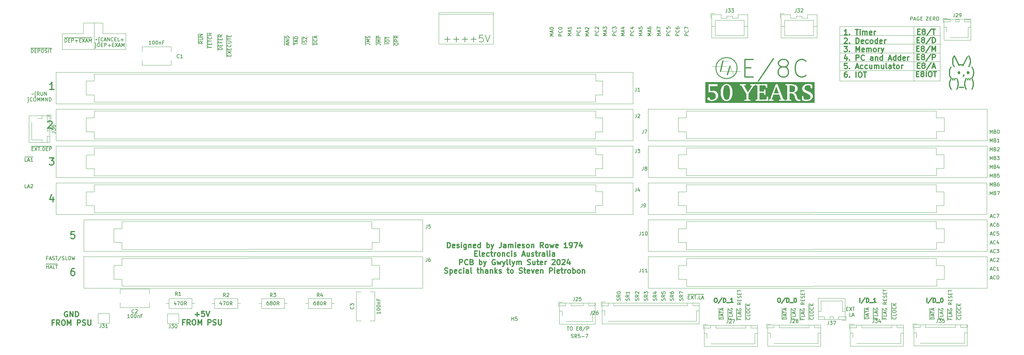
<source format=gbr>
G04 #@! TF.GenerationSoftware,KiCad,Pcbnew,9.0.1*
G04 #@! TF.CreationDate,2025-07-20T11:53:49+10:00*
G04 #@! TF.ProjectId,motherboard,6d6f7468-6572-4626-9f61-72642e6b6963,rev?*
G04 #@! TF.SameCoordinates,Original*
G04 #@! TF.FileFunction,Legend,Top*
G04 #@! TF.FilePolarity,Positive*
%FSLAX46Y46*%
G04 Gerber Fmt 4.6, Leading zero omitted, Abs format (unit mm)*
G04 Created by KiCad (PCBNEW 9.0.1) date 2025-07-20 11:53:49*
%MOMM*%
%LPD*%
G01*
G04 APERTURE LIST*
%ADD10C,0.120000*%
%ADD11C,0.150000*%
%ADD12C,0.300000*%
%ADD13C,0.240000*%
G04 APERTURE END LIST*
D10*
X264000000Y-158000000D02*
X265000000Y-158000000D01*
X165500000Y-154000000D02*
X150000000Y-154000000D01*
X292500000Y-173500000D02*
X285000000Y-173500000D01*
X54500000Y-157000000D02*
X52000000Y-157000000D01*
X49000000Y-157000000D02*
X52000000Y-157000000D01*
X61000000Y-160000000D02*
X54500000Y-160000000D01*
X285000000Y-158000000D02*
X292500000Y-158000000D01*
X150000000Y-154500000D02*
X165500000Y-154500000D01*
X285000000Y-168000000D02*
X292500000Y-168000000D01*
X52000000Y-164500000D02*
X43000000Y-164500000D01*
X264000000Y-165500000D02*
X285000000Y-165500000D01*
X49000000Y-160000000D02*
X49000000Y-157000000D01*
X150000000Y-163000000D02*
X165500000Y-163000000D01*
X292500000Y-158000000D02*
X292500000Y-173500000D01*
X285000000Y-160500000D02*
X292500000Y-160500000D01*
X264000000Y-168000000D02*
X285000000Y-168000000D01*
X52000000Y-157000000D02*
X52000000Y-164500000D01*
X43000000Y-164500000D02*
X43000000Y-160000000D01*
X54500000Y-160000000D02*
X54500000Y-157000000D01*
X150000000Y-154000000D02*
X150000000Y-163000000D01*
X285000000Y-173500000D02*
X264000000Y-173500000D01*
X61000000Y-164500000D02*
X61000000Y-160000000D01*
X52000000Y-164500000D02*
X61000000Y-164500000D01*
X264000000Y-170500000D02*
X285000000Y-170500000D01*
X285000000Y-165500000D02*
X292500000Y-165500000D01*
X285000000Y-163000000D02*
X292500000Y-163000000D01*
X43000000Y-160000000D02*
X49000000Y-160000000D01*
X165500000Y-163000000D02*
X165500000Y-154000000D01*
X285000000Y-170500000D02*
X292500000Y-170500000D01*
X265000000Y-158000000D02*
X285000000Y-158000000D01*
X264000000Y-163000000D02*
X285000000Y-163000000D01*
X264000000Y-160500000D02*
X285000000Y-160500000D01*
X264000000Y-173500000D02*
X264000000Y-158000000D01*
X285000000Y-158000000D02*
X285000000Y-173500000D01*
D11*
X279914580Y-240697047D02*
X279962200Y-240744666D01*
X279962200Y-240744666D02*
X280009819Y-240887523D01*
X280009819Y-240887523D02*
X280009819Y-240982761D01*
X280009819Y-240982761D02*
X279962200Y-241125618D01*
X279962200Y-241125618D02*
X279866961Y-241220856D01*
X279866961Y-241220856D02*
X279771723Y-241268475D01*
X279771723Y-241268475D02*
X279581247Y-241316094D01*
X279581247Y-241316094D02*
X279438390Y-241316094D01*
X279438390Y-241316094D02*
X279247914Y-241268475D01*
X279247914Y-241268475D02*
X279152676Y-241220856D01*
X279152676Y-241220856D02*
X279057438Y-241125618D01*
X279057438Y-241125618D02*
X279009819Y-240982761D01*
X279009819Y-240982761D02*
X279009819Y-240887523D01*
X279009819Y-240887523D02*
X279057438Y-240744666D01*
X279057438Y-240744666D02*
X279105057Y-240697047D01*
X280009819Y-239792285D02*
X280009819Y-240268475D01*
X280009819Y-240268475D02*
X279009819Y-240268475D01*
X279009819Y-239268475D02*
X279009819Y-239077999D01*
X279009819Y-239077999D02*
X279057438Y-238982761D01*
X279057438Y-238982761D02*
X279152676Y-238887523D01*
X279152676Y-238887523D02*
X279343152Y-238839904D01*
X279343152Y-238839904D02*
X279676485Y-238839904D01*
X279676485Y-238839904D02*
X279866961Y-238887523D01*
X279866961Y-238887523D02*
X279962200Y-238982761D01*
X279962200Y-238982761D02*
X280009819Y-239077999D01*
X280009819Y-239077999D02*
X280009819Y-239268475D01*
X280009819Y-239268475D02*
X279962200Y-239363713D01*
X279962200Y-239363713D02*
X279866961Y-239458951D01*
X279866961Y-239458951D02*
X279676485Y-239506570D01*
X279676485Y-239506570D02*
X279343152Y-239506570D01*
X279343152Y-239506570D02*
X279152676Y-239458951D01*
X279152676Y-239458951D02*
X279057438Y-239363713D01*
X279057438Y-239363713D02*
X279009819Y-239268475D01*
X279914580Y-237839904D02*
X279962200Y-237887523D01*
X279962200Y-237887523D02*
X280009819Y-238030380D01*
X280009819Y-238030380D02*
X280009819Y-238125618D01*
X280009819Y-238125618D02*
X279962200Y-238268475D01*
X279962200Y-238268475D02*
X279866961Y-238363713D01*
X279866961Y-238363713D02*
X279771723Y-238411332D01*
X279771723Y-238411332D02*
X279581247Y-238458951D01*
X279581247Y-238458951D02*
X279438390Y-238458951D01*
X279438390Y-238458951D02*
X279247914Y-238411332D01*
X279247914Y-238411332D02*
X279152676Y-238363713D01*
X279152676Y-238363713D02*
X279057438Y-238268475D01*
X279057438Y-238268475D02*
X279009819Y-238125618D01*
X279009819Y-238125618D02*
X279009819Y-238030380D01*
X279009819Y-238030380D02*
X279057438Y-237887523D01*
X279057438Y-237887523D02*
X279105057Y-237839904D01*
X280009819Y-237411332D02*
X279009819Y-237411332D01*
X280009819Y-236839904D02*
X279438390Y-237268475D01*
X279009819Y-236839904D02*
X279581247Y-237411332D01*
X278732200Y-241406571D02*
X278732200Y-236749428D01*
X295361009Y-241133333D02*
X295361009Y-241466666D01*
X295884819Y-241466666D02*
X294884819Y-241466666D01*
X294884819Y-241466666D02*
X294884819Y-240990476D01*
X295884819Y-240133333D02*
X295884819Y-240609523D01*
X295884819Y-240609523D02*
X294884819Y-240609523D01*
X295599104Y-239847618D02*
X295599104Y-239371428D01*
X295884819Y-239942856D02*
X294884819Y-239609523D01*
X294884819Y-239609523D02*
X295884819Y-239276190D01*
X294932438Y-238419047D02*
X294884819Y-238514285D01*
X294884819Y-238514285D02*
X294884819Y-238657142D01*
X294884819Y-238657142D02*
X294932438Y-238799999D01*
X294932438Y-238799999D02*
X295027676Y-238895237D01*
X295027676Y-238895237D02*
X295122914Y-238942856D01*
X295122914Y-238942856D02*
X295313390Y-238990475D01*
X295313390Y-238990475D02*
X295456247Y-238990475D01*
X295456247Y-238990475D02*
X295646723Y-238942856D01*
X295646723Y-238942856D02*
X295741961Y-238895237D01*
X295741961Y-238895237D02*
X295837200Y-238799999D01*
X295837200Y-238799999D02*
X295884819Y-238657142D01*
X295884819Y-238657142D02*
X295884819Y-238561904D01*
X295884819Y-238561904D02*
X295837200Y-238419047D01*
X295837200Y-238419047D02*
X295789580Y-238371428D01*
X295789580Y-238371428D02*
X295456247Y-238371428D01*
X295456247Y-238371428D02*
X295456247Y-238561904D01*
X294607200Y-241604762D02*
X294607200Y-238280952D01*
X295884819Y-236609523D02*
X295408628Y-236942856D01*
X295884819Y-237180951D02*
X294884819Y-237180951D01*
X294884819Y-237180951D02*
X294884819Y-236799999D01*
X294884819Y-236799999D02*
X294932438Y-236704761D01*
X294932438Y-236704761D02*
X294980057Y-236657142D01*
X294980057Y-236657142D02*
X295075295Y-236609523D01*
X295075295Y-236609523D02*
X295218152Y-236609523D01*
X295218152Y-236609523D02*
X295313390Y-236657142D01*
X295313390Y-236657142D02*
X295361009Y-236704761D01*
X295361009Y-236704761D02*
X295408628Y-236799999D01*
X295408628Y-236799999D02*
X295408628Y-237180951D01*
X295361009Y-236180951D02*
X295361009Y-235847618D01*
X295884819Y-235704761D02*
X295884819Y-236180951D01*
X295884819Y-236180951D02*
X294884819Y-236180951D01*
X294884819Y-236180951D02*
X294884819Y-235704761D01*
X295837200Y-235323808D02*
X295884819Y-235180951D01*
X295884819Y-235180951D02*
X295884819Y-234942856D01*
X295884819Y-234942856D02*
X295837200Y-234847618D01*
X295837200Y-234847618D02*
X295789580Y-234799999D01*
X295789580Y-234799999D02*
X295694342Y-234752380D01*
X295694342Y-234752380D02*
X295599104Y-234752380D01*
X295599104Y-234752380D02*
X295503866Y-234799999D01*
X295503866Y-234799999D02*
X295456247Y-234847618D01*
X295456247Y-234847618D02*
X295408628Y-234942856D01*
X295408628Y-234942856D02*
X295361009Y-235133332D01*
X295361009Y-235133332D02*
X295313390Y-235228570D01*
X295313390Y-235228570D02*
X295265771Y-235276189D01*
X295265771Y-235276189D02*
X295170533Y-235323808D01*
X295170533Y-235323808D02*
X295075295Y-235323808D01*
X295075295Y-235323808D02*
X294980057Y-235276189D01*
X294980057Y-235276189D02*
X294932438Y-235228570D01*
X294932438Y-235228570D02*
X294884819Y-235133332D01*
X294884819Y-235133332D02*
X294884819Y-234895237D01*
X294884819Y-234895237D02*
X294932438Y-234752380D01*
X295361009Y-234323808D02*
X295361009Y-233990475D01*
X295884819Y-233847618D02*
X295884819Y-234323808D01*
X295884819Y-234323808D02*
X294884819Y-234323808D01*
X294884819Y-234323808D02*
X294884819Y-233847618D01*
X294884819Y-233561903D02*
X294884819Y-232990475D01*
X295884819Y-233276189D02*
X294884819Y-233276189D01*
X292852009Y-241030476D02*
X292852009Y-241363809D01*
X293375819Y-241363809D02*
X292375819Y-241363809D01*
X292375819Y-241363809D02*
X292375819Y-240887619D01*
X293375819Y-240030476D02*
X293375819Y-240506666D01*
X293375819Y-240506666D02*
X292375819Y-240506666D01*
X293090104Y-239744761D02*
X293090104Y-239268571D01*
X293375819Y-239839999D02*
X292375819Y-239506666D01*
X292375819Y-239506666D02*
X293375819Y-239173333D01*
X292423438Y-238316190D02*
X292375819Y-238411428D01*
X292375819Y-238411428D02*
X292375819Y-238554285D01*
X292375819Y-238554285D02*
X292423438Y-238697142D01*
X292423438Y-238697142D02*
X292518676Y-238792380D01*
X292518676Y-238792380D02*
X292613914Y-238839999D01*
X292613914Y-238839999D02*
X292804390Y-238887618D01*
X292804390Y-238887618D02*
X292947247Y-238887618D01*
X292947247Y-238887618D02*
X293137723Y-238839999D01*
X293137723Y-238839999D02*
X293232961Y-238792380D01*
X293232961Y-238792380D02*
X293328200Y-238697142D01*
X293328200Y-238697142D02*
X293375819Y-238554285D01*
X293375819Y-238554285D02*
X293375819Y-238459047D01*
X293375819Y-238459047D02*
X293328200Y-238316190D01*
X293328200Y-238316190D02*
X293280580Y-238268571D01*
X293280580Y-238268571D02*
X292947247Y-238268571D01*
X292947247Y-238268571D02*
X292947247Y-238459047D01*
X292098200Y-241501905D02*
X292098200Y-238178095D01*
X290875819Y-241339999D02*
X289875819Y-241339999D01*
X289875819Y-241339999D02*
X289875819Y-241101904D01*
X289875819Y-241101904D02*
X289923438Y-240959047D01*
X289923438Y-240959047D02*
X290018676Y-240863809D01*
X290018676Y-240863809D02*
X290113914Y-240816190D01*
X290113914Y-240816190D02*
X290304390Y-240768571D01*
X290304390Y-240768571D02*
X290447247Y-240768571D01*
X290447247Y-240768571D02*
X290637723Y-240816190D01*
X290637723Y-240816190D02*
X290732961Y-240863809D01*
X290732961Y-240863809D02*
X290828200Y-240959047D01*
X290828200Y-240959047D02*
X290875819Y-241101904D01*
X290875819Y-241101904D02*
X290875819Y-241339999D01*
X290590104Y-240387618D02*
X290590104Y-239911428D01*
X290875819Y-240482856D02*
X289875819Y-240149523D01*
X289875819Y-240149523D02*
X290875819Y-239816190D01*
X289875819Y-239625713D02*
X289875819Y-239054285D01*
X290875819Y-239339999D02*
X289875819Y-239339999D01*
X290590104Y-238768570D02*
X290590104Y-238292380D01*
X290875819Y-238863808D02*
X289875819Y-238530475D01*
X289875819Y-238530475D02*
X290875819Y-238197142D01*
X289598200Y-241478095D02*
X289598200Y-238201904D01*
X112454819Y-162952380D02*
X111454819Y-162952380D01*
X112407200Y-162523809D02*
X112454819Y-162380952D01*
X112454819Y-162380952D02*
X112454819Y-162142857D01*
X112454819Y-162142857D02*
X112407200Y-162047619D01*
X112407200Y-162047619D02*
X112359580Y-162000000D01*
X112359580Y-162000000D02*
X112264342Y-161952381D01*
X112264342Y-161952381D02*
X112169104Y-161952381D01*
X112169104Y-161952381D02*
X112073866Y-162000000D01*
X112073866Y-162000000D02*
X112026247Y-162047619D01*
X112026247Y-162047619D02*
X111978628Y-162142857D01*
X111978628Y-162142857D02*
X111931009Y-162333333D01*
X111931009Y-162333333D02*
X111883390Y-162428571D01*
X111883390Y-162428571D02*
X111835771Y-162476190D01*
X111835771Y-162476190D02*
X111740533Y-162523809D01*
X111740533Y-162523809D02*
X111645295Y-162523809D01*
X111645295Y-162523809D02*
X111550057Y-162476190D01*
X111550057Y-162476190D02*
X111502438Y-162428571D01*
X111502438Y-162428571D02*
X111454819Y-162333333D01*
X111454819Y-162333333D02*
X111454819Y-162095238D01*
X111454819Y-162095238D02*
X111502438Y-161952381D01*
X111454819Y-161619047D02*
X111454819Y-160952381D01*
X111454819Y-160952381D02*
X112454819Y-161619047D01*
X112454819Y-161619047D02*
X112454819Y-160952381D01*
X111177200Y-163090476D02*
X111177200Y-160909524D01*
D12*
X38928571Y-185100114D02*
X39023809Y-185004876D01*
X39023809Y-185004876D02*
X39214285Y-184909638D01*
X39214285Y-184909638D02*
X39690476Y-184909638D01*
X39690476Y-184909638D02*
X39880952Y-185004876D01*
X39880952Y-185004876D02*
X39976190Y-185100114D01*
X39976190Y-185100114D02*
X40071428Y-185290590D01*
X40071428Y-185290590D02*
X40071428Y-185481066D01*
X40071428Y-185481066D02*
X39976190Y-185766780D01*
X39976190Y-185766780D02*
X38833333Y-186909638D01*
X38833333Y-186909638D02*
X40071428Y-186909638D01*
D11*
X306690476Y-193454819D02*
X306690476Y-192454819D01*
X306690476Y-192454819D02*
X307023809Y-193169104D01*
X307023809Y-193169104D02*
X307357142Y-192454819D01*
X307357142Y-192454819D02*
X307357142Y-193454819D01*
X308166666Y-192931009D02*
X308309523Y-192978628D01*
X308309523Y-192978628D02*
X308357142Y-193026247D01*
X308357142Y-193026247D02*
X308404761Y-193121485D01*
X308404761Y-193121485D02*
X308404761Y-193264342D01*
X308404761Y-193264342D02*
X308357142Y-193359580D01*
X308357142Y-193359580D02*
X308309523Y-193407200D01*
X308309523Y-193407200D02*
X308214285Y-193454819D01*
X308214285Y-193454819D02*
X307833333Y-193454819D01*
X307833333Y-193454819D02*
X307833333Y-192454819D01*
X307833333Y-192454819D02*
X308166666Y-192454819D01*
X308166666Y-192454819D02*
X308261904Y-192502438D01*
X308261904Y-192502438D02*
X308309523Y-192550057D01*
X308309523Y-192550057D02*
X308357142Y-192645295D01*
X308357142Y-192645295D02*
X308357142Y-192740533D01*
X308357142Y-192740533D02*
X308309523Y-192835771D01*
X308309523Y-192835771D02*
X308261904Y-192883390D01*
X308261904Y-192883390D02*
X308166666Y-192931009D01*
X308166666Y-192931009D02*
X307833333Y-192931009D01*
X308785714Y-192550057D02*
X308833333Y-192502438D01*
X308833333Y-192502438D02*
X308928571Y-192454819D01*
X308928571Y-192454819D02*
X309166666Y-192454819D01*
X309166666Y-192454819D02*
X309261904Y-192502438D01*
X309261904Y-192502438D02*
X309309523Y-192550057D01*
X309309523Y-192550057D02*
X309357142Y-192645295D01*
X309357142Y-192645295D02*
X309357142Y-192740533D01*
X309357142Y-192740533D02*
X309309523Y-192883390D01*
X309309523Y-192883390D02*
X308738095Y-193454819D01*
X308738095Y-193454819D02*
X309357142Y-193454819D01*
X186496143Y-243485819D02*
X187067571Y-243485819D01*
X186781857Y-244485819D02*
X186781857Y-243485819D01*
X187591381Y-243485819D02*
X187781857Y-243485819D01*
X187781857Y-243485819D02*
X187877095Y-243533438D01*
X187877095Y-243533438D02*
X187972333Y-243628676D01*
X187972333Y-243628676D02*
X188019952Y-243819152D01*
X188019952Y-243819152D02*
X188019952Y-244152485D01*
X188019952Y-244152485D02*
X187972333Y-244342961D01*
X187972333Y-244342961D02*
X187877095Y-244438200D01*
X187877095Y-244438200D02*
X187781857Y-244485819D01*
X187781857Y-244485819D02*
X187591381Y-244485819D01*
X187591381Y-244485819D02*
X187496143Y-244438200D01*
X187496143Y-244438200D02*
X187400905Y-244342961D01*
X187400905Y-244342961D02*
X187353286Y-244152485D01*
X187353286Y-244152485D02*
X187353286Y-243819152D01*
X187353286Y-243819152D02*
X187400905Y-243628676D01*
X187400905Y-243628676D02*
X187496143Y-243533438D01*
X187496143Y-243533438D02*
X187591381Y-243485819D01*
X189210429Y-243962009D02*
X189543762Y-243962009D01*
X189686619Y-244485819D02*
X189210429Y-244485819D01*
X189210429Y-244485819D02*
X189210429Y-243485819D01*
X189210429Y-243485819D02*
X189686619Y-243485819D01*
X190258048Y-243914390D02*
X190162810Y-243866771D01*
X190162810Y-243866771D02*
X190115191Y-243819152D01*
X190115191Y-243819152D02*
X190067572Y-243723914D01*
X190067572Y-243723914D02*
X190067572Y-243676295D01*
X190067572Y-243676295D02*
X190115191Y-243581057D01*
X190115191Y-243581057D02*
X190162810Y-243533438D01*
X190162810Y-243533438D02*
X190258048Y-243485819D01*
X190258048Y-243485819D02*
X190448524Y-243485819D01*
X190448524Y-243485819D02*
X190543762Y-243533438D01*
X190543762Y-243533438D02*
X190591381Y-243581057D01*
X190591381Y-243581057D02*
X190639000Y-243676295D01*
X190639000Y-243676295D02*
X190639000Y-243723914D01*
X190639000Y-243723914D02*
X190591381Y-243819152D01*
X190591381Y-243819152D02*
X190543762Y-243866771D01*
X190543762Y-243866771D02*
X190448524Y-243914390D01*
X190448524Y-243914390D02*
X190258048Y-243914390D01*
X190258048Y-243914390D02*
X190162810Y-243962009D01*
X190162810Y-243962009D02*
X190115191Y-244009628D01*
X190115191Y-244009628D02*
X190067572Y-244104866D01*
X190067572Y-244104866D02*
X190067572Y-244295342D01*
X190067572Y-244295342D02*
X190115191Y-244390580D01*
X190115191Y-244390580D02*
X190162810Y-244438200D01*
X190162810Y-244438200D02*
X190258048Y-244485819D01*
X190258048Y-244485819D02*
X190448524Y-244485819D01*
X190448524Y-244485819D02*
X190543762Y-244438200D01*
X190543762Y-244438200D02*
X190591381Y-244390580D01*
X190591381Y-244390580D02*
X190639000Y-244295342D01*
X190639000Y-244295342D02*
X190639000Y-244104866D01*
X190639000Y-244104866D02*
X190591381Y-244009628D01*
X190591381Y-244009628D02*
X190543762Y-243962009D01*
X190543762Y-243962009D02*
X190448524Y-243914390D01*
X191781857Y-243438200D02*
X190924715Y-244723914D01*
X192115191Y-244485819D02*
X192115191Y-243485819D01*
X192115191Y-243485819D02*
X192496143Y-243485819D01*
X192496143Y-243485819D02*
X192591381Y-243533438D01*
X192591381Y-243533438D02*
X192639000Y-243581057D01*
X192639000Y-243581057D02*
X192686619Y-243676295D01*
X192686619Y-243676295D02*
X192686619Y-243819152D01*
X192686619Y-243819152D02*
X192639000Y-243914390D01*
X192639000Y-243914390D02*
X192591381Y-243962009D01*
X192591381Y-243962009D02*
X192496143Y-244009628D01*
X192496143Y-244009628D02*
X192115191Y-244009628D01*
X132454819Y-162928571D02*
X133169104Y-162928571D01*
X133169104Y-162928571D02*
X133311961Y-162976190D01*
X133311961Y-162976190D02*
X133407200Y-163071428D01*
X133407200Y-163071428D02*
X133454819Y-163214285D01*
X133454819Y-163214285D02*
X133454819Y-163309523D01*
X133454819Y-162452380D02*
X132454819Y-162452380D01*
X132454819Y-162452380D02*
X133169104Y-162119047D01*
X133169104Y-162119047D02*
X132454819Y-161785714D01*
X132454819Y-161785714D02*
X133454819Y-161785714D01*
X133454819Y-161309523D02*
X132454819Y-161309523D01*
X132454819Y-161309523D02*
X132454819Y-160928571D01*
X132454819Y-160928571D02*
X132502438Y-160833333D01*
X132502438Y-160833333D02*
X132550057Y-160785714D01*
X132550057Y-160785714D02*
X132645295Y-160738095D01*
X132645295Y-160738095D02*
X132788152Y-160738095D01*
X132788152Y-160738095D02*
X132883390Y-160785714D01*
X132883390Y-160785714D02*
X132931009Y-160833333D01*
X132931009Y-160833333D02*
X132978628Y-160928571D01*
X132978628Y-160928571D02*
X132978628Y-161309523D01*
X132177200Y-163352381D02*
X132177200Y-160647619D01*
X230954819Y-241339999D02*
X229954819Y-241339999D01*
X229954819Y-241339999D02*
X229954819Y-241101904D01*
X229954819Y-241101904D02*
X230002438Y-240959047D01*
X230002438Y-240959047D02*
X230097676Y-240863809D01*
X230097676Y-240863809D02*
X230192914Y-240816190D01*
X230192914Y-240816190D02*
X230383390Y-240768571D01*
X230383390Y-240768571D02*
X230526247Y-240768571D01*
X230526247Y-240768571D02*
X230716723Y-240816190D01*
X230716723Y-240816190D02*
X230811961Y-240863809D01*
X230811961Y-240863809D02*
X230907200Y-240959047D01*
X230907200Y-240959047D02*
X230954819Y-241101904D01*
X230954819Y-241101904D02*
X230954819Y-241339999D01*
X230669104Y-240387618D02*
X230669104Y-239911428D01*
X230954819Y-240482856D02*
X229954819Y-240149523D01*
X229954819Y-240149523D02*
X230954819Y-239816190D01*
X229954819Y-239625713D02*
X229954819Y-239054285D01*
X230954819Y-239339999D02*
X229954819Y-239339999D01*
X230669104Y-238768570D02*
X230669104Y-238292380D01*
X230954819Y-238863808D02*
X229954819Y-238530475D01*
X229954819Y-238530475D02*
X230954819Y-238197142D01*
X229677200Y-241478095D02*
X229677200Y-238201904D01*
X306690476Y-188454819D02*
X306690476Y-187454819D01*
X306690476Y-187454819D02*
X307023809Y-188169104D01*
X307023809Y-188169104D02*
X307357142Y-187454819D01*
X307357142Y-187454819D02*
X307357142Y-188454819D01*
X308166666Y-187931009D02*
X308309523Y-187978628D01*
X308309523Y-187978628D02*
X308357142Y-188026247D01*
X308357142Y-188026247D02*
X308404761Y-188121485D01*
X308404761Y-188121485D02*
X308404761Y-188264342D01*
X308404761Y-188264342D02*
X308357142Y-188359580D01*
X308357142Y-188359580D02*
X308309523Y-188407200D01*
X308309523Y-188407200D02*
X308214285Y-188454819D01*
X308214285Y-188454819D02*
X307833333Y-188454819D01*
X307833333Y-188454819D02*
X307833333Y-187454819D01*
X307833333Y-187454819D02*
X308166666Y-187454819D01*
X308166666Y-187454819D02*
X308261904Y-187502438D01*
X308261904Y-187502438D02*
X308309523Y-187550057D01*
X308309523Y-187550057D02*
X308357142Y-187645295D01*
X308357142Y-187645295D02*
X308357142Y-187740533D01*
X308357142Y-187740533D02*
X308309523Y-187835771D01*
X308309523Y-187835771D02*
X308261904Y-187883390D01*
X308261904Y-187883390D02*
X308166666Y-187931009D01*
X308166666Y-187931009D02*
X307833333Y-187931009D01*
X309023809Y-187454819D02*
X309119047Y-187454819D01*
X309119047Y-187454819D02*
X309214285Y-187502438D01*
X309214285Y-187502438D02*
X309261904Y-187550057D01*
X309261904Y-187550057D02*
X309309523Y-187645295D01*
X309309523Y-187645295D02*
X309357142Y-187835771D01*
X309357142Y-187835771D02*
X309357142Y-188073866D01*
X309357142Y-188073866D02*
X309309523Y-188264342D01*
X309309523Y-188264342D02*
X309261904Y-188359580D01*
X309261904Y-188359580D02*
X309214285Y-188407200D01*
X309214285Y-188407200D02*
X309119047Y-188454819D01*
X309119047Y-188454819D02*
X309023809Y-188454819D01*
X309023809Y-188454819D02*
X308928571Y-188407200D01*
X308928571Y-188407200D02*
X308880952Y-188359580D01*
X308880952Y-188359580D02*
X308833333Y-188264342D01*
X308833333Y-188264342D02*
X308785714Y-188073866D01*
X308785714Y-188073866D02*
X308785714Y-187835771D01*
X308785714Y-187835771D02*
X308833333Y-187645295D01*
X308833333Y-187645295D02*
X308880952Y-187550057D01*
X308880952Y-187550057D02*
X308928571Y-187502438D01*
X308928571Y-187502438D02*
X309023809Y-187454819D01*
X306785714Y-217169104D02*
X307261904Y-217169104D01*
X306690476Y-217454819D02*
X307023809Y-216454819D01*
X307023809Y-216454819D02*
X307357142Y-217454819D01*
X308261904Y-217359580D02*
X308214285Y-217407200D01*
X308214285Y-217407200D02*
X308071428Y-217454819D01*
X308071428Y-217454819D02*
X307976190Y-217454819D01*
X307976190Y-217454819D02*
X307833333Y-217407200D01*
X307833333Y-217407200D02*
X307738095Y-217311961D01*
X307738095Y-217311961D02*
X307690476Y-217216723D01*
X307690476Y-217216723D02*
X307642857Y-217026247D01*
X307642857Y-217026247D02*
X307642857Y-216883390D01*
X307642857Y-216883390D02*
X307690476Y-216692914D01*
X307690476Y-216692914D02*
X307738095Y-216597676D01*
X307738095Y-216597676D02*
X307833333Y-216502438D01*
X307833333Y-216502438D02*
X307976190Y-216454819D01*
X307976190Y-216454819D02*
X308071428Y-216454819D01*
X308071428Y-216454819D02*
X308214285Y-216502438D01*
X308214285Y-216502438D02*
X308261904Y-216550057D01*
X309166666Y-216454819D02*
X308690476Y-216454819D01*
X308690476Y-216454819D02*
X308642857Y-216931009D01*
X308642857Y-216931009D02*
X308690476Y-216883390D01*
X308690476Y-216883390D02*
X308785714Y-216835771D01*
X308785714Y-216835771D02*
X309023809Y-216835771D01*
X309023809Y-216835771D02*
X309119047Y-216883390D01*
X309119047Y-216883390D02*
X309166666Y-216931009D01*
X309166666Y-216931009D02*
X309214285Y-217026247D01*
X309214285Y-217026247D02*
X309214285Y-217264342D01*
X309214285Y-217264342D02*
X309166666Y-217359580D01*
X309166666Y-217359580D02*
X309119047Y-217407200D01*
X309119047Y-217407200D02*
X309023809Y-217454819D01*
X309023809Y-217454819D02*
X308785714Y-217454819D01*
X308785714Y-217454819D02*
X308690476Y-217407200D01*
X308690476Y-217407200D02*
X308642857Y-217359580D01*
X298329580Y-240824047D02*
X298377200Y-240871666D01*
X298377200Y-240871666D02*
X298424819Y-241014523D01*
X298424819Y-241014523D02*
X298424819Y-241109761D01*
X298424819Y-241109761D02*
X298377200Y-241252618D01*
X298377200Y-241252618D02*
X298281961Y-241347856D01*
X298281961Y-241347856D02*
X298186723Y-241395475D01*
X298186723Y-241395475D02*
X297996247Y-241443094D01*
X297996247Y-241443094D02*
X297853390Y-241443094D01*
X297853390Y-241443094D02*
X297662914Y-241395475D01*
X297662914Y-241395475D02*
X297567676Y-241347856D01*
X297567676Y-241347856D02*
X297472438Y-241252618D01*
X297472438Y-241252618D02*
X297424819Y-241109761D01*
X297424819Y-241109761D02*
X297424819Y-241014523D01*
X297424819Y-241014523D02*
X297472438Y-240871666D01*
X297472438Y-240871666D02*
X297520057Y-240824047D01*
X298424819Y-239919285D02*
X298424819Y-240395475D01*
X298424819Y-240395475D02*
X297424819Y-240395475D01*
X297424819Y-239395475D02*
X297424819Y-239204999D01*
X297424819Y-239204999D02*
X297472438Y-239109761D01*
X297472438Y-239109761D02*
X297567676Y-239014523D01*
X297567676Y-239014523D02*
X297758152Y-238966904D01*
X297758152Y-238966904D02*
X298091485Y-238966904D01*
X298091485Y-238966904D02*
X298281961Y-239014523D01*
X298281961Y-239014523D02*
X298377200Y-239109761D01*
X298377200Y-239109761D02*
X298424819Y-239204999D01*
X298424819Y-239204999D02*
X298424819Y-239395475D01*
X298424819Y-239395475D02*
X298377200Y-239490713D01*
X298377200Y-239490713D02*
X298281961Y-239585951D01*
X298281961Y-239585951D02*
X298091485Y-239633570D01*
X298091485Y-239633570D02*
X297758152Y-239633570D01*
X297758152Y-239633570D02*
X297567676Y-239585951D01*
X297567676Y-239585951D02*
X297472438Y-239490713D01*
X297472438Y-239490713D02*
X297424819Y-239395475D01*
X298329580Y-237966904D02*
X298377200Y-238014523D01*
X298377200Y-238014523D02*
X298424819Y-238157380D01*
X298424819Y-238157380D02*
X298424819Y-238252618D01*
X298424819Y-238252618D02*
X298377200Y-238395475D01*
X298377200Y-238395475D02*
X298281961Y-238490713D01*
X298281961Y-238490713D02*
X298186723Y-238538332D01*
X298186723Y-238538332D02*
X297996247Y-238585951D01*
X297996247Y-238585951D02*
X297853390Y-238585951D01*
X297853390Y-238585951D02*
X297662914Y-238538332D01*
X297662914Y-238538332D02*
X297567676Y-238490713D01*
X297567676Y-238490713D02*
X297472438Y-238395475D01*
X297472438Y-238395475D02*
X297424819Y-238252618D01*
X297424819Y-238252618D02*
X297424819Y-238157380D01*
X297424819Y-238157380D02*
X297472438Y-238014523D01*
X297472438Y-238014523D02*
X297520057Y-237966904D01*
X298424819Y-237538332D02*
X297424819Y-237538332D01*
X298424819Y-236966904D02*
X297853390Y-237395475D01*
X297424819Y-236966904D02*
X297996247Y-237538332D01*
X297147200Y-241533571D02*
X297147200Y-236876428D01*
X182554819Y-160738094D02*
X181554819Y-160738094D01*
X181554819Y-160738094D02*
X182269104Y-160404761D01*
X182269104Y-160404761D02*
X181554819Y-160071428D01*
X181554819Y-160071428D02*
X182554819Y-160071428D01*
X182269104Y-159642856D02*
X182269104Y-159166666D01*
X182554819Y-159738094D02*
X181554819Y-159404761D01*
X181554819Y-159404761D02*
X182554819Y-159071428D01*
X181554819Y-158547618D02*
X181554819Y-158452380D01*
X181554819Y-158452380D02*
X181602438Y-158357142D01*
X181602438Y-158357142D02*
X181650057Y-158309523D01*
X181650057Y-158309523D02*
X181745295Y-158261904D01*
X181745295Y-158261904D02*
X181935771Y-158214285D01*
X181935771Y-158214285D02*
X182173866Y-158214285D01*
X182173866Y-158214285D02*
X182364342Y-158261904D01*
X182364342Y-158261904D02*
X182459580Y-158309523D01*
X182459580Y-158309523D02*
X182507200Y-158357142D01*
X182507200Y-158357142D02*
X182554819Y-158452380D01*
X182554819Y-158452380D02*
X182554819Y-158547618D01*
X182554819Y-158547618D02*
X182507200Y-158642856D01*
X182507200Y-158642856D02*
X182459580Y-158690475D01*
X182459580Y-158690475D02*
X182364342Y-158738094D01*
X182364342Y-158738094D02*
X182173866Y-158785713D01*
X182173866Y-158785713D02*
X181935771Y-158785713D01*
X181935771Y-158785713D02*
X181745295Y-158738094D01*
X181745295Y-158738094D02*
X181650057Y-158690475D01*
X181650057Y-158690475D02*
X181602438Y-158642856D01*
X181602438Y-158642856D02*
X181554819Y-158547618D01*
X34357143Y-177268894D02*
X34404762Y-177221275D01*
X34404762Y-177221275D02*
X34500000Y-177173656D01*
X34500000Y-177173656D02*
X34690476Y-177268894D01*
X34690476Y-177268894D02*
X34785714Y-177221275D01*
X34785714Y-177221275D02*
X34833333Y-177173656D01*
X35500000Y-178030799D02*
X35452381Y-178030799D01*
X35452381Y-178030799D02*
X35357143Y-177983180D01*
X35357143Y-177983180D02*
X35309524Y-177887942D01*
X35309524Y-177887942D02*
X35309524Y-177411751D01*
X35309524Y-177411751D02*
X35261905Y-177316513D01*
X35261905Y-177316513D02*
X35166667Y-177268894D01*
X35166667Y-177268894D02*
X35261905Y-177221275D01*
X35261905Y-177221275D02*
X35309524Y-177126037D01*
X35309524Y-177126037D02*
X35309524Y-176649847D01*
X35309524Y-176649847D02*
X35357143Y-176554608D01*
X35357143Y-176554608D02*
X35452381Y-176506989D01*
X35452381Y-176506989D02*
X35500000Y-176506989D01*
X36452381Y-177649847D02*
X36119048Y-177173656D01*
X35880953Y-177649847D02*
X35880953Y-176649847D01*
X35880953Y-176649847D02*
X36261905Y-176649847D01*
X36261905Y-176649847D02*
X36357143Y-176697466D01*
X36357143Y-176697466D02*
X36404762Y-176745085D01*
X36404762Y-176745085D02*
X36452381Y-176840323D01*
X36452381Y-176840323D02*
X36452381Y-176983180D01*
X36452381Y-176983180D02*
X36404762Y-177078418D01*
X36404762Y-177078418D02*
X36357143Y-177126037D01*
X36357143Y-177126037D02*
X36261905Y-177173656D01*
X36261905Y-177173656D02*
X35880953Y-177173656D01*
X36880953Y-176649847D02*
X36880953Y-177459370D01*
X36880953Y-177459370D02*
X36928572Y-177554608D01*
X36928572Y-177554608D02*
X36976191Y-177602228D01*
X36976191Y-177602228D02*
X37071429Y-177649847D01*
X37071429Y-177649847D02*
X37261905Y-177649847D01*
X37261905Y-177649847D02*
X37357143Y-177602228D01*
X37357143Y-177602228D02*
X37404762Y-177554608D01*
X37404762Y-177554608D02*
X37452381Y-177459370D01*
X37452381Y-177459370D02*
X37452381Y-176649847D01*
X37928572Y-177649847D02*
X37928572Y-176649847D01*
X37928572Y-176649847D02*
X38500000Y-177649847D01*
X38500000Y-177649847D02*
X38500000Y-176649847D01*
X33119048Y-179640743D02*
X33166667Y-179640743D01*
X33166667Y-179640743D02*
X33261905Y-179593124D01*
X33261905Y-179593124D02*
X33309524Y-179497886D01*
X33309524Y-179497886D02*
X33309524Y-179021695D01*
X33309524Y-179021695D02*
X33357143Y-178926457D01*
X33357143Y-178926457D02*
X33452381Y-178878838D01*
X33452381Y-178878838D02*
X33357143Y-178831219D01*
X33357143Y-178831219D02*
X33309524Y-178735981D01*
X33309524Y-178735981D02*
X33309524Y-178259791D01*
X33309524Y-178259791D02*
X33261905Y-178164552D01*
X33261905Y-178164552D02*
X33166667Y-178116933D01*
X33166667Y-178116933D02*
X33119048Y-178116933D01*
X34452381Y-179164552D02*
X34404762Y-179212172D01*
X34404762Y-179212172D02*
X34261905Y-179259791D01*
X34261905Y-179259791D02*
X34166667Y-179259791D01*
X34166667Y-179259791D02*
X34023810Y-179212172D01*
X34023810Y-179212172D02*
X33928572Y-179116933D01*
X33928572Y-179116933D02*
X33880953Y-179021695D01*
X33880953Y-179021695D02*
X33833334Y-178831219D01*
X33833334Y-178831219D02*
X33833334Y-178688362D01*
X33833334Y-178688362D02*
X33880953Y-178497886D01*
X33880953Y-178497886D02*
X33928572Y-178402648D01*
X33928572Y-178402648D02*
X34023810Y-178307410D01*
X34023810Y-178307410D02*
X34166667Y-178259791D01*
X34166667Y-178259791D02*
X34261905Y-178259791D01*
X34261905Y-178259791D02*
X34404762Y-178307410D01*
X34404762Y-178307410D02*
X34452381Y-178355029D01*
X35071429Y-178259791D02*
X35261905Y-178259791D01*
X35261905Y-178259791D02*
X35357143Y-178307410D01*
X35357143Y-178307410D02*
X35452381Y-178402648D01*
X35452381Y-178402648D02*
X35500000Y-178593124D01*
X35500000Y-178593124D02*
X35500000Y-178926457D01*
X35500000Y-178926457D02*
X35452381Y-179116933D01*
X35452381Y-179116933D02*
X35357143Y-179212172D01*
X35357143Y-179212172D02*
X35261905Y-179259791D01*
X35261905Y-179259791D02*
X35071429Y-179259791D01*
X35071429Y-179259791D02*
X34976191Y-179212172D01*
X34976191Y-179212172D02*
X34880953Y-179116933D01*
X34880953Y-179116933D02*
X34833334Y-178926457D01*
X34833334Y-178926457D02*
X34833334Y-178593124D01*
X34833334Y-178593124D02*
X34880953Y-178402648D01*
X34880953Y-178402648D02*
X34976191Y-178307410D01*
X34976191Y-178307410D02*
X35071429Y-178259791D01*
X35928572Y-179259791D02*
X35928572Y-178259791D01*
X35928572Y-178259791D02*
X36261905Y-178974076D01*
X36261905Y-178974076D02*
X36595238Y-178259791D01*
X36595238Y-178259791D02*
X36595238Y-179259791D01*
X37071429Y-179259791D02*
X37071429Y-178259791D01*
X37071429Y-178259791D02*
X37404762Y-178974076D01*
X37404762Y-178974076D02*
X37738095Y-178259791D01*
X37738095Y-178259791D02*
X37738095Y-179259791D01*
X38214286Y-179259791D02*
X38214286Y-178259791D01*
X38214286Y-178259791D02*
X38785714Y-179259791D01*
X38785714Y-179259791D02*
X38785714Y-178259791D01*
X39261905Y-179259791D02*
X39261905Y-178259791D01*
X39261905Y-178259791D02*
X39500000Y-178259791D01*
X39500000Y-178259791D02*
X39642857Y-178307410D01*
X39642857Y-178307410D02*
X39738095Y-178402648D01*
X39738095Y-178402648D02*
X39785714Y-178497886D01*
X39785714Y-178497886D02*
X39833333Y-178688362D01*
X39833333Y-178688362D02*
X39833333Y-178831219D01*
X39833333Y-178831219D02*
X39785714Y-179021695D01*
X39785714Y-179021695D02*
X39738095Y-179116933D01*
X39738095Y-179116933D02*
X39642857Y-179212172D01*
X39642857Y-179212172D02*
X39500000Y-179259791D01*
X39500000Y-179259791D02*
X39261905Y-179259791D01*
D12*
X152462143Y-221020954D02*
X152462143Y-219520954D01*
X152462143Y-219520954D02*
X152819286Y-219520954D01*
X152819286Y-219520954D02*
X153033572Y-219592383D01*
X153033572Y-219592383D02*
X153176429Y-219735240D01*
X153176429Y-219735240D02*
X153247858Y-219878097D01*
X153247858Y-219878097D02*
X153319286Y-220163811D01*
X153319286Y-220163811D02*
X153319286Y-220378097D01*
X153319286Y-220378097D02*
X153247858Y-220663811D01*
X153247858Y-220663811D02*
X153176429Y-220806668D01*
X153176429Y-220806668D02*
X153033572Y-220949526D01*
X153033572Y-220949526D02*
X152819286Y-221020954D01*
X152819286Y-221020954D02*
X152462143Y-221020954D01*
X154533572Y-220949526D02*
X154390715Y-221020954D01*
X154390715Y-221020954D02*
X154105001Y-221020954D01*
X154105001Y-221020954D02*
X153962143Y-220949526D01*
X153962143Y-220949526D02*
X153890715Y-220806668D01*
X153890715Y-220806668D02*
X153890715Y-220235240D01*
X153890715Y-220235240D02*
X153962143Y-220092383D01*
X153962143Y-220092383D02*
X154105001Y-220020954D01*
X154105001Y-220020954D02*
X154390715Y-220020954D01*
X154390715Y-220020954D02*
X154533572Y-220092383D01*
X154533572Y-220092383D02*
X154605001Y-220235240D01*
X154605001Y-220235240D02*
X154605001Y-220378097D01*
X154605001Y-220378097D02*
X153890715Y-220520954D01*
X155176429Y-220949526D02*
X155319286Y-221020954D01*
X155319286Y-221020954D02*
X155605000Y-221020954D01*
X155605000Y-221020954D02*
X155747857Y-220949526D01*
X155747857Y-220949526D02*
X155819286Y-220806668D01*
X155819286Y-220806668D02*
X155819286Y-220735240D01*
X155819286Y-220735240D02*
X155747857Y-220592383D01*
X155747857Y-220592383D02*
X155605000Y-220520954D01*
X155605000Y-220520954D02*
X155390715Y-220520954D01*
X155390715Y-220520954D02*
X155247857Y-220449526D01*
X155247857Y-220449526D02*
X155176429Y-220306668D01*
X155176429Y-220306668D02*
X155176429Y-220235240D01*
X155176429Y-220235240D02*
X155247857Y-220092383D01*
X155247857Y-220092383D02*
X155390715Y-220020954D01*
X155390715Y-220020954D02*
X155605000Y-220020954D01*
X155605000Y-220020954D02*
X155747857Y-220092383D01*
X156462143Y-221020954D02*
X156462143Y-220020954D01*
X156462143Y-219520954D02*
X156390715Y-219592383D01*
X156390715Y-219592383D02*
X156462143Y-219663811D01*
X156462143Y-219663811D02*
X156533572Y-219592383D01*
X156533572Y-219592383D02*
X156462143Y-219520954D01*
X156462143Y-219520954D02*
X156462143Y-219663811D01*
X157819287Y-220020954D02*
X157819287Y-221235240D01*
X157819287Y-221235240D02*
X157747858Y-221378097D01*
X157747858Y-221378097D02*
X157676429Y-221449526D01*
X157676429Y-221449526D02*
X157533572Y-221520954D01*
X157533572Y-221520954D02*
X157319287Y-221520954D01*
X157319287Y-221520954D02*
X157176429Y-221449526D01*
X157819287Y-220949526D02*
X157676429Y-221020954D01*
X157676429Y-221020954D02*
X157390715Y-221020954D01*
X157390715Y-221020954D02*
X157247858Y-220949526D01*
X157247858Y-220949526D02*
X157176429Y-220878097D01*
X157176429Y-220878097D02*
X157105001Y-220735240D01*
X157105001Y-220735240D02*
X157105001Y-220306668D01*
X157105001Y-220306668D02*
X157176429Y-220163811D01*
X157176429Y-220163811D02*
X157247858Y-220092383D01*
X157247858Y-220092383D02*
X157390715Y-220020954D01*
X157390715Y-220020954D02*
X157676429Y-220020954D01*
X157676429Y-220020954D02*
X157819287Y-220092383D01*
X158533572Y-220020954D02*
X158533572Y-221020954D01*
X158533572Y-220163811D02*
X158605001Y-220092383D01*
X158605001Y-220092383D02*
X158747858Y-220020954D01*
X158747858Y-220020954D02*
X158962144Y-220020954D01*
X158962144Y-220020954D02*
X159105001Y-220092383D01*
X159105001Y-220092383D02*
X159176430Y-220235240D01*
X159176430Y-220235240D02*
X159176430Y-221020954D01*
X160462144Y-220949526D02*
X160319287Y-221020954D01*
X160319287Y-221020954D02*
X160033573Y-221020954D01*
X160033573Y-221020954D02*
X159890715Y-220949526D01*
X159890715Y-220949526D02*
X159819287Y-220806668D01*
X159819287Y-220806668D02*
X159819287Y-220235240D01*
X159819287Y-220235240D02*
X159890715Y-220092383D01*
X159890715Y-220092383D02*
X160033573Y-220020954D01*
X160033573Y-220020954D02*
X160319287Y-220020954D01*
X160319287Y-220020954D02*
X160462144Y-220092383D01*
X160462144Y-220092383D02*
X160533573Y-220235240D01*
X160533573Y-220235240D02*
X160533573Y-220378097D01*
X160533573Y-220378097D02*
X159819287Y-220520954D01*
X161819287Y-221020954D02*
X161819287Y-219520954D01*
X161819287Y-220949526D02*
X161676429Y-221020954D01*
X161676429Y-221020954D02*
X161390715Y-221020954D01*
X161390715Y-221020954D02*
X161247858Y-220949526D01*
X161247858Y-220949526D02*
X161176429Y-220878097D01*
X161176429Y-220878097D02*
X161105001Y-220735240D01*
X161105001Y-220735240D02*
X161105001Y-220306668D01*
X161105001Y-220306668D02*
X161176429Y-220163811D01*
X161176429Y-220163811D02*
X161247858Y-220092383D01*
X161247858Y-220092383D02*
X161390715Y-220020954D01*
X161390715Y-220020954D02*
X161676429Y-220020954D01*
X161676429Y-220020954D02*
X161819287Y-220092383D01*
X163676429Y-221020954D02*
X163676429Y-219520954D01*
X163676429Y-220092383D02*
X163819287Y-220020954D01*
X163819287Y-220020954D02*
X164105001Y-220020954D01*
X164105001Y-220020954D02*
X164247858Y-220092383D01*
X164247858Y-220092383D02*
X164319287Y-220163811D01*
X164319287Y-220163811D02*
X164390715Y-220306668D01*
X164390715Y-220306668D02*
X164390715Y-220735240D01*
X164390715Y-220735240D02*
X164319287Y-220878097D01*
X164319287Y-220878097D02*
X164247858Y-220949526D01*
X164247858Y-220949526D02*
X164105001Y-221020954D01*
X164105001Y-221020954D02*
X163819287Y-221020954D01*
X163819287Y-221020954D02*
X163676429Y-220949526D01*
X164890715Y-220020954D02*
X165247858Y-221020954D01*
X165605001Y-220020954D02*
X165247858Y-221020954D01*
X165247858Y-221020954D02*
X165105001Y-221378097D01*
X165105001Y-221378097D02*
X165033572Y-221449526D01*
X165033572Y-221449526D02*
X164890715Y-221520954D01*
X167747858Y-219520954D02*
X167747858Y-220592383D01*
X167747858Y-220592383D02*
X167676429Y-220806668D01*
X167676429Y-220806668D02*
X167533572Y-220949526D01*
X167533572Y-220949526D02*
X167319286Y-221020954D01*
X167319286Y-221020954D02*
X167176429Y-221020954D01*
X169105001Y-221020954D02*
X169105001Y-220235240D01*
X169105001Y-220235240D02*
X169033572Y-220092383D01*
X169033572Y-220092383D02*
X168890715Y-220020954D01*
X168890715Y-220020954D02*
X168605001Y-220020954D01*
X168605001Y-220020954D02*
X168462143Y-220092383D01*
X169105001Y-220949526D02*
X168962143Y-221020954D01*
X168962143Y-221020954D02*
X168605001Y-221020954D01*
X168605001Y-221020954D02*
X168462143Y-220949526D01*
X168462143Y-220949526D02*
X168390715Y-220806668D01*
X168390715Y-220806668D02*
X168390715Y-220663811D01*
X168390715Y-220663811D02*
X168462143Y-220520954D01*
X168462143Y-220520954D02*
X168605001Y-220449526D01*
X168605001Y-220449526D02*
X168962143Y-220449526D01*
X168962143Y-220449526D02*
X169105001Y-220378097D01*
X169819286Y-221020954D02*
X169819286Y-220020954D01*
X169819286Y-220163811D02*
X169890715Y-220092383D01*
X169890715Y-220092383D02*
X170033572Y-220020954D01*
X170033572Y-220020954D02*
X170247858Y-220020954D01*
X170247858Y-220020954D02*
X170390715Y-220092383D01*
X170390715Y-220092383D02*
X170462144Y-220235240D01*
X170462144Y-220235240D02*
X170462144Y-221020954D01*
X170462144Y-220235240D02*
X170533572Y-220092383D01*
X170533572Y-220092383D02*
X170676429Y-220020954D01*
X170676429Y-220020954D02*
X170890715Y-220020954D01*
X170890715Y-220020954D02*
X171033572Y-220092383D01*
X171033572Y-220092383D02*
X171105001Y-220235240D01*
X171105001Y-220235240D02*
X171105001Y-221020954D01*
X171819286Y-221020954D02*
X171819286Y-220020954D01*
X171819286Y-219520954D02*
X171747858Y-219592383D01*
X171747858Y-219592383D02*
X171819286Y-219663811D01*
X171819286Y-219663811D02*
X171890715Y-219592383D01*
X171890715Y-219592383D02*
X171819286Y-219520954D01*
X171819286Y-219520954D02*
X171819286Y-219663811D01*
X173105001Y-220949526D02*
X172962144Y-221020954D01*
X172962144Y-221020954D02*
X172676430Y-221020954D01*
X172676430Y-221020954D02*
X172533572Y-220949526D01*
X172533572Y-220949526D02*
X172462144Y-220806668D01*
X172462144Y-220806668D02*
X172462144Y-220235240D01*
X172462144Y-220235240D02*
X172533572Y-220092383D01*
X172533572Y-220092383D02*
X172676430Y-220020954D01*
X172676430Y-220020954D02*
X172962144Y-220020954D01*
X172962144Y-220020954D02*
X173105001Y-220092383D01*
X173105001Y-220092383D02*
X173176430Y-220235240D01*
X173176430Y-220235240D02*
X173176430Y-220378097D01*
X173176430Y-220378097D02*
X172462144Y-220520954D01*
X173747858Y-220949526D02*
X173890715Y-221020954D01*
X173890715Y-221020954D02*
X174176429Y-221020954D01*
X174176429Y-221020954D02*
X174319286Y-220949526D01*
X174319286Y-220949526D02*
X174390715Y-220806668D01*
X174390715Y-220806668D02*
X174390715Y-220735240D01*
X174390715Y-220735240D02*
X174319286Y-220592383D01*
X174319286Y-220592383D02*
X174176429Y-220520954D01*
X174176429Y-220520954D02*
X173962144Y-220520954D01*
X173962144Y-220520954D02*
X173819286Y-220449526D01*
X173819286Y-220449526D02*
X173747858Y-220306668D01*
X173747858Y-220306668D02*
X173747858Y-220235240D01*
X173747858Y-220235240D02*
X173819286Y-220092383D01*
X173819286Y-220092383D02*
X173962144Y-220020954D01*
X173962144Y-220020954D02*
X174176429Y-220020954D01*
X174176429Y-220020954D02*
X174319286Y-220092383D01*
X175247858Y-221020954D02*
X175105001Y-220949526D01*
X175105001Y-220949526D02*
X175033572Y-220878097D01*
X175033572Y-220878097D02*
X174962144Y-220735240D01*
X174962144Y-220735240D02*
X174962144Y-220306668D01*
X174962144Y-220306668D02*
X175033572Y-220163811D01*
X175033572Y-220163811D02*
X175105001Y-220092383D01*
X175105001Y-220092383D02*
X175247858Y-220020954D01*
X175247858Y-220020954D02*
X175462144Y-220020954D01*
X175462144Y-220020954D02*
X175605001Y-220092383D01*
X175605001Y-220092383D02*
X175676430Y-220163811D01*
X175676430Y-220163811D02*
X175747858Y-220306668D01*
X175747858Y-220306668D02*
X175747858Y-220735240D01*
X175747858Y-220735240D02*
X175676430Y-220878097D01*
X175676430Y-220878097D02*
X175605001Y-220949526D01*
X175605001Y-220949526D02*
X175462144Y-221020954D01*
X175462144Y-221020954D02*
X175247858Y-221020954D01*
X176390715Y-220020954D02*
X176390715Y-221020954D01*
X176390715Y-220163811D02*
X176462144Y-220092383D01*
X176462144Y-220092383D02*
X176605001Y-220020954D01*
X176605001Y-220020954D02*
X176819287Y-220020954D01*
X176819287Y-220020954D02*
X176962144Y-220092383D01*
X176962144Y-220092383D02*
X177033573Y-220235240D01*
X177033573Y-220235240D02*
X177033573Y-221020954D01*
X179747858Y-221020954D02*
X179247858Y-220306668D01*
X178890715Y-221020954D02*
X178890715Y-219520954D01*
X178890715Y-219520954D02*
X179462144Y-219520954D01*
X179462144Y-219520954D02*
X179605001Y-219592383D01*
X179605001Y-219592383D02*
X179676430Y-219663811D01*
X179676430Y-219663811D02*
X179747858Y-219806668D01*
X179747858Y-219806668D02*
X179747858Y-220020954D01*
X179747858Y-220020954D02*
X179676430Y-220163811D01*
X179676430Y-220163811D02*
X179605001Y-220235240D01*
X179605001Y-220235240D02*
X179462144Y-220306668D01*
X179462144Y-220306668D02*
X178890715Y-220306668D01*
X180605001Y-221020954D02*
X180462144Y-220949526D01*
X180462144Y-220949526D02*
X180390715Y-220878097D01*
X180390715Y-220878097D02*
X180319287Y-220735240D01*
X180319287Y-220735240D02*
X180319287Y-220306668D01*
X180319287Y-220306668D02*
X180390715Y-220163811D01*
X180390715Y-220163811D02*
X180462144Y-220092383D01*
X180462144Y-220092383D02*
X180605001Y-220020954D01*
X180605001Y-220020954D02*
X180819287Y-220020954D01*
X180819287Y-220020954D02*
X180962144Y-220092383D01*
X180962144Y-220092383D02*
X181033573Y-220163811D01*
X181033573Y-220163811D02*
X181105001Y-220306668D01*
X181105001Y-220306668D02*
X181105001Y-220735240D01*
X181105001Y-220735240D02*
X181033573Y-220878097D01*
X181033573Y-220878097D02*
X180962144Y-220949526D01*
X180962144Y-220949526D02*
X180819287Y-221020954D01*
X180819287Y-221020954D02*
X180605001Y-221020954D01*
X181605001Y-220020954D02*
X181890716Y-221020954D01*
X181890716Y-221020954D02*
X182176430Y-220306668D01*
X182176430Y-220306668D02*
X182462144Y-221020954D01*
X182462144Y-221020954D02*
X182747858Y-220020954D01*
X183890716Y-220949526D02*
X183747859Y-221020954D01*
X183747859Y-221020954D02*
X183462145Y-221020954D01*
X183462145Y-221020954D02*
X183319287Y-220949526D01*
X183319287Y-220949526D02*
X183247859Y-220806668D01*
X183247859Y-220806668D02*
X183247859Y-220235240D01*
X183247859Y-220235240D02*
X183319287Y-220092383D01*
X183319287Y-220092383D02*
X183462145Y-220020954D01*
X183462145Y-220020954D02*
X183747859Y-220020954D01*
X183747859Y-220020954D02*
X183890716Y-220092383D01*
X183890716Y-220092383D02*
X183962145Y-220235240D01*
X183962145Y-220235240D02*
X183962145Y-220378097D01*
X183962145Y-220378097D02*
X183247859Y-220520954D01*
X186533573Y-221020954D02*
X185676430Y-221020954D01*
X186105001Y-221020954D02*
X186105001Y-219520954D01*
X186105001Y-219520954D02*
X185962144Y-219735240D01*
X185962144Y-219735240D02*
X185819287Y-219878097D01*
X185819287Y-219878097D02*
X185676430Y-219949526D01*
X187247858Y-221020954D02*
X187533572Y-221020954D01*
X187533572Y-221020954D02*
X187676429Y-220949526D01*
X187676429Y-220949526D02*
X187747858Y-220878097D01*
X187747858Y-220878097D02*
X187890715Y-220663811D01*
X187890715Y-220663811D02*
X187962144Y-220378097D01*
X187962144Y-220378097D02*
X187962144Y-219806668D01*
X187962144Y-219806668D02*
X187890715Y-219663811D01*
X187890715Y-219663811D02*
X187819287Y-219592383D01*
X187819287Y-219592383D02*
X187676429Y-219520954D01*
X187676429Y-219520954D02*
X187390715Y-219520954D01*
X187390715Y-219520954D02*
X187247858Y-219592383D01*
X187247858Y-219592383D02*
X187176429Y-219663811D01*
X187176429Y-219663811D02*
X187105001Y-219806668D01*
X187105001Y-219806668D02*
X187105001Y-220163811D01*
X187105001Y-220163811D02*
X187176429Y-220306668D01*
X187176429Y-220306668D02*
X187247858Y-220378097D01*
X187247858Y-220378097D02*
X187390715Y-220449526D01*
X187390715Y-220449526D02*
X187676429Y-220449526D01*
X187676429Y-220449526D02*
X187819287Y-220378097D01*
X187819287Y-220378097D02*
X187890715Y-220306668D01*
X187890715Y-220306668D02*
X187962144Y-220163811D01*
X188462143Y-219520954D02*
X189462143Y-219520954D01*
X189462143Y-219520954D02*
X188819286Y-221020954D01*
X190676429Y-220020954D02*
X190676429Y-221020954D01*
X190319286Y-219449526D02*
X189962143Y-220520954D01*
X189962143Y-220520954D02*
X190890714Y-220520954D01*
X160247857Y-222650156D02*
X160747857Y-222650156D01*
X160962143Y-223435870D02*
X160247857Y-223435870D01*
X160247857Y-223435870D02*
X160247857Y-221935870D01*
X160247857Y-221935870D02*
X160962143Y-221935870D01*
X161819286Y-223435870D02*
X161676429Y-223364442D01*
X161676429Y-223364442D02*
X161605000Y-223221584D01*
X161605000Y-223221584D02*
X161605000Y-221935870D01*
X162962143Y-223364442D02*
X162819286Y-223435870D01*
X162819286Y-223435870D02*
X162533572Y-223435870D01*
X162533572Y-223435870D02*
X162390714Y-223364442D01*
X162390714Y-223364442D02*
X162319286Y-223221584D01*
X162319286Y-223221584D02*
X162319286Y-222650156D01*
X162319286Y-222650156D02*
X162390714Y-222507299D01*
X162390714Y-222507299D02*
X162533572Y-222435870D01*
X162533572Y-222435870D02*
X162819286Y-222435870D01*
X162819286Y-222435870D02*
X162962143Y-222507299D01*
X162962143Y-222507299D02*
X163033572Y-222650156D01*
X163033572Y-222650156D02*
X163033572Y-222793013D01*
X163033572Y-222793013D02*
X162319286Y-222935870D01*
X164319286Y-223364442D02*
X164176428Y-223435870D01*
X164176428Y-223435870D02*
X163890714Y-223435870D01*
X163890714Y-223435870D02*
X163747857Y-223364442D01*
X163747857Y-223364442D02*
X163676428Y-223293013D01*
X163676428Y-223293013D02*
X163605000Y-223150156D01*
X163605000Y-223150156D02*
X163605000Y-222721584D01*
X163605000Y-222721584D02*
X163676428Y-222578727D01*
X163676428Y-222578727D02*
X163747857Y-222507299D01*
X163747857Y-222507299D02*
X163890714Y-222435870D01*
X163890714Y-222435870D02*
X164176428Y-222435870D01*
X164176428Y-222435870D02*
X164319286Y-222507299D01*
X164747857Y-222435870D02*
X165319285Y-222435870D01*
X164962142Y-221935870D02*
X164962142Y-223221584D01*
X164962142Y-223221584D02*
X165033571Y-223364442D01*
X165033571Y-223364442D02*
X165176428Y-223435870D01*
X165176428Y-223435870D02*
X165319285Y-223435870D01*
X165819285Y-223435870D02*
X165819285Y-222435870D01*
X165819285Y-222721584D02*
X165890714Y-222578727D01*
X165890714Y-222578727D02*
X165962143Y-222507299D01*
X165962143Y-222507299D02*
X166105000Y-222435870D01*
X166105000Y-222435870D02*
X166247857Y-222435870D01*
X166962142Y-223435870D02*
X166819285Y-223364442D01*
X166819285Y-223364442D02*
X166747856Y-223293013D01*
X166747856Y-223293013D02*
X166676428Y-223150156D01*
X166676428Y-223150156D02*
X166676428Y-222721584D01*
X166676428Y-222721584D02*
X166747856Y-222578727D01*
X166747856Y-222578727D02*
X166819285Y-222507299D01*
X166819285Y-222507299D02*
X166962142Y-222435870D01*
X166962142Y-222435870D02*
X167176428Y-222435870D01*
X167176428Y-222435870D02*
X167319285Y-222507299D01*
X167319285Y-222507299D02*
X167390714Y-222578727D01*
X167390714Y-222578727D02*
X167462142Y-222721584D01*
X167462142Y-222721584D02*
X167462142Y-223150156D01*
X167462142Y-223150156D02*
X167390714Y-223293013D01*
X167390714Y-223293013D02*
X167319285Y-223364442D01*
X167319285Y-223364442D02*
X167176428Y-223435870D01*
X167176428Y-223435870D02*
X166962142Y-223435870D01*
X168104999Y-222435870D02*
X168104999Y-223435870D01*
X168104999Y-222578727D02*
X168176428Y-222507299D01*
X168176428Y-222507299D02*
X168319285Y-222435870D01*
X168319285Y-222435870D02*
X168533571Y-222435870D01*
X168533571Y-222435870D02*
X168676428Y-222507299D01*
X168676428Y-222507299D02*
X168747857Y-222650156D01*
X168747857Y-222650156D02*
X168747857Y-223435870D01*
X170105000Y-223364442D02*
X169962142Y-223435870D01*
X169962142Y-223435870D02*
X169676428Y-223435870D01*
X169676428Y-223435870D02*
X169533571Y-223364442D01*
X169533571Y-223364442D02*
X169462142Y-223293013D01*
X169462142Y-223293013D02*
X169390714Y-223150156D01*
X169390714Y-223150156D02*
X169390714Y-222721584D01*
X169390714Y-222721584D02*
X169462142Y-222578727D01*
X169462142Y-222578727D02*
X169533571Y-222507299D01*
X169533571Y-222507299D02*
X169676428Y-222435870D01*
X169676428Y-222435870D02*
X169962142Y-222435870D01*
X169962142Y-222435870D02*
X170105000Y-222507299D01*
X170747856Y-223435870D02*
X170747856Y-222435870D01*
X170747856Y-221935870D02*
X170676428Y-222007299D01*
X170676428Y-222007299D02*
X170747856Y-222078727D01*
X170747856Y-222078727D02*
X170819285Y-222007299D01*
X170819285Y-222007299D02*
X170747856Y-221935870D01*
X170747856Y-221935870D02*
X170747856Y-222078727D01*
X171390714Y-223364442D02*
X171533571Y-223435870D01*
X171533571Y-223435870D02*
X171819285Y-223435870D01*
X171819285Y-223435870D02*
X171962142Y-223364442D01*
X171962142Y-223364442D02*
X172033571Y-223221584D01*
X172033571Y-223221584D02*
X172033571Y-223150156D01*
X172033571Y-223150156D02*
X171962142Y-223007299D01*
X171962142Y-223007299D02*
X171819285Y-222935870D01*
X171819285Y-222935870D02*
X171605000Y-222935870D01*
X171605000Y-222935870D02*
X171462142Y-222864442D01*
X171462142Y-222864442D02*
X171390714Y-222721584D01*
X171390714Y-222721584D02*
X171390714Y-222650156D01*
X171390714Y-222650156D02*
X171462142Y-222507299D01*
X171462142Y-222507299D02*
X171605000Y-222435870D01*
X171605000Y-222435870D02*
X171819285Y-222435870D01*
X171819285Y-222435870D02*
X171962142Y-222507299D01*
X173747857Y-223007299D02*
X174462143Y-223007299D01*
X173605000Y-223435870D02*
X174105000Y-221935870D01*
X174105000Y-221935870D02*
X174605000Y-223435870D01*
X175747857Y-222435870D02*
X175747857Y-223435870D01*
X175104999Y-222435870D02*
X175104999Y-223221584D01*
X175104999Y-223221584D02*
X175176428Y-223364442D01*
X175176428Y-223364442D02*
X175319285Y-223435870D01*
X175319285Y-223435870D02*
X175533571Y-223435870D01*
X175533571Y-223435870D02*
X175676428Y-223364442D01*
X175676428Y-223364442D02*
X175747857Y-223293013D01*
X176390714Y-223364442D02*
X176533571Y-223435870D01*
X176533571Y-223435870D02*
X176819285Y-223435870D01*
X176819285Y-223435870D02*
X176962142Y-223364442D01*
X176962142Y-223364442D02*
X177033571Y-223221584D01*
X177033571Y-223221584D02*
X177033571Y-223150156D01*
X177033571Y-223150156D02*
X176962142Y-223007299D01*
X176962142Y-223007299D02*
X176819285Y-222935870D01*
X176819285Y-222935870D02*
X176605000Y-222935870D01*
X176605000Y-222935870D02*
X176462142Y-222864442D01*
X176462142Y-222864442D02*
X176390714Y-222721584D01*
X176390714Y-222721584D02*
X176390714Y-222650156D01*
X176390714Y-222650156D02*
X176462142Y-222507299D01*
X176462142Y-222507299D02*
X176605000Y-222435870D01*
X176605000Y-222435870D02*
X176819285Y-222435870D01*
X176819285Y-222435870D02*
X176962142Y-222507299D01*
X177462143Y-222435870D02*
X178033571Y-222435870D01*
X177676428Y-221935870D02*
X177676428Y-223221584D01*
X177676428Y-223221584D02*
X177747857Y-223364442D01*
X177747857Y-223364442D02*
X177890714Y-223435870D01*
X177890714Y-223435870D02*
X178033571Y-223435870D01*
X178533571Y-223435870D02*
X178533571Y-222435870D01*
X178533571Y-222721584D02*
X178605000Y-222578727D01*
X178605000Y-222578727D02*
X178676429Y-222507299D01*
X178676429Y-222507299D02*
X178819286Y-222435870D01*
X178819286Y-222435870D02*
X178962143Y-222435870D01*
X180105000Y-223435870D02*
X180105000Y-222650156D01*
X180105000Y-222650156D02*
X180033571Y-222507299D01*
X180033571Y-222507299D02*
X179890714Y-222435870D01*
X179890714Y-222435870D02*
X179605000Y-222435870D01*
X179605000Y-222435870D02*
X179462142Y-222507299D01*
X180105000Y-223364442D02*
X179962142Y-223435870D01*
X179962142Y-223435870D02*
X179605000Y-223435870D01*
X179605000Y-223435870D02*
X179462142Y-223364442D01*
X179462142Y-223364442D02*
X179390714Y-223221584D01*
X179390714Y-223221584D02*
X179390714Y-223078727D01*
X179390714Y-223078727D02*
X179462142Y-222935870D01*
X179462142Y-222935870D02*
X179605000Y-222864442D01*
X179605000Y-222864442D02*
X179962142Y-222864442D01*
X179962142Y-222864442D02*
X180105000Y-222793013D01*
X181033571Y-223435870D02*
X180890714Y-223364442D01*
X180890714Y-223364442D02*
X180819285Y-223221584D01*
X180819285Y-223221584D02*
X180819285Y-221935870D01*
X181604999Y-223435870D02*
X181604999Y-222435870D01*
X181604999Y-221935870D02*
X181533571Y-222007299D01*
X181533571Y-222007299D02*
X181604999Y-222078727D01*
X181604999Y-222078727D02*
X181676428Y-222007299D01*
X181676428Y-222007299D02*
X181604999Y-221935870D01*
X181604999Y-221935870D02*
X181604999Y-222078727D01*
X182962143Y-223435870D02*
X182962143Y-222650156D01*
X182962143Y-222650156D02*
X182890714Y-222507299D01*
X182890714Y-222507299D02*
X182747857Y-222435870D01*
X182747857Y-222435870D02*
X182462143Y-222435870D01*
X182462143Y-222435870D02*
X182319285Y-222507299D01*
X182962143Y-223364442D02*
X182819285Y-223435870D01*
X182819285Y-223435870D02*
X182462143Y-223435870D01*
X182462143Y-223435870D02*
X182319285Y-223364442D01*
X182319285Y-223364442D02*
X182247857Y-223221584D01*
X182247857Y-223221584D02*
X182247857Y-223078727D01*
X182247857Y-223078727D02*
X182319285Y-222935870D01*
X182319285Y-222935870D02*
X182462143Y-222864442D01*
X182462143Y-222864442D02*
X182819285Y-222864442D01*
X182819285Y-222864442D02*
X182962143Y-222793013D01*
X155926430Y-225850786D02*
X155926430Y-224350786D01*
X155926430Y-224350786D02*
X156497859Y-224350786D01*
X156497859Y-224350786D02*
X156640716Y-224422215D01*
X156640716Y-224422215D02*
X156712145Y-224493643D01*
X156712145Y-224493643D02*
X156783573Y-224636500D01*
X156783573Y-224636500D02*
X156783573Y-224850786D01*
X156783573Y-224850786D02*
X156712145Y-224993643D01*
X156712145Y-224993643D02*
X156640716Y-225065072D01*
X156640716Y-225065072D02*
X156497859Y-225136500D01*
X156497859Y-225136500D02*
X155926430Y-225136500D01*
X158283573Y-225707929D02*
X158212145Y-225779358D01*
X158212145Y-225779358D02*
X157997859Y-225850786D01*
X157997859Y-225850786D02*
X157855002Y-225850786D01*
X157855002Y-225850786D02*
X157640716Y-225779358D01*
X157640716Y-225779358D02*
X157497859Y-225636500D01*
X157497859Y-225636500D02*
X157426430Y-225493643D01*
X157426430Y-225493643D02*
X157355002Y-225207929D01*
X157355002Y-225207929D02*
X157355002Y-224993643D01*
X157355002Y-224993643D02*
X157426430Y-224707929D01*
X157426430Y-224707929D02*
X157497859Y-224565072D01*
X157497859Y-224565072D02*
X157640716Y-224422215D01*
X157640716Y-224422215D02*
X157855002Y-224350786D01*
X157855002Y-224350786D02*
X157997859Y-224350786D01*
X157997859Y-224350786D02*
X158212145Y-224422215D01*
X158212145Y-224422215D02*
X158283573Y-224493643D01*
X159426430Y-225065072D02*
X159640716Y-225136500D01*
X159640716Y-225136500D02*
X159712145Y-225207929D01*
X159712145Y-225207929D02*
X159783573Y-225350786D01*
X159783573Y-225350786D02*
X159783573Y-225565072D01*
X159783573Y-225565072D02*
X159712145Y-225707929D01*
X159712145Y-225707929D02*
X159640716Y-225779358D01*
X159640716Y-225779358D02*
X159497859Y-225850786D01*
X159497859Y-225850786D02*
X158926430Y-225850786D01*
X158926430Y-225850786D02*
X158926430Y-224350786D01*
X158926430Y-224350786D02*
X159426430Y-224350786D01*
X159426430Y-224350786D02*
X159569288Y-224422215D01*
X159569288Y-224422215D02*
X159640716Y-224493643D01*
X159640716Y-224493643D02*
X159712145Y-224636500D01*
X159712145Y-224636500D02*
X159712145Y-224779358D01*
X159712145Y-224779358D02*
X159640716Y-224922215D01*
X159640716Y-224922215D02*
X159569288Y-224993643D01*
X159569288Y-224993643D02*
X159426430Y-225065072D01*
X159426430Y-225065072D02*
X158926430Y-225065072D01*
X161569287Y-225850786D02*
X161569287Y-224350786D01*
X161569287Y-224922215D02*
X161712145Y-224850786D01*
X161712145Y-224850786D02*
X161997859Y-224850786D01*
X161997859Y-224850786D02*
X162140716Y-224922215D01*
X162140716Y-224922215D02*
X162212145Y-224993643D01*
X162212145Y-224993643D02*
X162283573Y-225136500D01*
X162283573Y-225136500D02*
X162283573Y-225565072D01*
X162283573Y-225565072D02*
X162212145Y-225707929D01*
X162212145Y-225707929D02*
X162140716Y-225779358D01*
X162140716Y-225779358D02*
X161997859Y-225850786D01*
X161997859Y-225850786D02*
X161712145Y-225850786D01*
X161712145Y-225850786D02*
X161569287Y-225779358D01*
X162783573Y-224850786D02*
X163140716Y-225850786D01*
X163497859Y-224850786D02*
X163140716Y-225850786D01*
X163140716Y-225850786D02*
X162997859Y-226207929D01*
X162997859Y-226207929D02*
X162926430Y-226279358D01*
X162926430Y-226279358D02*
X162783573Y-226350786D01*
X165997859Y-224422215D02*
X165855002Y-224350786D01*
X165855002Y-224350786D02*
X165640716Y-224350786D01*
X165640716Y-224350786D02*
X165426430Y-224422215D01*
X165426430Y-224422215D02*
X165283573Y-224565072D01*
X165283573Y-224565072D02*
X165212144Y-224707929D01*
X165212144Y-224707929D02*
X165140716Y-224993643D01*
X165140716Y-224993643D02*
X165140716Y-225207929D01*
X165140716Y-225207929D02*
X165212144Y-225493643D01*
X165212144Y-225493643D02*
X165283573Y-225636500D01*
X165283573Y-225636500D02*
X165426430Y-225779358D01*
X165426430Y-225779358D02*
X165640716Y-225850786D01*
X165640716Y-225850786D02*
X165783573Y-225850786D01*
X165783573Y-225850786D02*
X165997859Y-225779358D01*
X165997859Y-225779358D02*
X166069287Y-225707929D01*
X166069287Y-225707929D02*
X166069287Y-225207929D01*
X166069287Y-225207929D02*
X165783573Y-225207929D01*
X166569287Y-224850786D02*
X166855002Y-225850786D01*
X166855002Y-225850786D02*
X167140716Y-225136500D01*
X167140716Y-225136500D02*
X167426430Y-225850786D01*
X167426430Y-225850786D02*
X167712144Y-224850786D01*
X168140716Y-224850786D02*
X168497859Y-225850786D01*
X168855002Y-224850786D02*
X168497859Y-225850786D01*
X168497859Y-225850786D02*
X168355002Y-226207929D01*
X168355002Y-226207929D02*
X168283573Y-226279358D01*
X168283573Y-226279358D02*
X168140716Y-226350786D01*
X169640716Y-225850786D02*
X169497859Y-225779358D01*
X169497859Y-225779358D02*
X169426430Y-225636500D01*
X169426430Y-225636500D02*
X169426430Y-224350786D01*
X170426430Y-225850786D02*
X170283573Y-225779358D01*
X170283573Y-225779358D02*
X170212144Y-225636500D01*
X170212144Y-225636500D02*
X170212144Y-224350786D01*
X170855001Y-224850786D02*
X171212144Y-225850786D01*
X171569287Y-224850786D02*
X171212144Y-225850786D01*
X171212144Y-225850786D02*
X171069287Y-226207929D01*
X171069287Y-226207929D02*
X170997858Y-226279358D01*
X170997858Y-226279358D02*
X170855001Y-226350786D01*
X172140715Y-225850786D02*
X172140715Y-224850786D01*
X172140715Y-224993643D02*
X172212144Y-224922215D01*
X172212144Y-224922215D02*
X172355001Y-224850786D01*
X172355001Y-224850786D02*
X172569287Y-224850786D01*
X172569287Y-224850786D02*
X172712144Y-224922215D01*
X172712144Y-224922215D02*
X172783573Y-225065072D01*
X172783573Y-225065072D02*
X172783573Y-225850786D01*
X172783573Y-225065072D02*
X172855001Y-224922215D01*
X172855001Y-224922215D02*
X172997858Y-224850786D01*
X172997858Y-224850786D02*
X173212144Y-224850786D01*
X173212144Y-224850786D02*
X173355001Y-224922215D01*
X173355001Y-224922215D02*
X173426430Y-225065072D01*
X173426430Y-225065072D02*
X173426430Y-225850786D01*
X175212144Y-225779358D02*
X175426430Y-225850786D01*
X175426430Y-225850786D02*
X175783572Y-225850786D01*
X175783572Y-225850786D02*
X175926430Y-225779358D01*
X175926430Y-225779358D02*
X175997858Y-225707929D01*
X175997858Y-225707929D02*
X176069287Y-225565072D01*
X176069287Y-225565072D02*
X176069287Y-225422215D01*
X176069287Y-225422215D02*
X175997858Y-225279358D01*
X175997858Y-225279358D02*
X175926430Y-225207929D01*
X175926430Y-225207929D02*
X175783572Y-225136500D01*
X175783572Y-225136500D02*
X175497858Y-225065072D01*
X175497858Y-225065072D02*
X175355001Y-224993643D01*
X175355001Y-224993643D02*
X175283572Y-224922215D01*
X175283572Y-224922215D02*
X175212144Y-224779358D01*
X175212144Y-224779358D02*
X175212144Y-224636500D01*
X175212144Y-224636500D02*
X175283572Y-224493643D01*
X175283572Y-224493643D02*
X175355001Y-224422215D01*
X175355001Y-224422215D02*
X175497858Y-224350786D01*
X175497858Y-224350786D02*
X175855001Y-224350786D01*
X175855001Y-224350786D02*
X176069287Y-224422215D01*
X177355001Y-224850786D02*
X177355001Y-225850786D01*
X176712143Y-224850786D02*
X176712143Y-225636500D01*
X176712143Y-225636500D02*
X176783572Y-225779358D01*
X176783572Y-225779358D02*
X176926429Y-225850786D01*
X176926429Y-225850786D02*
X177140715Y-225850786D01*
X177140715Y-225850786D02*
X177283572Y-225779358D01*
X177283572Y-225779358D02*
X177355001Y-225707929D01*
X177855001Y-224850786D02*
X178426429Y-224850786D01*
X178069286Y-224350786D02*
X178069286Y-225636500D01*
X178069286Y-225636500D02*
X178140715Y-225779358D01*
X178140715Y-225779358D02*
X178283572Y-225850786D01*
X178283572Y-225850786D02*
X178426429Y-225850786D01*
X179497858Y-225779358D02*
X179355001Y-225850786D01*
X179355001Y-225850786D02*
X179069287Y-225850786D01*
X179069287Y-225850786D02*
X178926429Y-225779358D01*
X178926429Y-225779358D02*
X178855001Y-225636500D01*
X178855001Y-225636500D02*
X178855001Y-225065072D01*
X178855001Y-225065072D02*
X178926429Y-224922215D01*
X178926429Y-224922215D02*
X179069287Y-224850786D01*
X179069287Y-224850786D02*
X179355001Y-224850786D01*
X179355001Y-224850786D02*
X179497858Y-224922215D01*
X179497858Y-224922215D02*
X179569287Y-225065072D01*
X179569287Y-225065072D02*
X179569287Y-225207929D01*
X179569287Y-225207929D02*
X178855001Y-225350786D01*
X180212143Y-225850786D02*
X180212143Y-224850786D01*
X180212143Y-225136500D02*
X180283572Y-224993643D01*
X180283572Y-224993643D02*
X180355001Y-224922215D01*
X180355001Y-224922215D02*
X180497858Y-224850786D01*
X180497858Y-224850786D02*
X180640715Y-224850786D01*
X182212143Y-224493643D02*
X182283571Y-224422215D01*
X182283571Y-224422215D02*
X182426429Y-224350786D01*
X182426429Y-224350786D02*
X182783571Y-224350786D01*
X182783571Y-224350786D02*
X182926429Y-224422215D01*
X182926429Y-224422215D02*
X182997857Y-224493643D01*
X182997857Y-224493643D02*
X183069286Y-224636500D01*
X183069286Y-224636500D02*
X183069286Y-224779358D01*
X183069286Y-224779358D02*
X182997857Y-224993643D01*
X182997857Y-224993643D02*
X182140714Y-225850786D01*
X182140714Y-225850786D02*
X183069286Y-225850786D01*
X183997857Y-224350786D02*
X184140714Y-224350786D01*
X184140714Y-224350786D02*
X184283571Y-224422215D01*
X184283571Y-224422215D02*
X184355000Y-224493643D01*
X184355000Y-224493643D02*
X184426428Y-224636500D01*
X184426428Y-224636500D02*
X184497857Y-224922215D01*
X184497857Y-224922215D02*
X184497857Y-225279358D01*
X184497857Y-225279358D02*
X184426428Y-225565072D01*
X184426428Y-225565072D02*
X184355000Y-225707929D01*
X184355000Y-225707929D02*
X184283571Y-225779358D01*
X184283571Y-225779358D02*
X184140714Y-225850786D01*
X184140714Y-225850786D02*
X183997857Y-225850786D01*
X183997857Y-225850786D02*
X183855000Y-225779358D01*
X183855000Y-225779358D02*
X183783571Y-225707929D01*
X183783571Y-225707929D02*
X183712142Y-225565072D01*
X183712142Y-225565072D02*
X183640714Y-225279358D01*
X183640714Y-225279358D02*
X183640714Y-224922215D01*
X183640714Y-224922215D02*
X183712142Y-224636500D01*
X183712142Y-224636500D02*
X183783571Y-224493643D01*
X183783571Y-224493643D02*
X183855000Y-224422215D01*
X183855000Y-224422215D02*
X183997857Y-224350786D01*
X185069285Y-224493643D02*
X185140713Y-224422215D01*
X185140713Y-224422215D02*
X185283571Y-224350786D01*
X185283571Y-224350786D02*
X185640713Y-224350786D01*
X185640713Y-224350786D02*
X185783571Y-224422215D01*
X185783571Y-224422215D02*
X185854999Y-224493643D01*
X185854999Y-224493643D02*
X185926428Y-224636500D01*
X185926428Y-224636500D02*
X185926428Y-224779358D01*
X185926428Y-224779358D02*
X185854999Y-224993643D01*
X185854999Y-224993643D02*
X184997856Y-225850786D01*
X184997856Y-225850786D02*
X185926428Y-225850786D01*
X187212142Y-224850786D02*
X187212142Y-225850786D01*
X186854999Y-224279358D02*
X186497856Y-225350786D01*
X186497856Y-225350786D02*
X187426427Y-225350786D01*
X151676429Y-228194274D02*
X151890715Y-228265702D01*
X151890715Y-228265702D02*
X152247857Y-228265702D01*
X152247857Y-228265702D02*
X152390715Y-228194274D01*
X152390715Y-228194274D02*
X152462143Y-228122845D01*
X152462143Y-228122845D02*
X152533572Y-227979988D01*
X152533572Y-227979988D02*
X152533572Y-227837131D01*
X152533572Y-227837131D02*
X152462143Y-227694274D01*
X152462143Y-227694274D02*
X152390715Y-227622845D01*
X152390715Y-227622845D02*
X152247857Y-227551416D01*
X152247857Y-227551416D02*
X151962143Y-227479988D01*
X151962143Y-227479988D02*
X151819286Y-227408559D01*
X151819286Y-227408559D02*
X151747857Y-227337131D01*
X151747857Y-227337131D02*
X151676429Y-227194274D01*
X151676429Y-227194274D02*
X151676429Y-227051416D01*
X151676429Y-227051416D02*
X151747857Y-226908559D01*
X151747857Y-226908559D02*
X151819286Y-226837131D01*
X151819286Y-226837131D02*
X151962143Y-226765702D01*
X151962143Y-226765702D02*
X152319286Y-226765702D01*
X152319286Y-226765702D02*
X152533572Y-226837131D01*
X153176428Y-227265702D02*
X153176428Y-228765702D01*
X153176428Y-227337131D02*
X153319286Y-227265702D01*
X153319286Y-227265702D02*
X153605000Y-227265702D01*
X153605000Y-227265702D02*
X153747857Y-227337131D01*
X153747857Y-227337131D02*
X153819286Y-227408559D01*
X153819286Y-227408559D02*
X153890714Y-227551416D01*
X153890714Y-227551416D02*
X153890714Y-227979988D01*
X153890714Y-227979988D02*
X153819286Y-228122845D01*
X153819286Y-228122845D02*
X153747857Y-228194274D01*
X153747857Y-228194274D02*
X153605000Y-228265702D01*
X153605000Y-228265702D02*
X153319286Y-228265702D01*
X153319286Y-228265702D02*
X153176428Y-228194274D01*
X155105000Y-228194274D02*
X154962143Y-228265702D01*
X154962143Y-228265702D02*
X154676429Y-228265702D01*
X154676429Y-228265702D02*
X154533571Y-228194274D01*
X154533571Y-228194274D02*
X154462143Y-228051416D01*
X154462143Y-228051416D02*
X154462143Y-227479988D01*
X154462143Y-227479988D02*
X154533571Y-227337131D01*
X154533571Y-227337131D02*
X154676429Y-227265702D01*
X154676429Y-227265702D02*
X154962143Y-227265702D01*
X154962143Y-227265702D02*
X155105000Y-227337131D01*
X155105000Y-227337131D02*
X155176429Y-227479988D01*
X155176429Y-227479988D02*
X155176429Y-227622845D01*
X155176429Y-227622845D02*
X154462143Y-227765702D01*
X156462143Y-228194274D02*
X156319285Y-228265702D01*
X156319285Y-228265702D02*
X156033571Y-228265702D01*
X156033571Y-228265702D02*
X155890714Y-228194274D01*
X155890714Y-228194274D02*
X155819285Y-228122845D01*
X155819285Y-228122845D02*
X155747857Y-227979988D01*
X155747857Y-227979988D02*
X155747857Y-227551416D01*
X155747857Y-227551416D02*
X155819285Y-227408559D01*
X155819285Y-227408559D02*
X155890714Y-227337131D01*
X155890714Y-227337131D02*
X156033571Y-227265702D01*
X156033571Y-227265702D02*
X156319285Y-227265702D01*
X156319285Y-227265702D02*
X156462143Y-227337131D01*
X157104999Y-228265702D02*
X157104999Y-227265702D01*
X157104999Y-226765702D02*
X157033571Y-226837131D01*
X157033571Y-226837131D02*
X157104999Y-226908559D01*
X157104999Y-226908559D02*
X157176428Y-226837131D01*
X157176428Y-226837131D02*
X157104999Y-226765702D01*
X157104999Y-226765702D02*
X157104999Y-226908559D01*
X158462143Y-228265702D02*
X158462143Y-227479988D01*
X158462143Y-227479988D02*
X158390714Y-227337131D01*
X158390714Y-227337131D02*
X158247857Y-227265702D01*
X158247857Y-227265702D02*
X157962143Y-227265702D01*
X157962143Y-227265702D02*
X157819285Y-227337131D01*
X158462143Y-228194274D02*
X158319285Y-228265702D01*
X158319285Y-228265702D02*
X157962143Y-228265702D01*
X157962143Y-228265702D02*
X157819285Y-228194274D01*
X157819285Y-228194274D02*
X157747857Y-228051416D01*
X157747857Y-228051416D02*
X157747857Y-227908559D01*
X157747857Y-227908559D02*
X157819285Y-227765702D01*
X157819285Y-227765702D02*
X157962143Y-227694274D01*
X157962143Y-227694274D02*
X158319285Y-227694274D01*
X158319285Y-227694274D02*
X158462143Y-227622845D01*
X159390714Y-228265702D02*
X159247857Y-228194274D01*
X159247857Y-228194274D02*
X159176428Y-228051416D01*
X159176428Y-228051416D02*
X159176428Y-226765702D01*
X160890714Y-227265702D02*
X161462142Y-227265702D01*
X161104999Y-226765702D02*
X161104999Y-228051416D01*
X161104999Y-228051416D02*
X161176428Y-228194274D01*
X161176428Y-228194274D02*
X161319285Y-228265702D01*
X161319285Y-228265702D02*
X161462142Y-228265702D01*
X161962142Y-228265702D02*
X161962142Y-226765702D01*
X162605000Y-228265702D02*
X162605000Y-227479988D01*
X162605000Y-227479988D02*
X162533571Y-227337131D01*
X162533571Y-227337131D02*
X162390714Y-227265702D01*
X162390714Y-227265702D02*
X162176428Y-227265702D01*
X162176428Y-227265702D02*
X162033571Y-227337131D01*
X162033571Y-227337131D02*
X161962142Y-227408559D01*
X163962143Y-228265702D02*
X163962143Y-227479988D01*
X163962143Y-227479988D02*
X163890714Y-227337131D01*
X163890714Y-227337131D02*
X163747857Y-227265702D01*
X163747857Y-227265702D02*
X163462143Y-227265702D01*
X163462143Y-227265702D02*
X163319285Y-227337131D01*
X163962143Y-228194274D02*
X163819285Y-228265702D01*
X163819285Y-228265702D02*
X163462143Y-228265702D01*
X163462143Y-228265702D02*
X163319285Y-228194274D01*
X163319285Y-228194274D02*
X163247857Y-228051416D01*
X163247857Y-228051416D02*
X163247857Y-227908559D01*
X163247857Y-227908559D02*
X163319285Y-227765702D01*
X163319285Y-227765702D02*
X163462143Y-227694274D01*
X163462143Y-227694274D02*
X163819285Y-227694274D01*
X163819285Y-227694274D02*
X163962143Y-227622845D01*
X164676428Y-227265702D02*
X164676428Y-228265702D01*
X164676428Y-227408559D02*
X164747857Y-227337131D01*
X164747857Y-227337131D02*
X164890714Y-227265702D01*
X164890714Y-227265702D02*
X165105000Y-227265702D01*
X165105000Y-227265702D02*
X165247857Y-227337131D01*
X165247857Y-227337131D02*
X165319286Y-227479988D01*
X165319286Y-227479988D02*
X165319286Y-228265702D01*
X166033571Y-228265702D02*
X166033571Y-226765702D01*
X166176429Y-227694274D02*
X166605000Y-228265702D01*
X166605000Y-227265702D02*
X166033571Y-227837131D01*
X167176429Y-228194274D02*
X167319286Y-228265702D01*
X167319286Y-228265702D02*
X167605000Y-228265702D01*
X167605000Y-228265702D02*
X167747857Y-228194274D01*
X167747857Y-228194274D02*
X167819286Y-228051416D01*
X167819286Y-228051416D02*
X167819286Y-227979988D01*
X167819286Y-227979988D02*
X167747857Y-227837131D01*
X167747857Y-227837131D02*
X167605000Y-227765702D01*
X167605000Y-227765702D02*
X167390715Y-227765702D01*
X167390715Y-227765702D02*
X167247857Y-227694274D01*
X167247857Y-227694274D02*
X167176429Y-227551416D01*
X167176429Y-227551416D02*
X167176429Y-227479988D01*
X167176429Y-227479988D02*
X167247857Y-227337131D01*
X167247857Y-227337131D02*
X167390715Y-227265702D01*
X167390715Y-227265702D02*
X167605000Y-227265702D01*
X167605000Y-227265702D02*
X167747857Y-227337131D01*
X169390715Y-227265702D02*
X169962143Y-227265702D01*
X169605000Y-226765702D02*
X169605000Y-228051416D01*
X169605000Y-228051416D02*
X169676429Y-228194274D01*
X169676429Y-228194274D02*
X169819286Y-228265702D01*
X169819286Y-228265702D02*
X169962143Y-228265702D01*
X170676429Y-228265702D02*
X170533572Y-228194274D01*
X170533572Y-228194274D02*
X170462143Y-228122845D01*
X170462143Y-228122845D02*
X170390715Y-227979988D01*
X170390715Y-227979988D02*
X170390715Y-227551416D01*
X170390715Y-227551416D02*
X170462143Y-227408559D01*
X170462143Y-227408559D02*
X170533572Y-227337131D01*
X170533572Y-227337131D02*
X170676429Y-227265702D01*
X170676429Y-227265702D02*
X170890715Y-227265702D01*
X170890715Y-227265702D02*
X171033572Y-227337131D01*
X171033572Y-227337131D02*
X171105001Y-227408559D01*
X171105001Y-227408559D02*
X171176429Y-227551416D01*
X171176429Y-227551416D02*
X171176429Y-227979988D01*
X171176429Y-227979988D02*
X171105001Y-228122845D01*
X171105001Y-228122845D02*
X171033572Y-228194274D01*
X171033572Y-228194274D02*
X170890715Y-228265702D01*
X170890715Y-228265702D02*
X170676429Y-228265702D01*
X172890715Y-228194274D02*
X173105001Y-228265702D01*
X173105001Y-228265702D02*
X173462143Y-228265702D01*
X173462143Y-228265702D02*
X173605001Y-228194274D01*
X173605001Y-228194274D02*
X173676429Y-228122845D01*
X173676429Y-228122845D02*
X173747858Y-227979988D01*
X173747858Y-227979988D02*
X173747858Y-227837131D01*
X173747858Y-227837131D02*
X173676429Y-227694274D01*
X173676429Y-227694274D02*
X173605001Y-227622845D01*
X173605001Y-227622845D02*
X173462143Y-227551416D01*
X173462143Y-227551416D02*
X173176429Y-227479988D01*
X173176429Y-227479988D02*
X173033572Y-227408559D01*
X173033572Y-227408559D02*
X172962143Y-227337131D01*
X172962143Y-227337131D02*
X172890715Y-227194274D01*
X172890715Y-227194274D02*
X172890715Y-227051416D01*
X172890715Y-227051416D02*
X172962143Y-226908559D01*
X172962143Y-226908559D02*
X173033572Y-226837131D01*
X173033572Y-226837131D02*
X173176429Y-226765702D01*
X173176429Y-226765702D02*
X173533572Y-226765702D01*
X173533572Y-226765702D02*
X173747858Y-226837131D01*
X174176429Y-227265702D02*
X174747857Y-227265702D01*
X174390714Y-226765702D02*
X174390714Y-228051416D01*
X174390714Y-228051416D02*
X174462143Y-228194274D01*
X174462143Y-228194274D02*
X174605000Y-228265702D01*
X174605000Y-228265702D02*
X174747857Y-228265702D01*
X175819286Y-228194274D02*
X175676429Y-228265702D01*
X175676429Y-228265702D02*
X175390715Y-228265702D01*
X175390715Y-228265702D02*
X175247857Y-228194274D01*
X175247857Y-228194274D02*
X175176429Y-228051416D01*
X175176429Y-228051416D02*
X175176429Y-227479988D01*
X175176429Y-227479988D02*
X175247857Y-227337131D01*
X175247857Y-227337131D02*
X175390715Y-227265702D01*
X175390715Y-227265702D02*
X175676429Y-227265702D01*
X175676429Y-227265702D02*
X175819286Y-227337131D01*
X175819286Y-227337131D02*
X175890715Y-227479988D01*
X175890715Y-227479988D02*
X175890715Y-227622845D01*
X175890715Y-227622845D02*
X175176429Y-227765702D01*
X176390714Y-227265702D02*
X176747857Y-228265702D01*
X176747857Y-228265702D02*
X177105000Y-227265702D01*
X178247857Y-228194274D02*
X178105000Y-228265702D01*
X178105000Y-228265702D02*
X177819286Y-228265702D01*
X177819286Y-228265702D02*
X177676428Y-228194274D01*
X177676428Y-228194274D02*
X177605000Y-228051416D01*
X177605000Y-228051416D02*
X177605000Y-227479988D01*
X177605000Y-227479988D02*
X177676428Y-227337131D01*
X177676428Y-227337131D02*
X177819286Y-227265702D01*
X177819286Y-227265702D02*
X178105000Y-227265702D01*
X178105000Y-227265702D02*
X178247857Y-227337131D01*
X178247857Y-227337131D02*
X178319286Y-227479988D01*
X178319286Y-227479988D02*
X178319286Y-227622845D01*
X178319286Y-227622845D02*
X177605000Y-227765702D01*
X178962142Y-227265702D02*
X178962142Y-228265702D01*
X178962142Y-227408559D02*
X179033571Y-227337131D01*
X179033571Y-227337131D02*
X179176428Y-227265702D01*
X179176428Y-227265702D02*
X179390714Y-227265702D01*
X179390714Y-227265702D02*
X179533571Y-227337131D01*
X179533571Y-227337131D02*
X179605000Y-227479988D01*
X179605000Y-227479988D02*
X179605000Y-228265702D01*
X181462142Y-228265702D02*
X181462142Y-226765702D01*
X181462142Y-226765702D02*
X182033571Y-226765702D01*
X182033571Y-226765702D02*
X182176428Y-226837131D01*
X182176428Y-226837131D02*
X182247857Y-226908559D01*
X182247857Y-226908559D02*
X182319285Y-227051416D01*
X182319285Y-227051416D02*
X182319285Y-227265702D01*
X182319285Y-227265702D02*
X182247857Y-227408559D01*
X182247857Y-227408559D02*
X182176428Y-227479988D01*
X182176428Y-227479988D02*
X182033571Y-227551416D01*
X182033571Y-227551416D02*
X181462142Y-227551416D01*
X182962142Y-228265702D02*
X182962142Y-227265702D01*
X182962142Y-226765702D02*
X182890714Y-226837131D01*
X182890714Y-226837131D02*
X182962142Y-226908559D01*
X182962142Y-226908559D02*
X183033571Y-226837131D01*
X183033571Y-226837131D02*
X182962142Y-226765702D01*
X182962142Y-226765702D02*
X182962142Y-226908559D01*
X184247857Y-228194274D02*
X184105000Y-228265702D01*
X184105000Y-228265702D02*
X183819286Y-228265702D01*
X183819286Y-228265702D02*
X183676428Y-228194274D01*
X183676428Y-228194274D02*
X183605000Y-228051416D01*
X183605000Y-228051416D02*
X183605000Y-227479988D01*
X183605000Y-227479988D02*
X183676428Y-227337131D01*
X183676428Y-227337131D02*
X183819286Y-227265702D01*
X183819286Y-227265702D02*
X184105000Y-227265702D01*
X184105000Y-227265702D02*
X184247857Y-227337131D01*
X184247857Y-227337131D02*
X184319286Y-227479988D01*
X184319286Y-227479988D02*
X184319286Y-227622845D01*
X184319286Y-227622845D02*
X183605000Y-227765702D01*
X184747857Y-227265702D02*
X185319285Y-227265702D01*
X184962142Y-226765702D02*
X184962142Y-228051416D01*
X184962142Y-228051416D02*
X185033571Y-228194274D01*
X185033571Y-228194274D02*
X185176428Y-228265702D01*
X185176428Y-228265702D02*
X185319285Y-228265702D01*
X185819285Y-228265702D02*
X185819285Y-227265702D01*
X185819285Y-227551416D02*
X185890714Y-227408559D01*
X185890714Y-227408559D02*
X185962143Y-227337131D01*
X185962143Y-227337131D02*
X186105000Y-227265702D01*
X186105000Y-227265702D02*
X186247857Y-227265702D01*
X186962142Y-228265702D02*
X186819285Y-228194274D01*
X186819285Y-228194274D02*
X186747856Y-228122845D01*
X186747856Y-228122845D02*
X186676428Y-227979988D01*
X186676428Y-227979988D02*
X186676428Y-227551416D01*
X186676428Y-227551416D02*
X186747856Y-227408559D01*
X186747856Y-227408559D02*
X186819285Y-227337131D01*
X186819285Y-227337131D02*
X186962142Y-227265702D01*
X186962142Y-227265702D02*
X187176428Y-227265702D01*
X187176428Y-227265702D02*
X187319285Y-227337131D01*
X187319285Y-227337131D02*
X187390714Y-227408559D01*
X187390714Y-227408559D02*
X187462142Y-227551416D01*
X187462142Y-227551416D02*
X187462142Y-227979988D01*
X187462142Y-227979988D02*
X187390714Y-228122845D01*
X187390714Y-228122845D02*
X187319285Y-228194274D01*
X187319285Y-228194274D02*
X187176428Y-228265702D01*
X187176428Y-228265702D02*
X186962142Y-228265702D01*
X188104999Y-228265702D02*
X188104999Y-226765702D01*
X188104999Y-227337131D02*
X188247857Y-227265702D01*
X188247857Y-227265702D02*
X188533571Y-227265702D01*
X188533571Y-227265702D02*
X188676428Y-227337131D01*
X188676428Y-227337131D02*
X188747857Y-227408559D01*
X188747857Y-227408559D02*
X188819285Y-227551416D01*
X188819285Y-227551416D02*
X188819285Y-227979988D01*
X188819285Y-227979988D02*
X188747857Y-228122845D01*
X188747857Y-228122845D02*
X188676428Y-228194274D01*
X188676428Y-228194274D02*
X188533571Y-228265702D01*
X188533571Y-228265702D02*
X188247857Y-228265702D01*
X188247857Y-228265702D02*
X188104999Y-228194274D01*
X189676428Y-228265702D02*
X189533571Y-228194274D01*
X189533571Y-228194274D02*
X189462142Y-228122845D01*
X189462142Y-228122845D02*
X189390714Y-227979988D01*
X189390714Y-227979988D02*
X189390714Y-227551416D01*
X189390714Y-227551416D02*
X189462142Y-227408559D01*
X189462142Y-227408559D02*
X189533571Y-227337131D01*
X189533571Y-227337131D02*
X189676428Y-227265702D01*
X189676428Y-227265702D02*
X189890714Y-227265702D01*
X189890714Y-227265702D02*
X190033571Y-227337131D01*
X190033571Y-227337131D02*
X190105000Y-227408559D01*
X190105000Y-227408559D02*
X190176428Y-227551416D01*
X190176428Y-227551416D02*
X190176428Y-227979988D01*
X190176428Y-227979988D02*
X190105000Y-228122845D01*
X190105000Y-228122845D02*
X190033571Y-228194274D01*
X190033571Y-228194274D02*
X189890714Y-228265702D01*
X189890714Y-228265702D02*
X189676428Y-228265702D01*
X190819285Y-227265702D02*
X190819285Y-228265702D01*
X190819285Y-227408559D02*
X190890714Y-227337131D01*
X190890714Y-227337131D02*
X191033571Y-227265702D01*
X191033571Y-227265702D02*
X191247857Y-227265702D01*
X191247857Y-227265702D02*
X191390714Y-227337131D01*
X191390714Y-227337131D02*
X191462143Y-227479988D01*
X191462143Y-227479988D02*
X191462143Y-228265702D01*
D11*
X211890200Y-236021904D02*
X211937819Y-235879047D01*
X211937819Y-235879047D02*
X211937819Y-235640952D01*
X211937819Y-235640952D02*
X211890200Y-235545714D01*
X211890200Y-235545714D02*
X211842580Y-235498095D01*
X211842580Y-235498095D02*
X211747342Y-235450476D01*
X211747342Y-235450476D02*
X211652104Y-235450476D01*
X211652104Y-235450476D02*
X211556866Y-235498095D01*
X211556866Y-235498095D02*
X211509247Y-235545714D01*
X211509247Y-235545714D02*
X211461628Y-235640952D01*
X211461628Y-235640952D02*
X211414009Y-235831428D01*
X211414009Y-235831428D02*
X211366390Y-235926666D01*
X211366390Y-235926666D02*
X211318771Y-235974285D01*
X211318771Y-235974285D02*
X211223533Y-236021904D01*
X211223533Y-236021904D02*
X211128295Y-236021904D01*
X211128295Y-236021904D02*
X211033057Y-235974285D01*
X211033057Y-235974285D02*
X210985438Y-235926666D01*
X210985438Y-235926666D02*
X210937819Y-235831428D01*
X210937819Y-235831428D02*
X210937819Y-235593333D01*
X210937819Y-235593333D02*
X210985438Y-235450476D01*
X211937819Y-234450476D02*
X211461628Y-234783809D01*
X211937819Y-235021904D02*
X210937819Y-235021904D01*
X210937819Y-235021904D02*
X210937819Y-234640952D01*
X210937819Y-234640952D02*
X210985438Y-234545714D01*
X210985438Y-234545714D02*
X211033057Y-234498095D01*
X211033057Y-234498095D02*
X211128295Y-234450476D01*
X211128295Y-234450476D02*
X211271152Y-234450476D01*
X211271152Y-234450476D02*
X211366390Y-234498095D01*
X211366390Y-234498095D02*
X211414009Y-234545714D01*
X211414009Y-234545714D02*
X211461628Y-234640952D01*
X211461628Y-234640952D02*
X211461628Y-235021904D01*
X211271152Y-233593333D02*
X211937819Y-233593333D01*
X210890200Y-233831428D02*
X211604485Y-234069523D01*
X211604485Y-234069523D02*
X211604485Y-233450476D01*
X135954819Y-162904761D02*
X134954819Y-162904761D01*
X134954819Y-162238095D02*
X134954819Y-162047619D01*
X134954819Y-162047619D02*
X135002438Y-161952381D01*
X135002438Y-161952381D02*
X135097676Y-161857143D01*
X135097676Y-161857143D02*
X135288152Y-161809524D01*
X135288152Y-161809524D02*
X135621485Y-161809524D01*
X135621485Y-161809524D02*
X135811961Y-161857143D01*
X135811961Y-161857143D02*
X135907200Y-161952381D01*
X135907200Y-161952381D02*
X135954819Y-162047619D01*
X135954819Y-162047619D02*
X135954819Y-162238095D01*
X135954819Y-162238095D02*
X135907200Y-162333333D01*
X135907200Y-162333333D02*
X135811961Y-162428571D01*
X135811961Y-162428571D02*
X135621485Y-162476190D01*
X135621485Y-162476190D02*
X135288152Y-162476190D01*
X135288152Y-162476190D02*
X135097676Y-162428571D01*
X135097676Y-162428571D02*
X135002438Y-162333333D01*
X135002438Y-162333333D02*
X134954819Y-162238095D01*
X134954819Y-161523809D02*
X134954819Y-160952381D01*
X135954819Y-161238095D02*
X134954819Y-161238095D01*
X134677200Y-163042857D02*
X134677200Y-160957143D01*
X32904761Y-203954819D02*
X32428571Y-203954819D01*
X32428571Y-203954819D02*
X32428571Y-202954819D01*
X33190476Y-203669104D02*
X33666666Y-203669104D01*
X33095238Y-203954819D02*
X33428571Y-202954819D01*
X33428571Y-202954819D02*
X33761904Y-203954819D01*
X34047619Y-203050057D02*
X34095238Y-203002438D01*
X34095238Y-203002438D02*
X34190476Y-202954819D01*
X34190476Y-202954819D02*
X34428571Y-202954819D01*
X34428571Y-202954819D02*
X34523809Y-203002438D01*
X34523809Y-203002438D02*
X34571428Y-203050057D01*
X34571428Y-203050057D02*
X34619047Y-203145295D01*
X34619047Y-203145295D02*
X34619047Y-203240533D01*
X34619047Y-203240533D02*
X34571428Y-203383390D01*
X34571428Y-203383390D02*
X34000000Y-203954819D01*
X34000000Y-203954819D02*
X34619047Y-203954819D01*
X215754819Y-160638094D02*
X214754819Y-160638094D01*
X214754819Y-160638094D02*
X214754819Y-160257142D01*
X214754819Y-160257142D02*
X214802438Y-160161904D01*
X214802438Y-160161904D02*
X214850057Y-160114285D01*
X214850057Y-160114285D02*
X214945295Y-160066666D01*
X214945295Y-160066666D02*
X215088152Y-160066666D01*
X215088152Y-160066666D02*
X215183390Y-160114285D01*
X215183390Y-160114285D02*
X215231009Y-160161904D01*
X215231009Y-160161904D02*
X215278628Y-160257142D01*
X215278628Y-160257142D02*
X215278628Y-160638094D01*
X215659580Y-159066666D02*
X215707200Y-159114285D01*
X215707200Y-159114285D02*
X215754819Y-159257142D01*
X215754819Y-159257142D02*
X215754819Y-159352380D01*
X215754819Y-159352380D02*
X215707200Y-159495237D01*
X215707200Y-159495237D02*
X215611961Y-159590475D01*
X215611961Y-159590475D02*
X215516723Y-159638094D01*
X215516723Y-159638094D02*
X215326247Y-159685713D01*
X215326247Y-159685713D02*
X215183390Y-159685713D01*
X215183390Y-159685713D02*
X214992914Y-159638094D01*
X214992914Y-159638094D02*
X214897676Y-159590475D01*
X214897676Y-159590475D02*
X214802438Y-159495237D01*
X214802438Y-159495237D02*
X214754819Y-159352380D01*
X214754819Y-159352380D02*
X214754819Y-159257142D01*
X214754819Y-159257142D02*
X214802438Y-159114285D01*
X214802438Y-159114285D02*
X214850057Y-159066666D01*
X214754819Y-158161904D02*
X214754819Y-158638094D01*
X214754819Y-158638094D02*
X215231009Y-158685713D01*
X215231009Y-158685713D02*
X215183390Y-158638094D01*
X215183390Y-158638094D02*
X215135771Y-158542856D01*
X215135771Y-158542856D02*
X215135771Y-158304761D01*
X215135771Y-158304761D02*
X215183390Y-158209523D01*
X215183390Y-158209523D02*
X215231009Y-158161904D01*
X215231009Y-158161904D02*
X215326247Y-158114285D01*
X215326247Y-158114285D02*
X215564342Y-158114285D01*
X215564342Y-158114285D02*
X215659580Y-158161904D01*
X215659580Y-158161904D02*
X215707200Y-158209523D01*
X215707200Y-158209523D02*
X215754819Y-158304761D01*
X215754819Y-158304761D02*
X215754819Y-158542856D01*
X215754819Y-158542856D02*
X215707200Y-158638094D01*
X215707200Y-158638094D02*
X215659580Y-158685713D01*
X201603200Y-236021904D02*
X201650819Y-235879047D01*
X201650819Y-235879047D02*
X201650819Y-235640952D01*
X201650819Y-235640952D02*
X201603200Y-235545714D01*
X201603200Y-235545714D02*
X201555580Y-235498095D01*
X201555580Y-235498095D02*
X201460342Y-235450476D01*
X201460342Y-235450476D02*
X201365104Y-235450476D01*
X201365104Y-235450476D02*
X201269866Y-235498095D01*
X201269866Y-235498095D02*
X201222247Y-235545714D01*
X201222247Y-235545714D02*
X201174628Y-235640952D01*
X201174628Y-235640952D02*
X201127009Y-235831428D01*
X201127009Y-235831428D02*
X201079390Y-235926666D01*
X201079390Y-235926666D02*
X201031771Y-235974285D01*
X201031771Y-235974285D02*
X200936533Y-236021904D01*
X200936533Y-236021904D02*
X200841295Y-236021904D01*
X200841295Y-236021904D02*
X200746057Y-235974285D01*
X200746057Y-235974285D02*
X200698438Y-235926666D01*
X200698438Y-235926666D02*
X200650819Y-235831428D01*
X200650819Y-235831428D02*
X200650819Y-235593333D01*
X200650819Y-235593333D02*
X200698438Y-235450476D01*
X201650819Y-234450476D02*
X201174628Y-234783809D01*
X201650819Y-235021904D02*
X200650819Y-235021904D01*
X200650819Y-235021904D02*
X200650819Y-234640952D01*
X200650819Y-234640952D02*
X200698438Y-234545714D01*
X200698438Y-234545714D02*
X200746057Y-234498095D01*
X200746057Y-234498095D02*
X200841295Y-234450476D01*
X200841295Y-234450476D02*
X200984152Y-234450476D01*
X200984152Y-234450476D02*
X201079390Y-234498095D01*
X201079390Y-234498095D02*
X201127009Y-234545714D01*
X201127009Y-234545714D02*
X201174628Y-234640952D01*
X201174628Y-234640952D02*
X201174628Y-235021904D01*
X200650819Y-233831428D02*
X200650819Y-233736190D01*
X200650819Y-233736190D02*
X200698438Y-233640952D01*
X200698438Y-233640952D02*
X200746057Y-233593333D01*
X200746057Y-233593333D02*
X200841295Y-233545714D01*
X200841295Y-233545714D02*
X201031771Y-233498095D01*
X201031771Y-233498095D02*
X201269866Y-233498095D01*
X201269866Y-233498095D02*
X201460342Y-233545714D01*
X201460342Y-233545714D02*
X201555580Y-233593333D01*
X201555580Y-233593333D02*
X201603200Y-233640952D01*
X201603200Y-233640952D02*
X201650819Y-233736190D01*
X201650819Y-233736190D02*
X201650819Y-233831428D01*
X201650819Y-233831428D02*
X201603200Y-233926666D01*
X201603200Y-233926666D02*
X201555580Y-233974285D01*
X201555580Y-233974285D02*
X201460342Y-234021904D01*
X201460342Y-234021904D02*
X201269866Y-234069523D01*
X201269866Y-234069523D02*
X201031771Y-234069523D01*
X201031771Y-234069523D02*
X200841295Y-234021904D01*
X200841295Y-234021904D02*
X200746057Y-233974285D01*
X200746057Y-233974285D02*
X200698438Y-233926666D01*
X200698438Y-233926666D02*
X200650819Y-233831428D01*
X250911009Y-241030476D02*
X250911009Y-241363809D01*
X251434819Y-241363809D02*
X250434819Y-241363809D01*
X250434819Y-241363809D02*
X250434819Y-240887619D01*
X251434819Y-240030476D02*
X251434819Y-240506666D01*
X251434819Y-240506666D02*
X250434819Y-240506666D01*
X251149104Y-239744761D02*
X251149104Y-239268571D01*
X251434819Y-239839999D02*
X250434819Y-239506666D01*
X250434819Y-239506666D02*
X251434819Y-239173333D01*
X250482438Y-238316190D02*
X250434819Y-238411428D01*
X250434819Y-238411428D02*
X250434819Y-238554285D01*
X250434819Y-238554285D02*
X250482438Y-238697142D01*
X250482438Y-238697142D02*
X250577676Y-238792380D01*
X250577676Y-238792380D02*
X250672914Y-238839999D01*
X250672914Y-238839999D02*
X250863390Y-238887618D01*
X250863390Y-238887618D02*
X251006247Y-238887618D01*
X251006247Y-238887618D02*
X251196723Y-238839999D01*
X251196723Y-238839999D02*
X251291961Y-238792380D01*
X251291961Y-238792380D02*
X251387200Y-238697142D01*
X251387200Y-238697142D02*
X251434819Y-238554285D01*
X251434819Y-238554285D02*
X251434819Y-238459047D01*
X251434819Y-238459047D02*
X251387200Y-238316190D01*
X251387200Y-238316190D02*
X251339580Y-238268571D01*
X251339580Y-238268571D02*
X251006247Y-238268571D01*
X251006247Y-238268571D02*
X251006247Y-238459047D01*
X250157200Y-241501905D02*
X250157200Y-238178095D01*
D12*
X296528571Y-169451654D02*
X296457142Y-169356416D01*
X296457142Y-169356416D02*
X296314285Y-169070702D01*
X296314285Y-169070702D02*
X296242857Y-168880226D01*
X296242857Y-168880226D02*
X296171428Y-168594512D01*
X296171428Y-168594512D02*
X296099999Y-168118321D01*
X296099999Y-168118321D02*
X296099999Y-167737369D01*
X296099999Y-167737369D02*
X296171428Y-167261178D01*
X296171428Y-167261178D02*
X296242857Y-166975464D01*
X296242857Y-166975464D02*
X296314285Y-166784988D01*
X296314285Y-166784988D02*
X296457142Y-166499273D01*
X296457142Y-166499273D02*
X296528571Y-166404035D01*
X296599999Y-166499273D02*
X297885714Y-169070702D01*
X297742857Y-168880226D02*
X298885714Y-168880226D01*
X300314285Y-166594512D02*
X299028571Y-169165940D01*
X300671428Y-169451654D02*
X300742857Y-169356416D01*
X300742857Y-169356416D02*
X300885714Y-169070702D01*
X300885714Y-169070702D02*
X300957143Y-168880226D01*
X300957143Y-168880226D02*
X301028571Y-168594512D01*
X301028571Y-168594512D02*
X301100000Y-168118321D01*
X301100000Y-168118321D02*
X301100000Y-167737369D01*
X301100000Y-167737369D02*
X301028571Y-167261178D01*
X301028571Y-167261178D02*
X300957143Y-166975464D01*
X300957143Y-166975464D02*
X300885714Y-166784988D01*
X300885714Y-166784988D02*
X300742857Y-166499273D01*
X300742857Y-166499273D02*
X300671428Y-166404035D01*
X295600000Y-172671542D02*
X295528571Y-172576304D01*
X295528571Y-172576304D02*
X295385714Y-172290590D01*
X295385714Y-172290590D02*
X295314286Y-172100114D01*
X295314286Y-172100114D02*
X295242857Y-171814400D01*
X295242857Y-171814400D02*
X295171428Y-171338209D01*
X295171428Y-171338209D02*
X295171428Y-170957257D01*
X295171428Y-170957257D02*
X295242857Y-170481066D01*
X295242857Y-170481066D02*
X295314286Y-170195352D01*
X295314286Y-170195352D02*
X295385714Y-170004876D01*
X295385714Y-170004876D02*
X295528571Y-169719161D01*
X295528571Y-169719161D02*
X295600000Y-169623923D01*
X297742857Y-170957257D02*
X297742857Y-171338209D01*
X297814285Y-171338209D02*
X297814285Y-170957257D01*
X297885714Y-170862019D02*
X297885714Y-171433447D01*
X297957143Y-171338209D02*
X297957143Y-170957257D01*
X298028571Y-170957257D02*
X298028571Y-171338209D01*
X297742857Y-171242971D02*
X297885714Y-171433447D01*
X297885714Y-171433447D02*
X298028571Y-171242971D01*
X297742857Y-171052495D02*
X297885714Y-170862019D01*
X297885714Y-170862019D02*
X298028571Y-171052495D01*
X297742857Y-170957257D02*
X297885714Y-170862019D01*
X297885714Y-170862019D02*
X298028571Y-170957257D01*
X298028571Y-170957257D02*
X298100000Y-171147733D01*
X298100000Y-171147733D02*
X298028571Y-171338209D01*
X298028571Y-171338209D02*
X297885714Y-171433447D01*
X297885714Y-171433447D02*
X297742857Y-171338209D01*
X297742857Y-171338209D02*
X297671428Y-171147733D01*
X297671428Y-171147733D02*
X297742857Y-170957257D01*
X299242857Y-171814400D02*
X299242857Y-171909638D01*
X299242857Y-171909638D02*
X299171428Y-172100114D01*
X299171428Y-172100114D02*
X299100000Y-172195352D01*
X300314286Y-170957257D02*
X300314286Y-171338209D01*
X300385714Y-171338209D02*
X300385714Y-170957257D01*
X300457143Y-170862019D02*
X300457143Y-171433447D01*
X300528572Y-171338209D02*
X300528572Y-170957257D01*
X300600000Y-170957257D02*
X300600000Y-171338209D01*
X300314286Y-171242971D02*
X300457143Y-171433447D01*
X300457143Y-171433447D02*
X300600000Y-171242971D01*
X300314286Y-171052495D02*
X300457143Y-170862019D01*
X300457143Y-170862019D02*
X300600000Y-171052495D01*
X300314286Y-170957257D02*
X300457143Y-170862019D01*
X300457143Y-170862019D02*
X300600000Y-170957257D01*
X300600000Y-170957257D02*
X300671429Y-171147733D01*
X300671429Y-171147733D02*
X300600000Y-171338209D01*
X300600000Y-171338209D02*
X300457143Y-171433447D01*
X300457143Y-171433447D02*
X300314286Y-171338209D01*
X300314286Y-171338209D02*
X300242857Y-171147733D01*
X300242857Y-171147733D02*
X300314286Y-170957257D01*
X301600000Y-172671542D02*
X301671429Y-172576304D01*
X301671429Y-172576304D02*
X301814286Y-172290590D01*
X301814286Y-172290590D02*
X301885715Y-172100114D01*
X301885715Y-172100114D02*
X301957143Y-171814400D01*
X301957143Y-171814400D02*
X302028572Y-171338209D01*
X302028572Y-171338209D02*
X302028572Y-170957257D01*
X302028572Y-170957257D02*
X301957143Y-170481066D01*
X301957143Y-170481066D02*
X301885715Y-170195352D01*
X301885715Y-170195352D02*
X301814286Y-170004876D01*
X301814286Y-170004876D02*
X301671429Y-169719161D01*
X301671429Y-169719161D02*
X301600000Y-169623923D01*
X295671429Y-175891430D02*
X295600000Y-175796192D01*
X295600000Y-175796192D02*
X295457143Y-175510478D01*
X295457143Y-175510478D02*
X295385715Y-175320002D01*
X295385715Y-175320002D02*
X295314286Y-175034288D01*
X295314286Y-175034288D02*
X295242857Y-174558097D01*
X295242857Y-174558097D02*
X295242857Y-174177145D01*
X295242857Y-174177145D02*
X295314286Y-173700954D01*
X295314286Y-173700954D02*
X295385715Y-173415240D01*
X295385715Y-173415240D02*
X295457143Y-173224764D01*
X295457143Y-173224764D02*
X295600000Y-172939049D01*
X295600000Y-172939049D02*
X295671429Y-172843811D01*
X296671429Y-173224764D02*
X296671429Y-173129526D01*
X296671429Y-173129526D02*
X296742857Y-172939049D01*
X296742857Y-172939049D02*
X296814286Y-172843811D01*
X296100000Y-173224764D02*
X296100000Y-173129526D01*
X296100000Y-173129526D02*
X296171429Y-172939049D01*
X296171429Y-172939049D02*
X296242857Y-172843811D01*
X297242857Y-175891430D02*
X297314286Y-175796192D01*
X297314286Y-175796192D02*
X297457143Y-175510478D01*
X297457143Y-175510478D02*
X297528572Y-175320002D01*
X297528572Y-175320002D02*
X297600000Y-175034288D01*
X297600000Y-175034288D02*
X297671429Y-174558097D01*
X297671429Y-174558097D02*
X297671429Y-174177145D01*
X297671429Y-174177145D02*
X297600000Y-173700954D01*
X297600000Y-173700954D02*
X297528572Y-173415240D01*
X297528572Y-173415240D02*
X297457143Y-173224764D01*
X297457143Y-173224764D02*
X297314286Y-172939049D01*
X297314286Y-172939049D02*
X297242857Y-172843811D01*
X298028572Y-175320002D02*
X299171429Y-175320002D01*
X299957143Y-175891430D02*
X299885714Y-175796192D01*
X299885714Y-175796192D02*
X299742857Y-175510478D01*
X299742857Y-175510478D02*
X299671429Y-175320002D01*
X299671429Y-175320002D02*
X299600000Y-175034288D01*
X299600000Y-175034288D02*
X299528571Y-174558097D01*
X299528571Y-174558097D02*
X299528571Y-174177145D01*
X299528571Y-174177145D02*
X299600000Y-173700954D01*
X299600000Y-173700954D02*
X299671429Y-173415240D01*
X299671429Y-173415240D02*
X299742857Y-173224764D01*
X299742857Y-173224764D02*
X299885714Y-172939049D01*
X299885714Y-172939049D02*
X299957143Y-172843811D01*
X300957143Y-173224764D02*
X300957143Y-173129526D01*
X300957143Y-173129526D02*
X301028571Y-172939049D01*
X301028571Y-172939049D02*
X301100000Y-172843811D01*
X300385714Y-173224764D02*
X300385714Y-173129526D01*
X300385714Y-173129526D02*
X300457143Y-172939049D01*
X300457143Y-172939049D02*
X300528571Y-172843811D01*
X301528571Y-175891430D02*
X301600000Y-175796192D01*
X301600000Y-175796192D02*
X301742857Y-175510478D01*
X301742857Y-175510478D02*
X301814286Y-175320002D01*
X301814286Y-175320002D02*
X301885714Y-175034288D01*
X301885714Y-175034288D02*
X301957143Y-174558097D01*
X301957143Y-174558097D02*
X301957143Y-174177145D01*
X301957143Y-174177145D02*
X301885714Y-173700954D01*
X301885714Y-173700954D02*
X301814286Y-173415240D01*
X301814286Y-173415240D02*
X301742857Y-173224764D01*
X301742857Y-173224764D02*
X301600000Y-172939049D01*
X301600000Y-172939049D02*
X301528571Y-172843811D01*
X228628571Y-235339542D02*
X228857143Y-235339542D01*
X228857143Y-235339542D02*
X228971428Y-235396685D01*
X228971428Y-235396685D02*
X229085714Y-235510971D01*
X229085714Y-235510971D02*
X229142857Y-235739542D01*
X229142857Y-235739542D02*
X229142857Y-236139542D01*
X229142857Y-236139542D02*
X229085714Y-236368114D01*
X229085714Y-236368114D02*
X228971428Y-236482400D01*
X228971428Y-236482400D02*
X228857143Y-236539542D01*
X228857143Y-236539542D02*
X228628571Y-236539542D01*
X228628571Y-236539542D02*
X228514286Y-236482400D01*
X228514286Y-236482400D02*
X228400000Y-236368114D01*
X228400000Y-236368114D02*
X228342857Y-236139542D01*
X228342857Y-236139542D02*
X228342857Y-235739542D01*
X228342857Y-235739542D02*
X228400000Y-235510971D01*
X228400000Y-235510971D02*
X228514286Y-235396685D01*
X228514286Y-235396685D02*
X228628571Y-235339542D01*
X230514286Y-235282400D02*
X229485714Y-236825257D01*
X230914286Y-236539542D02*
X230914286Y-235339542D01*
X230914286Y-235339542D02*
X231200000Y-235339542D01*
X231200000Y-235339542D02*
X231371429Y-235396685D01*
X231371429Y-235396685D02*
X231485714Y-235510971D01*
X231485714Y-235510971D02*
X231542857Y-235625257D01*
X231542857Y-235625257D02*
X231600000Y-235853828D01*
X231600000Y-235853828D02*
X231600000Y-236025257D01*
X231600000Y-236025257D02*
X231542857Y-236253828D01*
X231542857Y-236253828D02*
X231485714Y-236368114D01*
X231485714Y-236368114D02*
X231371429Y-236482400D01*
X231371429Y-236482400D02*
X231200000Y-236539542D01*
X231200000Y-236539542D02*
X230914286Y-236539542D01*
X231828572Y-236653828D02*
X232742857Y-236653828D01*
X233657143Y-236539542D02*
X232971429Y-236539542D01*
X233314286Y-236539542D02*
X233314286Y-235339542D01*
X233314286Y-235339542D02*
X233200000Y-235510971D01*
X233200000Y-235510971D02*
X233085715Y-235625257D01*
X233085715Y-235625257D02*
X232971429Y-235682400D01*
D11*
X256419580Y-240824047D02*
X256467200Y-240871666D01*
X256467200Y-240871666D02*
X256514819Y-241014523D01*
X256514819Y-241014523D02*
X256514819Y-241109761D01*
X256514819Y-241109761D02*
X256467200Y-241252618D01*
X256467200Y-241252618D02*
X256371961Y-241347856D01*
X256371961Y-241347856D02*
X256276723Y-241395475D01*
X256276723Y-241395475D02*
X256086247Y-241443094D01*
X256086247Y-241443094D02*
X255943390Y-241443094D01*
X255943390Y-241443094D02*
X255752914Y-241395475D01*
X255752914Y-241395475D02*
X255657676Y-241347856D01*
X255657676Y-241347856D02*
X255562438Y-241252618D01*
X255562438Y-241252618D02*
X255514819Y-241109761D01*
X255514819Y-241109761D02*
X255514819Y-241014523D01*
X255514819Y-241014523D02*
X255562438Y-240871666D01*
X255562438Y-240871666D02*
X255610057Y-240824047D01*
X256514819Y-239919285D02*
X256514819Y-240395475D01*
X256514819Y-240395475D02*
X255514819Y-240395475D01*
X255514819Y-239395475D02*
X255514819Y-239204999D01*
X255514819Y-239204999D02*
X255562438Y-239109761D01*
X255562438Y-239109761D02*
X255657676Y-239014523D01*
X255657676Y-239014523D02*
X255848152Y-238966904D01*
X255848152Y-238966904D02*
X256181485Y-238966904D01*
X256181485Y-238966904D02*
X256371961Y-239014523D01*
X256371961Y-239014523D02*
X256467200Y-239109761D01*
X256467200Y-239109761D02*
X256514819Y-239204999D01*
X256514819Y-239204999D02*
X256514819Y-239395475D01*
X256514819Y-239395475D02*
X256467200Y-239490713D01*
X256467200Y-239490713D02*
X256371961Y-239585951D01*
X256371961Y-239585951D02*
X256181485Y-239633570D01*
X256181485Y-239633570D02*
X255848152Y-239633570D01*
X255848152Y-239633570D02*
X255657676Y-239585951D01*
X255657676Y-239585951D02*
X255562438Y-239490713D01*
X255562438Y-239490713D02*
X255514819Y-239395475D01*
X256419580Y-237966904D02*
X256467200Y-238014523D01*
X256467200Y-238014523D02*
X256514819Y-238157380D01*
X256514819Y-238157380D02*
X256514819Y-238252618D01*
X256514819Y-238252618D02*
X256467200Y-238395475D01*
X256467200Y-238395475D02*
X256371961Y-238490713D01*
X256371961Y-238490713D02*
X256276723Y-238538332D01*
X256276723Y-238538332D02*
X256086247Y-238585951D01*
X256086247Y-238585951D02*
X255943390Y-238585951D01*
X255943390Y-238585951D02*
X255752914Y-238538332D01*
X255752914Y-238538332D02*
X255657676Y-238490713D01*
X255657676Y-238490713D02*
X255562438Y-238395475D01*
X255562438Y-238395475D02*
X255514819Y-238252618D01*
X255514819Y-238252618D02*
X255514819Y-238157380D01*
X255514819Y-238157380D02*
X255562438Y-238014523D01*
X255562438Y-238014523D02*
X255610057Y-237966904D01*
X256514819Y-237538332D02*
X255514819Y-237538332D01*
X256514819Y-236966904D02*
X255943390Y-237395475D01*
X255514819Y-236966904D02*
X256086247Y-237538332D01*
X255237200Y-241533571D02*
X255237200Y-236876428D01*
X197754819Y-160638094D02*
X196754819Y-160638094D01*
X196754819Y-160638094D02*
X197469104Y-160304761D01*
X197469104Y-160304761D02*
X196754819Y-159971428D01*
X196754819Y-159971428D02*
X197754819Y-159971428D01*
X197469104Y-159542856D02*
X197469104Y-159066666D01*
X197754819Y-159638094D02*
X196754819Y-159304761D01*
X196754819Y-159304761D02*
X197754819Y-158971428D01*
X196754819Y-158733332D02*
X196754819Y-158114285D01*
X196754819Y-158114285D02*
X197135771Y-158447618D01*
X197135771Y-158447618D02*
X197135771Y-158304761D01*
X197135771Y-158304761D02*
X197183390Y-158209523D01*
X197183390Y-158209523D02*
X197231009Y-158161904D01*
X197231009Y-158161904D02*
X197326247Y-158114285D01*
X197326247Y-158114285D02*
X197564342Y-158114285D01*
X197564342Y-158114285D02*
X197659580Y-158161904D01*
X197659580Y-158161904D02*
X197707200Y-158209523D01*
X197707200Y-158209523D02*
X197754819Y-158304761D01*
X197754819Y-158304761D02*
X197754819Y-158590475D01*
X197754819Y-158590475D02*
X197707200Y-158685713D01*
X197707200Y-158685713D02*
X197659580Y-158733332D01*
G36*
X232057071Y-174707768D02*
G01*
X232250911Y-174802521D01*
X232421992Y-174965443D01*
X232572880Y-175213110D01*
X232673084Y-175477714D01*
X232752748Y-175817672D01*
X232806054Y-176248524D01*
X232825671Y-176787561D01*
X232806082Y-177324507D01*
X232752820Y-177754249D01*
X232673162Y-178093852D01*
X232572880Y-178358653D01*
X232422009Y-178606158D01*
X232250936Y-178768990D01*
X232057090Y-178863702D01*
X231831908Y-178895987D01*
X231606392Y-178863812D01*
X231411790Y-178769374D01*
X231239626Y-178607039D01*
X231087273Y-178360484D01*
X230985598Y-178096367D01*
X230904896Y-177757786D01*
X230850958Y-177329438D01*
X230831123Y-176794277D01*
X230850949Y-176255628D01*
X230904878Y-175824185D01*
X230985585Y-175482904D01*
X231087273Y-175216468D01*
X231239937Y-174966994D01*
X231412246Y-174803064D01*
X231606741Y-174707869D01*
X231831908Y-174675471D01*
X232057071Y-174707768D01*
G37*
G36*
X250483565Y-174805452D02*
G01*
X250800118Y-174889316D01*
X251017184Y-175010999D01*
X251144600Y-175140320D01*
X251238729Y-175304963D01*
X251299269Y-175512959D01*
X251321266Y-175775479D01*
X251299928Y-176029188D01*
X251241155Y-176230512D01*
X251149681Y-176390166D01*
X251025732Y-176515840D01*
X250814975Y-176634266D01*
X250510596Y-176715496D01*
X250081428Y-176746650D01*
X249897025Y-176746650D01*
X249695525Y-176746650D01*
X249695525Y-174773168D01*
X250033801Y-174773168D01*
X250483565Y-174805452D01*
G37*
G36*
X246667219Y-177078820D02*
G01*
X245256411Y-177078820D01*
X245946397Y-175138616D01*
X246667219Y-177078820D01*
G37*
G36*
X256883800Y-179783713D02*
G01*
X225792795Y-179783713D01*
X225792795Y-178547941D01*
X226348351Y-178547941D01*
X226382437Y-178710947D01*
X226490090Y-178864174D01*
X226694870Y-179014445D01*
X226933613Y-179118776D01*
X227216968Y-179185027D01*
X227553995Y-179208618D01*
X227968857Y-179178512D01*
X228326018Y-179092987D01*
X228634946Y-178956541D01*
X228903131Y-178769897D01*
X229130247Y-178532786D01*
X229289277Y-178269176D01*
X229385763Y-177973490D01*
X229419094Y-177637220D01*
X229391460Y-177341824D01*
X229312146Y-177086016D01*
X229182891Y-176862019D01*
X229118365Y-176792140D01*
X230175331Y-176792140D01*
X230175451Y-176794277D01*
X230207635Y-177367785D01*
X230297589Y-177847584D01*
X230437017Y-178246482D01*
X230621074Y-178577250D01*
X230817437Y-178816957D01*
X231033284Y-178996895D01*
X231270959Y-179124023D01*
X231535029Y-179201445D01*
X231831908Y-179228157D01*
X232130271Y-179201396D01*
X232395368Y-179123876D01*
X232633669Y-178996675D01*
X232849787Y-178816764D01*
X233046100Y-178577250D01*
X233230158Y-178246482D01*
X233369586Y-177847584D01*
X233459540Y-177367785D01*
X233491844Y-176792140D01*
X233459650Y-176218191D01*
X233370003Y-175739790D01*
X233231052Y-175342042D01*
X233047627Y-175012220D01*
X232852155Y-174773579D01*
X232812743Y-174740806D01*
X235628663Y-174740806D01*
X236055478Y-174808888D01*
X237449188Y-177251317D01*
X237449188Y-178733565D01*
X237336531Y-178832484D01*
X236861784Y-178866678D01*
X236861784Y-179153663D01*
X238671929Y-179153663D01*
X238671929Y-178866678D01*
X238197182Y-178832484D01*
X238084525Y-178733565D01*
X238084525Y-177158810D01*
X239539602Y-174829649D01*
X239966416Y-174740806D01*
X239966416Y-174733173D01*
X240051596Y-174733173D01*
X240447880Y-174773168D01*
X240567254Y-174872086D01*
X240567254Y-178723796D01*
X240447880Y-178822714D01*
X240051596Y-178856908D01*
X240051596Y-179150000D01*
X243651430Y-179150000D01*
X243651430Y-178859961D01*
X243794617Y-178859961D01*
X243794617Y-179146946D01*
X245164209Y-179146946D01*
X245164209Y-178859961D01*
X244709918Y-178825767D01*
X244638171Y-178726849D01*
X245137037Y-177391451D01*
X246786592Y-177391451D01*
X247292175Y-178726849D01*
X247240884Y-178825767D01*
X246807048Y-178859961D01*
X246807048Y-179146946D01*
X248395542Y-179146946D01*
X248395542Y-178859961D01*
X247975444Y-178774781D01*
X246425520Y-174734089D01*
X248551247Y-174734089D01*
X248947531Y-174773168D01*
X249066905Y-174872391D01*
X249066905Y-176746650D01*
X249066905Y-178737840D01*
X248947531Y-178837369D01*
X248551247Y-178876448D01*
X248551247Y-179150000D01*
X250214541Y-179150000D01*
X250214541Y-178876448D01*
X249814898Y-178837369D01*
X249695525Y-178738756D01*
X249695525Y-177082178D01*
X249719338Y-177078820D01*
X250047234Y-177059281D01*
X250366028Y-177081102D01*
X250598937Y-177138634D01*
X250765919Y-177223229D01*
X250903314Y-177349344D01*
X251029816Y-177539898D01*
X251143579Y-177813381D01*
X251242803Y-178154405D01*
X251377778Y-178571974D01*
X251516784Y-178843117D01*
X251655879Y-179007423D01*
X251786398Y-179095262D01*
X251948054Y-179159159D01*
X252129834Y-179195253D01*
X252362962Y-179208618D01*
X252615753Y-179193963D01*
X252906097Y-179150000D01*
X252906097Y-178876448D01*
X252844426Y-178876448D01*
X252553246Y-178861776D01*
X252355194Y-178824546D01*
X252226186Y-178772950D01*
X252118243Y-178689917D01*
X252021394Y-178563870D01*
X251936147Y-178383382D01*
X251806088Y-177902529D01*
X251769089Y-177774302D01*
X253257501Y-177774302D01*
X253257501Y-179003454D01*
X253518402Y-179097618D01*
X253829640Y-179170150D01*
X254158327Y-179213256D01*
X254517794Y-179228157D01*
X254928796Y-179201022D01*
X255278802Y-179124476D01*
X255577477Y-179003619D01*
X255832737Y-178840422D01*
X256051777Y-178628538D01*
X256204206Y-178391882D01*
X256296396Y-178125284D01*
X256328244Y-177820403D01*
X256308588Y-177597662D01*
X256251308Y-177396641D01*
X256155744Y-177213567D01*
X256020804Y-177051648D01*
X255827005Y-176893409D01*
X255541613Y-176724849D01*
X255139698Y-176546065D01*
X254965369Y-176477677D01*
X254549228Y-176284865D01*
X254298941Y-176138251D01*
X254164253Y-176028271D01*
X254065523Y-175894813D01*
X254005813Y-175740247D01*
X253985040Y-175558408D01*
X254015191Y-175310214D01*
X254100685Y-175108222D01*
X254241189Y-174941695D01*
X254424256Y-174819291D01*
X254651375Y-174742226D01*
X254934534Y-174714549D01*
X255114989Y-174723867D01*
X255275863Y-174750575D01*
X255428003Y-174796500D01*
X255566207Y-174861400D01*
X255668789Y-174977416D01*
X255774729Y-175643588D01*
X256140177Y-175643588D01*
X256140177Y-174560982D01*
X255832892Y-174473505D01*
X255537203Y-174412299D01*
X255241687Y-174375148D01*
X254948272Y-174362840D01*
X254583212Y-174388561D01*
X254271440Y-174461320D01*
X254004251Y-174576775D01*
X253774685Y-174733784D01*
X253580620Y-174934376D01*
X253444341Y-175159461D01*
X253361367Y-175414067D01*
X253332606Y-175705870D01*
X253360304Y-175982063D01*
X253438530Y-176210566D01*
X253564637Y-176401352D01*
X253738583Y-176559385D01*
X254039158Y-176750518D01*
X254514436Y-176980818D01*
X254681742Y-177052564D01*
X255102656Y-177261957D01*
X255384394Y-177461059D01*
X255560214Y-177650244D01*
X255655561Y-177832966D01*
X255685886Y-178016102D01*
X255653071Y-178259860D01*
X255558846Y-178460938D01*
X255400732Y-178629762D01*
X255198851Y-178751240D01*
X254945480Y-178828824D01*
X254627093Y-178856908D01*
X254399789Y-178846321D01*
X254196920Y-178815997D01*
X254006353Y-178764430D01*
X253844905Y-178696318D01*
X253752704Y-178576945D01*
X253670882Y-177774302D01*
X253257501Y-177774302D01*
X251769089Y-177774302D01*
X251708825Y-177565447D01*
X251608251Y-177353593D01*
X251487936Y-177198641D01*
X251327983Y-177069661D01*
X251136285Y-176969478D01*
X250887430Y-176884342D01*
X251251882Y-176775602D01*
X251528542Y-176635675D01*
X251734342Y-176468518D01*
X251890203Y-176258370D01*
X251984886Y-176012378D01*
X252017969Y-175720219D01*
X251989123Y-175405172D01*
X251908598Y-175149232D01*
X251780967Y-174940369D01*
X251604588Y-174770420D01*
X251394619Y-174645915D01*
X251122857Y-174548827D01*
X250774993Y-174484304D01*
X250334220Y-174460537D01*
X248551247Y-174460537D01*
X248551247Y-174734089D01*
X246425520Y-174734089D01*
X246298107Y-174401919D01*
X245837098Y-174401919D01*
X244833470Y-177078820D01*
X244197618Y-178774781D01*
X243794617Y-178859961D01*
X243651430Y-178859961D01*
X243651430Y-178002974D01*
X243289645Y-178002974D01*
X243169966Y-178710057D01*
X243071048Y-178822714D01*
X241195874Y-178822714D01*
X241195874Y-176863886D01*
X242343510Y-176863886D01*
X242442428Y-176969827D01*
X242510816Y-177475104D01*
X242842070Y-177475104D01*
X242842070Y-175943396D01*
X242510816Y-175943396D01*
X242442428Y-176452337D01*
X242343510Y-176551256D01*
X241195874Y-176551256D01*
X241195874Y-174773168D01*
X242814593Y-174773168D01*
X242910458Y-174879108D01*
X243009377Y-175473229D01*
X243402302Y-175473229D01*
X243402302Y-174460537D01*
X240051596Y-174460537D01*
X240051596Y-174733173D01*
X239966416Y-174733173D01*
X239966416Y-174460537D01*
X238538817Y-174460537D01*
X238538817Y-174740806D01*
X238965631Y-174815910D01*
X239030661Y-174914829D01*
X237855547Y-176783286D01*
X236783016Y-174860179D01*
X236854762Y-174781716D01*
X237254405Y-174740806D01*
X237254405Y-174460537D01*
X235628663Y-174460537D01*
X235628663Y-174740806D01*
X232812743Y-174740806D01*
X232636366Y-174594140D01*
X232397831Y-174467122D01*
X232131865Y-174389622D01*
X231831908Y-174362840D01*
X231533441Y-174389570D01*
X231268468Y-174466968D01*
X231030493Y-174593912D01*
X230814881Y-174773381D01*
X230619242Y-175012220D01*
X230435952Y-175342023D01*
X230297095Y-175739764D01*
X230207505Y-176218172D01*
X230175331Y-176792140D01*
X229118365Y-176792140D01*
X229000523Y-176664523D01*
X228782467Y-176508553D01*
X228529208Y-176394350D01*
X228234153Y-176322580D01*
X227888913Y-176297243D01*
X227526823Y-176326247D01*
X227140919Y-176408984D01*
X227140919Y-175007641D01*
X229210572Y-175007641D01*
X229210572Y-174460537D01*
X226707083Y-174460537D01*
X226707083Y-176766189D01*
X226975139Y-176736270D01*
X227321964Y-176727110D01*
X227703564Y-176747087D01*
X228004388Y-176801262D01*
X228238993Y-176882617D01*
X228419836Y-176986618D01*
X228572841Y-177129649D01*
X228682916Y-177304484D01*
X228752043Y-177517688D01*
X228776735Y-177779187D01*
X228740637Y-178094339D01*
X228637413Y-178358687D01*
X228467463Y-178583661D01*
X228244585Y-178755449D01*
X227982601Y-178859590D01*
X227670010Y-178895987D01*
X227436147Y-178875226D01*
X227202285Y-178812028D01*
X226925375Y-178197452D01*
X226826456Y-178178218D01*
X226754710Y-178173028D01*
X226590570Y-178200186D01*
X226462840Y-178278053D01*
X226377442Y-178396785D01*
X226348351Y-178547941D01*
X225792795Y-178547941D01*
X225792795Y-173807284D01*
X256883800Y-173807284D01*
X256883800Y-179783713D01*
G37*
X306690476Y-198454819D02*
X306690476Y-197454819D01*
X306690476Y-197454819D02*
X307023809Y-198169104D01*
X307023809Y-198169104D02*
X307357142Y-197454819D01*
X307357142Y-197454819D02*
X307357142Y-198454819D01*
X308166666Y-197931009D02*
X308309523Y-197978628D01*
X308309523Y-197978628D02*
X308357142Y-198026247D01*
X308357142Y-198026247D02*
X308404761Y-198121485D01*
X308404761Y-198121485D02*
X308404761Y-198264342D01*
X308404761Y-198264342D02*
X308357142Y-198359580D01*
X308357142Y-198359580D02*
X308309523Y-198407200D01*
X308309523Y-198407200D02*
X308214285Y-198454819D01*
X308214285Y-198454819D02*
X307833333Y-198454819D01*
X307833333Y-198454819D02*
X307833333Y-197454819D01*
X307833333Y-197454819D02*
X308166666Y-197454819D01*
X308166666Y-197454819D02*
X308261904Y-197502438D01*
X308261904Y-197502438D02*
X308309523Y-197550057D01*
X308309523Y-197550057D02*
X308357142Y-197645295D01*
X308357142Y-197645295D02*
X308357142Y-197740533D01*
X308357142Y-197740533D02*
X308309523Y-197835771D01*
X308309523Y-197835771D02*
X308261904Y-197883390D01*
X308261904Y-197883390D02*
X308166666Y-197931009D01*
X308166666Y-197931009D02*
X307833333Y-197931009D01*
X309261904Y-197788152D02*
X309261904Y-198454819D01*
X309023809Y-197407200D02*
X308785714Y-198121485D01*
X308785714Y-198121485D02*
X309404761Y-198121485D01*
X206810200Y-236021904D02*
X206857819Y-235879047D01*
X206857819Y-235879047D02*
X206857819Y-235640952D01*
X206857819Y-235640952D02*
X206810200Y-235545714D01*
X206810200Y-235545714D02*
X206762580Y-235498095D01*
X206762580Y-235498095D02*
X206667342Y-235450476D01*
X206667342Y-235450476D02*
X206572104Y-235450476D01*
X206572104Y-235450476D02*
X206476866Y-235498095D01*
X206476866Y-235498095D02*
X206429247Y-235545714D01*
X206429247Y-235545714D02*
X206381628Y-235640952D01*
X206381628Y-235640952D02*
X206334009Y-235831428D01*
X206334009Y-235831428D02*
X206286390Y-235926666D01*
X206286390Y-235926666D02*
X206238771Y-235974285D01*
X206238771Y-235974285D02*
X206143533Y-236021904D01*
X206143533Y-236021904D02*
X206048295Y-236021904D01*
X206048295Y-236021904D02*
X205953057Y-235974285D01*
X205953057Y-235974285D02*
X205905438Y-235926666D01*
X205905438Y-235926666D02*
X205857819Y-235831428D01*
X205857819Y-235831428D02*
X205857819Y-235593333D01*
X205857819Y-235593333D02*
X205905438Y-235450476D01*
X206857819Y-234450476D02*
X206381628Y-234783809D01*
X206857819Y-235021904D02*
X205857819Y-235021904D01*
X205857819Y-235021904D02*
X205857819Y-234640952D01*
X205857819Y-234640952D02*
X205905438Y-234545714D01*
X205905438Y-234545714D02*
X205953057Y-234498095D01*
X205953057Y-234498095D02*
X206048295Y-234450476D01*
X206048295Y-234450476D02*
X206191152Y-234450476D01*
X206191152Y-234450476D02*
X206286390Y-234498095D01*
X206286390Y-234498095D02*
X206334009Y-234545714D01*
X206334009Y-234545714D02*
X206381628Y-234640952D01*
X206381628Y-234640952D02*
X206381628Y-235021904D01*
X205953057Y-234069523D02*
X205905438Y-234021904D01*
X205905438Y-234021904D02*
X205857819Y-233926666D01*
X205857819Y-233926666D02*
X205857819Y-233688571D01*
X205857819Y-233688571D02*
X205905438Y-233593333D01*
X205905438Y-233593333D02*
X205953057Y-233545714D01*
X205953057Y-233545714D02*
X206048295Y-233498095D01*
X206048295Y-233498095D02*
X206143533Y-233498095D01*
X206143533Y-233498095D02*
X206286390Y-233545714D01*
X206286390Y-233545714D02*
X206857819Y-234117142D01*
X206857819Y-234117142D02*
X206857819Y-233498095D01*
X274279009Y-240903476D02*
X274279009Y-241236809D01*
X274802819Y-241236809D02*
X273802819Y-241236809D01*
X273802819Y-241236809D02*
X273802819Y-240760619D01*
X274802819Y-239903476D02*
X274802819Y-240379666D01*
X274802819Y-240379666D02*
X273802819Y-240379666D01*
X274517104Y-239617761D02*
X274517104Y-239141571D01*
X274802819Y-239712999D02*
X273802819Y-239379666D01*
X273802819Y-239379666D02*
X274802819Y-239046333D01*
X273850438Y-238189190D02*
X273802819Y-238284428D01*
X273802819Y-238284428D02*
X273802819Y-238427285D01*
X273802819Y-238427285D02*
X273850438Y-238570142D01*
X273850438Y-238570142D02*
X273945676Y-238665380D01*
X273945676Y-238665380D02*
X274040914Y-238712999D01*
X274040914Y-238712999D02*
X274231390Y-238760618D01*
X274231390Y-238760618D02*
X274374247Y-238760618D01*
X274374247Y-238760618D02*
X274564723Y-238712999D01*
X274564723Y-238712999D02*
X274659961Y-238665380D01*
X274659961Y-238665380D02*
X274755200Y-238570142D01*
X274755200Y-238570142D02*
X274802819Y-238427285D01*
X274802819Y-238427285D02*
X274802819Y-238332047D01*
X274802819Y-238332047D02*
X274755200Y-238189190D01*
X274755200Y-238189190D02*
X274707580Y-238141571D01*
X274707580Y-238141571D02*
X274374247Y-238141571D01*
X274374247Y-238141571D02*
X274374247Y-238332047D01*
X273525200Y-241374905D02*
X273525200Y-238051095D01*
D12*
X46380952Y-226909638D02*
X45999999Y-226909638D01*
X45999999Y-226909638D02*
X45809523Y-227004876D01*
X45809523Y-227004876D02*
X45714285Y-227100114D01*
X45714285Y-227100114D02*
X45523809Y-227385828D01*
X45523809Y-227385828D02*
X45428571Y-227766780D01*
X45428571Y-227766780D02*
X45428571Y-228528685D01*
X45428571Y-228528685D02*
X45523809Y-228719161D01*
X45523809Y-228719161D02*
X45619047Y-228814400D01*
X45619047Y-228814400D02*
X45809523Y-228909638D01*
X45809523Y-228909638D02*
X46190476Y-228909638D01*
X46190476Y-228909638D02*
X46380952Y-228814400D01*
X46380952Y-228814400D02*
X46476190Y-228719161D01*
X46476190Y-228719161D02*
X46571428Y-228528685D01*
X46571428Y-228528685D02*
X46571428Y-228052495D01*
X46571428Y-228052495D02*
X46476190Y-227862019D01*
X46476190Y-227862019D02*
X46380952Y-227766780D01*
X46380952Y-227766780D02*
X46190476Y-227671542D01*
X46190476Y-227671542D02*
X45809523Y-227671542D01*
X45809523Y-227671542D02*
X45619047Y-227766780D01*
X45619047Y-227766780D02*
X45523809Y-227862019D01*
X45523809Y-227862019D02*
X45428571Y-228052495D01*
D11*
X219383200Y-236021904D02*
X219430819Y-235879047D01*
X219430819Y-235879047D02*
X219430819Y-235640952D01*
X219430819Y-235640952D02*
X219383200Y-235545714D01*
X219383200Y-235545714D02*
X219335580Y-235498095D01*
X219335580Y-235498095D02*
X219240342Y-235450476D01*
X219240342Y-235450476D02*
X219145104Y-235450476D01*
X219145104Y-235450476D02*
X219049866Y-235498095D01*
X219049866Y-235498095D02*
X219002247Y-235545714D01*
X219002247Y-235545714D02*
X218954628Y-235640952D01*
X218954628Y-235640952D02*
X218907009Y-235831428D01*
X218907009Y-235831428D02*
X218859390Y-235926666D01*
X218859390Y-235926666D02*
X218811771Y-235974285D01*
X218811771Y-235974285D02*
X218716533Y-236021904D01*
X218716533Y-236021904D02*
X218621295Y-236021904D01*
X218621295Y-236021904D02*
X218526057Y-235974285D01*
X218526057Y-235974285D02*
X218478438Y-235926666D01*
X218478438Y-235926666D02*
X218430819Y-235831428D01*
X218430819Y-235831428D02*
X218430819Y-235593333D01*
X218430819Y-235593333D02*
X218478438Y-235450476D01*
X219430819Y-234450476D02*
X218954628Y-234783809D01*
X219430819Y-235021904D02*
X218430819Y-235021904D01*
X218430819Y-235021904D02*
X218430819Y-234640952D01*
X218430819Y-234640952D02*
X218478438Y-234545714D01*
X218478438Y-234545714D02*
X218526057Y-234498095D01*
X218526057Y-234498095D02*
X218621295Y-234450476D01*
X218621295Y-234450476D02*
X218764152Y-234450476D01*
X218764152Y-234450476D02*
X218859390Y-234498095D01*
X218859390Y-234498095D02*
X218907009Y-234545714D01*
X218907009Y-234545714D02*
X218954628Y-234640952D01*
X218954628Y-234640952D02*
X218954628Y-235021904D01*
X218430819Y-234117142D02*
X218430819Y-233450476D01*
X218430819Y-233450476D02*
X219430819Y-233879047D01*
X306785714Y-227169104D02*
X307261904Y-227169104D01*
X306690476Y-227454819D02*
X307023809Y-226454819D01*
X307023809Y-226454819D02*
X307357142Y-227454819D01*
X308261904Y-227359580D02*
X308214285Y-227407200D01*
X308214285Y-227407200D02*
X308071428Y-227454819D01*
X308071428Y-227454819D02*
X307976190Y-227454819D01*
X307976190Y-227454819D02*
X307833333Y-227407200D01*
X307833333Y-227407200D02*
X307738095Y-227311961D01*
X307738095Y-227311961D02*
X307690476Y-227216723D01*
X307690476Y-227216723D02*
X307642857Y-227026247D01*
X307642857Y-227026247D02*
X307642857Y-226883390D01*
X307642857Y-226883390D02*
X307690476Y-226692914D01*
X307690476Y-226692914D02*
X307738095Y-226597676D01*
X307738095Y-226597676D02*
X307833333Y-226502438D01*
X307833333Y-226502438D02*
X307976190Y-226454819D01*
X307976190Y-226454819D02*
X308071428Y-226454819D01*
X308071428Y-226454819D02*
X308214285Y-226502438D01*
X308214285Y-226502438D02*
X308261904Y-226550057D01*
X309214285Y-227454819D02*
X308642857Y-227454819D01*
X308928571Y-227454819D02*
X308928571Y-226454819D01*
X308928571Y-226454819D02*
X308833333Y-226597676D01*
X308833333Y-226597676D02*
X308738095Y-226692914D01*
X308738095Y-226692914D02*
X308642857Y-226740533D01*
X108954819Y-163214285D02*
X108954819Y-162642857D01*
X109954819Y-162928571D02*
X108954819Y-162928571D01*
X109669104Y-162357142D02*
X109669104Y-161880952D01*
X109954819Y-162452380D02*
X108954819Y-162119047D01*
X108954819Y-162119047D02*
X109954819Y-161785714D01*
X109954819Y-161452380D02*
X108954819Y-161452380D01*
X108954819Y-161452380D02*
X108954819Y-161214285D01*
X108954819Y-161214285D02*
X109002438Y-161071428D01*
X109002438Y-161071428D02*
X109097676Y-160976190D01*
X109097676Y-160976190D02*
X109192914Y-160928571D01*
X109192914Y-160928571D02*
X109383390Y-160880952D01*
X109383390Y-160880952D02*
X109526247Y-160880952D01*
X109526247Y-160880952D02*
X109716723Y-160928571D01*
X109716723Y-160928571D02*
X109811961Y-160976190D01*
X109811961Y-160976190D02*
X109907200Y-161071428D01*
X109907200Y-161071428D02*
X109954819Y-161214285D01*
X109954819Y-161214285D02*
X109954819Y-161452380D01*
X108677200Y-163209524D02*
X108677200Y-160790476D01*
D12*
X269742857Y-236539542D02*
X269742857Y-235339542D01*
X271171429Y-235282400D02*
X270142857Y-236825257D01*
X271571429Y-236539542D02*
X271571429Y-235339542D01*
X271571429Y-235339542D02*
X271857143Y-235339542D01*
X271857143Y-235339542D02*
X272028572Y-235396685D01*
X272028572Y-235396685D02*
X272142857Y-235510971D01*
X272142857Y-235510971D02*
X272200000Y-235625257D01*
X272200000Y-235625257D02*
X272257143Y-235853828D01*
X272257143Y-235853828D02*
X272257143Y-236025257D01*
X272257143Y-236025257D02*
X272200000Y-236253828D01*
X272200000Y-236253828D02*
X272142857Y-236368114D01*
X272142857Y-236368114D02*
X272028572Y-236482400D01*
X272028572Y-236482400D02*
X271857143Y-236539542D01*
X271857143Y-236539542D02*
X271571429Y-236539542D01*
X272485715Y-236653828D02*
X273400000Y-236653828D01*
X274314286Y-236539542D02*
X273628572Y-236539542D01*
X273971429Y-236539542D02*
X273971429Y-235339542D01*
X273971429Y-235339542D02*
X273857143Y-235510971D01*
X273857143Y-235510971D02*
X273742858Y-235625257D01*
X273742858Y-235625257D02*
X273628572Y-235682400D01*
D11*
X306690476Y-200954819D02*
X306690476Y-199954819D01*
X306690476Y-199954819D02*
X307023809Y-200669104D01*
X307023809Y-200669104D02*
X307357142Y-199954819D01*
X307357142Y-199954819D02*
X307357142Y-200954819D01*
X308166666Y-200431009D02*
X308309523Y-200478628D01*
X308309523Y-200478628D02*
X308357142Y-200526247D01*
X308357142Y-200526247D02*
X308404761Y-200621485D01*
X308404761Y-200621485D02*
X308404761Y-200764342D01*
X308404761Y-200764342D02*
X308357142Y-200859580D01*
X308357142Y-200859580D02*
X308309523Y-200907200D01*
X308309523Y-200907200D02*
X308214285Y-200954819D01*
X308214285Y-200954819D02*
X307833333Y-200954819D01*
X307833333Y-200954819D02*
X307833333Y-199954819D01*
X307833333Y-199954819D02*
X308166666Y-199954819D01*
X308166666Y-199954819D02*
X308261904Y-200002438D01*
X308261904Y-200002438D02*
X308309523Y-200050057D01*
X308309523Y-200050057D02*
X308357142Y-200145295D01*
X308357142Y-200145295D02*
X308357142Y-200240533D01*
X308357142Y-200240533D02*
X308309523Y-200335771D01*
X308309523Y-200335771D02*
X308261904Y-200383390D01*
X308261904Y-200383390D02*
X308166666Y-200431009D01*
X308166666Y-200431009D02*
X307833333Y-200431009D01*
X309309523Y-199954819D02*
X308833333Y-199954819D01*
X308833333Y-199954819D02*
X308785714Y-200431009D01*
X308785714Y-200431009D02*
X308833333Y-200383390D01*
X308833333Y-200383390D02*
X308928571Y-200335771D01*
X308928571Y-200335771D02*
X309166666Y-200335771D01*
X309166666Y-200335771D02*
X309261904Y-200383390D01*
X309261904Y-200383390D02*
X309309523Y-200431009D01*
X309309523Y-200431009D02*
X309357142Y-200526247D01*
X309357142Y-200526247D02*
X309357142Y-200764342D01*
X309357142Y-200764342D02*
X309309523Y-200859580D01*
X309309523Y-200859580D02*
X309261904Y-200907200D01*
X309261904Y-200907200D02*
X309166666Y-200954819D01*
X309166666Y-200954819D02*
X308928571Y-200954819D01*
X308928571Y-200954819D02*
X308833333Y-200907200D01*
X308833333Y-200907200D02*
X308785714Y-200859580D01*
X202854819Y-160638094D02*
X201854819Y-160638094D01*
X201854819Y-160638094D02*
X202569104Y-160304761D01*
X202569104Y-160304761D02*
X201854819Y-159971428D01*
X201854819Y-159971428D02*
X202854819Y-159971428D01*
X202569104Y-159542856D02*
X202569104Y-159066666D01*
X202854819Y-159638094D02*
X201854819Y-159304761D01*
X201854819Y-159304761D02*
X202854819Y-158971428D01*
X202188152Y-158209523D02*
X202854819Y-158209523D01*
X201807200Y-158447618D02*
X202521485Y-158685713D01*
X202521485Y-158685713D02*
X202521485Y-158066666D01*
D12*
X246628571Y-235339542D02*
X246857143Y-235339542D01*
X246857143Y-235339542D02*
X246971428Y-235396685D01*
X246971428Y-235396685D02*
X247085714Y-235510971D01*
X247085714Y-235510971D02*
X247142857Y-235739542D01*
X247142857Y-235739542D02*
X247142857Y-236139542D01*
X247142857Y-236139542D02*
X247085714Y-236368114D01*
X247085714Y-236368114D02*
X246971428Y-236482400D01*
X246971428Y-236482400D02*
X246857143Y-236539542D01*
X246857143Y-236539542D02*
X246628571Y-236539542D01*
X246628571Y-236539542D02*
X246514286Y-236482400D01*
X246514286Y-236482400D02*
X246400000Y-236368114D01*
X246400000Y-236368114D02*
X246342857Y-236139542D01*
X246342857Y-236139542D02*
X246342857Y-235739542D01*
X246342857Y-235739542D02*
X246400000Y-235510971D01*
X246400000Y-235510971D02*
X246514286Y-235396685D01*
X246514286Y-235396685D02*
X246628571Y-235339542D01*
X248514286Y-235282400D02*
X247485714Y-236825257D01*
X248914286Y-236539542D02*
X248914286Y-235339542D01*
X248914286Y-235339542D02*
X249200000Y-235339542D01*
X249200000Y-235339542D02*
X249371429Y-235396685D01*
X249371429Y-235396685D02*
X249485714Y-235510971D01*
X249485714Y-235510971D02*
X249542857Y-235625257D01*
X249542857Y-235625257D02*
X249600000Y-235853828D01*
X249600000Y-235853828D02*
X249600000Y-236025257D01*
X249600000Y-236025257D02*
X249542857Y-236253828D01*
X249542857Y-236253828D02*
X249485714Y-236368114D01*
X249485714Y-236368114D02*
X249371429Y-236482400D01*
X249371429Y-236482400D02*
X249200000Y-236539542D01*
X249200000Y-236539542D02*
X248914286Y-236539542D01*
X249828572Y-236653828D02*
X250742857Y-236653828D01*
X251257143Y-235339542D02*
X251371429Y-235339542D01*
X251371429Y-235339542D02*
X251485715Y-235396685D01*
X251485715Y-235396685D02*
X251542858Y-235453828D01*
X251542858Y-235453828D02*
X251600000Y-235568114D01*
X251600000Y-235568114D02*
X251657143Y-235796685D01*
X251657143Y-235796685D02*
X251657143Y-236082400D01*
X251657143Y-236082400D02*
X251600000Y-236310971D01*
X251600000Y-236310971D02*
X251542858Y-236425257D01*
X251542858Y-236425257D02*
X251485715Y-236482400D01*
X251485715Y-236482400D02*
X251371429Y-236539542D01*
X251371429Y-236539542D02*
X251257143Y-236539542D01*
X251257143Y-236539542D02*
X251142858Y-236482400D01*
X251142858Y-236482400D02*
X251085715Y-236425257D01*
X251085715Y-236425257D02*
X251028572Y-236310971D01*
X251028572Y-236310971D02*
X250971429Y-236082400D01*
X250971429Y-236082400D02*
X250971429Y-235796685D01*
X250971429Y-235796685D02*
X251028572Y-235568114D01*
X251028572Y-235568114D02*
X251085715Y-235453828D01*
X251085715Y-235453828D02*
X251142858Y-235396685D01*
X251142858Y-235396685D02*
X251257143Y-235339542D01*
D11*
X306785714Y-212169104D02*
X307261904Y-212169104D01*
X306690476Y-212454819D02*
X307023809Y-211454819D01*
X307023809Y-211454819D02*
X307357142Y-212454819D01*
X308261904Y-212359580D02*
X308214285Y-212407200D01*
X308214285Y-212407200D02*
X308071428Y-212454819D01*
X308071428Y-212454819D02*
X307976190Y-212454819D01*
X307976190Y-212454819D02*
X307833333Y-212407200D01*
X307833333Y-212407200D02*
X307738095Y-212311961D01*
X307738095Y-212311961D02*
X307690476Y-212216723D01*
X307690476Y-212216723D02*
X307642857Y-212026247D01*
X307642857Y-212026247D02*
X307642857Y-211883390D01*
X307642857Y-211883390D02*
X307690476Y-211692914D01*
X307690476Y-211692914D02*
X307738095Y-211597676D01*
X307738095Y-211597676D02*
X307833333Y-211502438D01*
X307833333Y-211502438D02*
X307976190Y-211454819D01*
X307976190Y-211454819D02*
X308071428Y-211454819D01*
X308071428Y-211454819D02*
X308214285Y-211502438D01*
X308214285Y-211502438D02*
X308261904Y-211550057D01*
X308595238Y-211454819D02*
X309261904Y-211454819D01*
X309261904Y-211454819D02*
X308833333Y-212454819D01*
X214303200Y-236021904D02*
X214350819Y-235879047D01*
X214350819Y-235879047D02*
X214350819Y-235640952D01*
X214350819Y-235640952D02*
X214303200Y-235545714D01*
X214303200Y-235545714D02*
X214255580Y-235498095D01*
X214255580Y-235498095D02*
X214160342Y-235450476D01*
X214160342Y-235450476D02*
X214065104Y-235450476D01*
X214065104Y-235450476D02*
X213969866Y-235498095D01*
X213969866Y-235498095D02*
X213922247Y-235545714D01*
X213922247Y-235545714D02*
X213874628Y-235640952D01*
X213874628Y-235640952D02*
X213827009Y-235831428D01*
X213827009Y-235831428D02*
X213779390Y-235926666D01*
X213779390Y-235926666D02*
X213731771Y-235974285D01*
X213731771Y-235974285D02*
X213636533Y-236021904D01*
X213636533Y-236021904D02*
X213541295Y-236021904D01*
X213541295Y-236021904D02*
X213446057Y-235974285D01*
X213446057Y-235974285D02*
X213398438Y-235926666D01*
X213398438Y-235926666D02*
X213350819Y-235831428D01*
X213350819Y-235831428D02*
X213350819Y-235593333D01*
X213350819Y-235593333D02*
X213398438Y-235450476D01*
X214350819Y-234450476D02*
X213874628Y-234783809D01*
X214350819Y-235021904D02*
X213350819Y-235021904D01*
X213350819Y-235021904D02*
X213350819Y-234640952D01*
X213350819Y-234640952D02*
X213398438Y-234545714D01*
X213398438Y-234545714D02*
X213446057Y-234498095D01*
X213446057Y-234498095D02*
X213541295Y-234450476D01*
X213541295Y-234450476D02*
X213684152Y-234450476D01*
X213684152Y-234450476D02*
X213779390Y-234498095D01*
X213779390Y-234498095D02*
X213827009Y-234545714D01*
X213827009Y-234545714D02*
X213874628Y-234640952D01*
X213874628Y-234640952D02*
X213874628Y-235021904D01*
X213350819Y-233545714D02*
X213350819Y-234021904D01*
X213350819Y-234021904D02*
X213827009Y-234069523D01*
X213827009Y-234069523D02*
X213779390Y-234021904D01*
X213779390Y-234021904D02*
X213731771Y-233926666D01*
X213731771Y-233926666D02*
X213731771Y-233688571D01*
X213731771Y-233688571D02*
X213779390Y-233593333D01*
X213779390Y-233593333D02*
X213827009Y-233545714D01*
X213827009Y-233545714D02*
X213922247Y-233498095D01*
X213922247Y-233498095D02*
X214160342Y-233498095D01*
X214160342Y-233498095D02*
X214255580Y-233545714D01*
X214255580Y-233545714D02*
X214303200Y-233593333D01*
X214303200Y-233593333D02*
X214350819Y-233688571D01*
X214350819Y-233688571D02*
X214350819Y-233926666D01*
X214350819Y-233926666D02*
X214303200Y-234021904D01*
X214303200Y-234021904D02*
X214255580Y-234069523D01*
D12*
X39333333Y-195409638D02*
X40571428Y-195409638D01*
X40571428Y-195409638D02*
X39904761Y-196171542D01*
X39904761Y-196171542D02*
X40190476Y-196171542D01*
X40190476Y-196171542D02*
X40380952Y-196266780D01*
X40380952Y-196266780D02*
X40476190Y-196362019D01*
X40476190Y-196362019D02*
X40571428Y-196552495D01*
X40571428Y-196552495D02*
X40571428Y-197028685D01*
X40571428Y-197028685D02*
X40476190Y-197219161D01*
X40476190Y-197219161D02*
X40380952Y-197314400D01*
X40380952Y-197314400D02*
X40190476Y-197409638D01*
X40190476Y-197409638D02*
X39619047Y-197409638D01*
X39619047Y-197409638D02*
X39428571Y-197314400D01*
X39428571Y-197314400D02*
X39333333Y-197219161D01*
D11*
X195454819Y-160638094D02*
X194454819Y-160638094D01*
X194454819Y-160638094D02*
X194454819Y-160257142D01*
X194454819Y-160257142D02*
X194502438Y-160161904D01*
X194502438Y-160161904D02*
X194550057Y-160114285D01*
X194550057Y-160114285D02*
X194645295Y-160066666D01*
X194645295Y-160066666D02*
X194788152Y-160066666D01*
X194788152Y-160066666D02*
X194883390Y-160114285D01*
X194883390Y-160114285D02*
X194931009Y-160161904D01*
X194931009Y-160161904D02*
X194978628Y-160257142D01*
X194978628Y-160257142D02*
X194978628Y-160638094D01*
X195359580Y-159066666D02*
X195407200Y-159114285D01*
X195407200Y-159114285D02*
X195454819Y-159257142D01*
X195454819Y-159257142D02*
X195454819Y-159352380D01*
X195454819Y-159352380D02*
X195407200Y-159495237D01*
X195407200Y-159495237D02*
X195311961Y-159590475D01*
X195311961Y-159590475D02*
X195216723Y-159638094D01*
X195216723Y-159638094D02*
X195026247Y-159685713D01*
X195026247Y-159685713D02*
X194883390Y-159685713D01*
X194883390Y-159685713D02*
X194692914Y-159638094D01*
X194692914Y-159638094D02*
X194597676Y-159590475D01*
X194597676Y-159590475D02*
X194502438Y-159495237D01*
X194502438Y-159495237D02*
X194454819Y-159352380D01*
X194454819Y-159352380D02*
X194454819Y-159257142D01*
X194454819Y-159257142D02*
X194502438Y-159114285D01*
X194502438Y-159114285D02*
X194550057Y-159066666D01*
X194550057Y-158685713D02*
X194502438Y-158638094D01*
X194502438Y-158638094D02*
X194454819Y-158542856D01*
X194454819Y-158542856D02*
X194454819Y-158304761D01*
X194454819Y-158304761D02*
X194502438Y-158209523D01*
X194502438Y-158209523D02*
X194550057Y-158161904D01*
X194550057Y-158161904D02*
X194645295Y-158114285D01*
X194645295Y-158114285D02*
X194740533Y-158114285D01*
X194740533Y-158114285D02*
X194883390Y-158161904D01*
X194883390Y-158161904D02*
X195454819Y-158733332D01*
X195454819Y-158733332D02*
X195454819Y-158114285D01*
X115454819Y-163190475D02*
X114454819Y-163190475D01*
X114454819Y-163190475D02*
X114454819Y-162952380D01*
X114454819Y-162952380D02*
X114502438Y-162809523D01*
X114502438Y-162809523D02*
X114597676Y-162714285D01*
X114597676Y-162714285D02*
X114692914Y-162666666D01*
X114692914Y-162666666D02*
X114883390Y-162619047D01*
X114883390Y-162619047D02*
X115026247Y-162619047D01*
X115026247Y-162619047D02*
X115216723Y-162666666D01*
X115216723Y-162666666D02*
X115311961Y-162714285D01*
X115311961Y-162714285D02*
X115407200Y-162809523D01*
X115407200Y-162809523D02*
X115454819Y-162952380D01*
X115454819Y-162952380D02*
X115454819Y-163190475D01*
X115359580Y-161619047D02*
X115407200Y-161666666D01*
X115407200Y-161666666D02*
X115454819Y-161809523D01*
X115454819Y-161809523D02*
X115454819Y-161904761D01*
X115454819Y-161904761D02*
X115407200Y-162047618D01*
X115407200Y-162047618D02*
X115311961Y-162142856D01*
X115311961Y-162142856D02*
X115216723Y-162190475D01*
X115216723Y-162190475D02*
X115026247Y-162238094D01*
X115026247Y-162238094D02*
X114883390Y-162238094D01*
X114883390Y-162238094D02*
X114692914Y-162190475D01*
X114692914Y-162190475D02*
X114597676Y-162142856D01*
X114597676Y-162142856D02*
X114502438Y-162047618D01*
X114502438Y-162047618D02*
X114454819Y-161904761D01*
X114454819Y-161904761D02*
X114454819Y-161809523D01*
X114454819Y-161809523D02*
X114502438Y-161666666D01*
X114502438Y-161666666D02*
X114550057Y-161619047D01*
X115169104Y-161238094D02*
X115169104Y-160761904D01*
X115454819Y-161333332D02*
X114454819Y-160999999D01*
X114454819Y-160999999D02*
X115454819Y-160666666D01*
X114177200Y-163328571D02*
X114177200Y-160671428D01*
X284123809Y-156254819D02*
X284123809Y-155254819D01*
X284123809Y-155254819D02*
X284504761Y-155254819D01*
X284504761Y-155254819D02*
X284599999Y-155302438D01*
X284599999Y-155302438D02*
X284647618Y-155350057D01*
X284647618Y-155350057D02*
X284695237Y-155445295D01*
X284695237Y-155445295D02*
X284695237Y-155588152D01*
X284695237Y-155588152D02*
X284647618Y-155683390D01*
X284647618Y-155683390D02*
X284599999Y-155731009D01*
X284599999Y-155731009D02*
X284504761Y-155778628D01*
X284504761Y-155778628D02*
X284123809Y-155778628D01*
X285076190Y-155969104D02*
X285552380Y-155969104D01*
X284980952Y-156254819D02*
X285314285Y-155254819D01*
X285314285Y-155254819D02*
X285647618Y-156254819D01*
X286504761Y-155302438D02*
X286409523Y-155254819D01*
X286409523Y-155254819D02*
X286266666Y-155254819D01*
X286266666Y-155254819D02*
X286123809Y-155302438D01*
X286123809Y-155302438D02*
X286028571Y-155397676D01*
X286028571Y-155397676D02*
X285980952Y-155492914D01*
X285980952Y-155492914D02*
X285933333Y-155683390D01*
X285933333Y-155683390D02*
X285933333Y-155826247D01*
X285933333Y-155826247D02*
X285980952Y-156016723D01*
X285980952Y-156016723D02*
X286028571Y-156111961D01*
X286028571Y-156111961D02*
X286123809Y-156207200D01*
X286123809Y-156207200D02*
X286266666Y-156254819D01*
X286266666Y-156254819D02*
X286361904Y-156254819D01*
X286361904Y-156254819D02*
X286504761Y-156207200D01*
X286504761Y-156207200D02*
X286552380Y-156159580D01*
X286552380Y-156159580D02*
X286552380Y-155826247D01*
X286552380Y-155826247D02*
X286361904Y-155826247D01*
X286980952Y-155731009D02*
X287314285Y-155731009D01*
X287457142Y-156254819D02*
X286980952Y-156254819D01*
X286980952Y-156254819D02*
X286980952Y-155254819D01*
X286980952Y-155254819D02*
X287457142Y-155254819D01*
X288552381Y-155254819D02*
X289219047Y-155254819D01*
X289219047Y-155254819D02*
X288552381Y-156254819D01*
X288552381Y-156254819D02*
X289219047Y-156254819D01*
X289600000Y-155731009D02*
X289933333Y-155731009D01*
X290076190Y-156254819D02*
X289600000Y-156254819D01*
X289600000Y-156254819D02*
X289600000Y-155254819D01*
X289600000Y-155254819D02*
X290076190Y-155254819D01*
X291076190Y-156254819D02*
X290742857Y-155778628D01*
X290504762Y-156254819D02*
X290504762Y-155254819D01*
X290504762Y-155254819D02*
X290885714Y-155254819D01*
X290885714Y-155254819D02*
X290980952Y-155302438D01*
X290980952Y-155302438D02*
X291028571Y-155350057D01*
X291028571Y-155350057D02*
X291076190Y-155445295D01*
X291076190Y-155445295D02*
X291076190Y-155588152D01*
X291076190Y-155588152D02*
X291028571Y-155683390D01*
X291028571Y-155683390D02*
X290980952Y-155731009D01*
X290980952Y-155731009D02*
X290885714Y-155778628D01*
X290885714Y-155778628D02*
X290504762Y-155778628D01*
X291695238Y-155254819D02*
X291885714Y-155254819D01*
X291885714Y-155254819D02*
X291980952Y-155302438D01*
X291980952Y-155302438D02*
X292076190Y-155397676D01*
X292076190Y-155397676D02*
X292123809Y-155588152D01*
X292123809Y-155588152D02*
X292123809Y-155921485D01*
X292123809Y-155921485D02*
X292076190Y-156111961D01*
X292076190Y-156111961D02*
X291980952Y-156207200D01*
X291980952Y-156207200D02*
X291885714Y-156254819D01*
X291885714Y-156254819D02*
X291695238Y-156254819D01*
X291695238Y-156254819D02*
X291600000Y-156207200D01*
X291600000Y-156207200D02*
X291504762Y-156111961D01*
X291504762Y-156111961D02*
X291457143Y-155921485D01*
X291457143Y-155921485D02*
X291457143Y-155588152D01*
X291457143Y-155588152D02*
X291504762Y-155397676D01*
X291504762Y-155397676D02*
X291600000Y-155302438D01*
X291600000Y-155302438D02*
X291695238Y-155254819D01*
D12*
X40571428Y-175909638D02*
X39428571Y-175909638D01*
X39999999Y-175909638D02*
X39999999Y-173909638D01*
X39999999Y-173909638D02*
X39809523Y-174195352D01*
X39809523Y-174195352D02*
X39619047Y-174385828D01*
X39619047Y-174385828D02*
X39428571Y-174481066D01*
D11*
X238359580Y-240824047D02*
X238407200Y-240871666D01*
X238407200Y-240871666D02*
X238454819Y-241014523D01*
X238454819Y-241014523D02*
X238454819Y-241109761D01*
X238454819Y-241109761D02*
X238407200Y-241252618D01*
X238407200Y-241252618D02*
X238311961Y-241347856D01*
X238311961Y-241347856D02*
X238216723Y-241395475D01*
X238216723Y-241395475D02*
X238026247Y-241443094D01*
X238026247Y-241443094D02*
X237883390Y-241443094D01*
X237883390Y-241443094D02*
X237692914Y-241395475D01*
X237692914Y-241395475D02*
X237597676Y-241347856D01*
X237597676Y-241347856D02*
X237502438Y-241252618D01*
X237502438Y-241252618D02*
X237454819Y-241109761D01*
X237454819Y-241109761D02*
X237454819Y-241014523D01*
X237454819Y-241014523D02*
X237502438Y-240871666D01*
X237502438Y-240871666D02*
X237550057Y-240824047D01*
X238454819Y-239919285D02*
X238454819Y-240395475D01*
X238454819Y-240395475D02*
X237454819Y-240395475D01*
X237454819Y-239395475D02*
X237454819Y-239204999D01*
X237454819Y-239204999D02*
X237502438Y-239109761D01*
X237502438Y-239109761D02*
X237597676Y-239014523D01*
X237597676Y-239014523D02*
X237788152Y-238966904D01*
X237788152Y-238966904D02*
X238121485Y-238966904D01*
X238121485Y-238966904D02*
X238311961Y-239014523D01*
X238311961Y-239014523D02*
X238407200Y-239109761D01*
X238407200Y-239109761D02*
X238454819Y-239204999D01*
X238454819Y-239204999D02*
X238454819Y-239395475D01*
X238454819Y-239395475D02*
X238407200Y-239490713D01*
X238407200Y-239490713D02*
X238311961Y-239585951D01*
X238311961Y-239585951D02*
X238121485Y-239633570D01*
X238121485Y-239633570D02*
X237788152Y-239633570D01*
X237788152Y-239633570D02*
X237597676Y-239585951D01*
X237597676Y-239585951D02*
X237502438Y-239490713D01*
X237502438Y-239490713D02*
X237454819Y-239395475D01*
X238359580Y-237966904D02*
X238407200Y-238014523D01*
X238407200Y-238014523D02*
X238454819Y-238157380D01*
X238454819Y-238157380D02*
X238454819Y-238252618D01*
X238454819Y-238252618D02*
X238407200Y-238395475D01*
X238407200Y-238395475D02*
X238311961Y-238490713D01*
X238311961Y-238490713D02*
X238216723Y-238538332D01*
X238216723Y-238538332D02*
X238026247Y-238585951D01*
X238026247Y-238585951D02*
X237883390Y-238585951D01*
X237883390Y-238585951D02*
X237692914Y-238538332D01*
X237692914Y-238538332D02*
X237597676Y-238490713D01*
X237597676Y-238490713D02*
X237502438Y-238395475D01*
X237502438Y-238395475D02*
X237454819Y-238252618D01*
X237454819Y-238252618D02*
X237454819Y-238157380D01*
X237454819Y-238157380D02*
X237502438Y-238014523D01*
X237502438Y-238014523D02*
X237550057Y-237966904D01*
X238454819Y-237538332D02*
X237454819Y-237538332D01*
X238454819Y-236966904D02*
X237883390Y-237395475D01*
X237454819Y-236966904D02*
X238026247Y-237538332D01*
X237177200Y-241533571D02*
X237177200Y-236876428D01*
D12*
X80776428Y-240009442D02*
X81919286Y-240009442D01*
X81347857Y-240580870D02*
X81347857Y-239438013D01*
X83347857Y-239080870D02*
X82633571Y-239080870D01*
X82633571Y-239080870D02*
X82562143Y-239795156D01*
X82562143Y-239795156D02*
X82633571Y-239723727D01*
X82633571Y-239723727D02*
X82776429Y-239652299D01*
X82776429Y-239652299D02*
X83133571Y-239652299D01*
X83133571Y-239652299D02*
X83276429Y-239723727D01*
X83276429Y-239723727D02*
X83347857Y-239795156D01*
X83347857Y-239795156D02*
X83419286Y-239938013D01*
X83419286Y-239938013D02*
X83419286Y-240295156D01*
X83419286Y-240295156D02*
X83347857Y-240438013D01*
X83347857Y-240438013D02*
X83276429Y-240509442D01*
X83276429Y-240509442D02*
X83133571Y-240580870D01*
X83133571Y-240580870D02*
X82776429Y-240580870D01*
X82776429Y-240580870D02*
X82633571Y-240509442D01*
X82633571Y-240509442D02*
X82562143Y-240438013D01*
X83847857Y-239080870D02*
X84347857Y-240580870D01*
X84347857Y-240580870D02*
X84847857Y-239080870D01*
X77704999Y-242210072D02*
X77204999Y-242210072D01*
X77204999Y-242995786D02*
X77204999Y-241495786D01*
X77204999Y-241495786D02*
X77919285Y-241495786D01*
X79347856Y-242995786D02*
X78847856Y-242281500D01*
X78490713Y-242995786D02*
X78490713Y-241495786D01*
X78490713Y-241495786D02*
X79062142Y-241495786D01*
X79062142Y-241495786D02*
X79204999Y-241567215D01*
X79204999Y-241567215D02*
X79276428Y-241638643D01*
X79276428Y-241638643D02*
X79347856Y-241781500D01*
X79347856Y-241781500D02*
X79347856Y-241995786D01*
X79347856Y-241995786D02*
X79276428Y-242138643D01*
X79276428Y-242138643D02*
X79204999Y-242210072D01*
X79204999Y-242210072D02*
X79062142Y-242281500D01*
X79062142Y-242281500D02*
X78490713Y-242281500D01*
X80276428Y-241495786D02*
X80562142Y-241495786D01*
X80562142Y-241495786D02*
X80704999Y-241567215D01*
X80704999Y-241567215D02*
X80847856Y-241710072D01*
X80847856Y-241710072D02*
X80919285Y-241995786D01*
X80919285Y-241995786D02*
X80919285Y-242495786D01*
X80919285Y-242495786D02*
X80847856Y-242781500D01*
X80847856Y-242781500D02*
X80704999Y-242924358D01*
X80704999Y-242924358D02*
X80562142Y-242995786D01*
X80562142Y-242995786D02*
X80276428Y-242995786D01*
X80276428Y-242995786D02*
X80133571Y-242924358D01*
X80133571Y-242924358D02*
X79990713Y-242781500D01*
X79990713Y-242781500D02*
X79919285Y-242495786D01*
X79919285Y-242495786D02*
X79919285Y-241995786D01*
X79919285Y-241995786D02*
X79990713Y-241710072D01*
X79990713Y-241710072D02*
X80133571Y-241567215D01*
X80133571Y-241567215D02*
X80276428Y-241495786D01*
X81562142Y-242995786D02*
X81562142Y-241495786D01*
X81562142Y-241495786D02*
X82062142Y-242567215D01*
X82062142Y-242567215D02*
X82562142Y-241495786D01*
X82562142Y-241495786D02*
X82562142Y-242995786D01*
X84419285Y-242995786D02*
X84419285Y-241495786D01*
X84419285Y-241495786D02*
X84990714Y-241495786D01*
X84990714Y-241495786D02*
X85133571Y-241567215D01*
X85133571Y-241567215D02*
X85205000Y-241638643D01*
X85205000Y-241638643D02*
X85276428Y-241781500D01*
X85276428Y-241781500D02*
X85276428Y-241995786D01*
X85276428Y-241995786D02*
X85205000Y-242138643D01*
X85205000Y-242138643D02*
X85133571Y-242210072D01*
X85133571Y-242210072D02*
X84990714Y-242281500D01*
X84990714Y-242281500D02*
X84419285Y-242281500D01*
X85847857Y-242924358D02*
X86062143Y-242995786D01*
X86062143Y-242995786D02*
X86419285Y-242995786D01*
X86419285Y-242995786D02*
X86562143Y-242924358D01*
X86562143Y-242924358D02*
X86633571Y-242852929D01*
X86633571Y-242852929D02*
X86705000Y-242710072D01*
X86705000Y-242710072D02*
X86705000Y-242567215D01*
X86705000Y-242567215D02*
X86633571Y-242424358D01*
X86633571Y-242424358D02*
X86562143Y-242352929D01*
X86562143Y-242352929D02*
X86419285Y-242281500D01*
X86419285Y-242281500D02*
X86133571Y-242210072D01*
X86133571Y-242210072D02*
X85990714Y-242138643D01*
X85990714Y-242138643D02*
X85919285Y-242067215D01*
X85919285Y-242067215D02*
X85847857Y-241924358D01*
X85847857Y-241924358D02*
X85847857Y-241781500D01*
X85847857Y-241781500D02*
X85919285Y-241638643D01*
X85919285Y-241638643D02*
X85990714Y-241567215D01*
X85990714Y-241567215D02*
X86133571Y-241495786D01*
X86133571Y-241495786D02*
X86490714Y-241495786D01*
X86490714Y-241495786D02*
X86705000Y-241567215D01*
X87347856Y-241495786D02*
X87347856Y-242710072D01*
X87347856Y-242710072D02*
X87419285Y-242852929D01*
X87419285Y-242852929D02*
X87490714Y-242924358D01*
X87490714Y-242924358D02*
X87633571Y-242995786D01*
X87633571Y-242995786D02*
X87919285Y-242995786D01*
X87919285Y-242995786D02*
X88062142Y-242924358D01*
X88062142Y-242924358D02*
X88133571Y-242852929D01*
X88133571Y-242852929D02*
X88204999Y-242710072D01*
X88204999Y-242710072D02*
X88204999Y-241495786D01*
X266135225Y-160376038D02*
X265278082Y-160376038D01*
X265706653Y-160376038D02*
X265706653Y-158876038D01*
X265706653Y-158876038D02*
X265563796Y-159090324D01*
X265563796Y-159090324D02*
X265420939Y-159233181D01*
X265420939Y-159233181D02*
X265278082Y-159304610D01*
X266778081Y-160233181D02*
X266849510Y-160304610D01*
X266849510Y-160304610D02*
X266778081Y-160376038D01*
X266778081Y-160376038D02*
X266706653Y-160304610D01*
X266706653Y-160304610D02*
X266778081Y-160233181D01*
X266778081Y-160233181D02*
X266778081Y-160376038D01*
X268420939Y-158876038D02*
X269278082Y-158876038D01*
X268849510Y-160376038D02*
X268849510Y-158876038D01*
X269778081Y-160376038D02*
X269778081Y-159376038D01*
X269778081Y-158876038D02*
X269706653Y-158947467D01*
X269706653Y-158947467D02*
X269778081Y-159018895D01*
X269778081Y-159018895D02*
X269849510Y-158947467D01*
X269849510Y-158947467D02*
X269778081Y-158876038D01*
X269778081Y-158876038D02*
X269778081Y-159018895D01*
X270492367Y-160376038D02*
X270492367Y-159376038D01*
X270492367Y-159518895D02*
X270563796Y-159447467D01*
X270563796Y-159447467D02*
X270706653Y-159376038D01*
X270706653Y-159376038D02*
X270920939Y-159376038D01*
X270920939Y-159376038D02*
X271063796Y-159447467D01*
X271063796Y-159447467D02*
X271135225Y-159590324D01*
X271135225Y-159590324D02*
X271135225Y-160376038D01*
X271135225Y-159590324D02*
X271206653Y-159447467D01*
X271206653Y-159447467D02*
X271349510Y-159376038D01*
X271349510Y-159376038D02*
X271563796Y-159376038D01*
X271563796Y-159376038D02*
X271706653Y-159447467D01*
X271706653Y-159447467D02*
X271778082Y-159590324D01*
X271778082Y-159590324D02*
X271778082Y-160376038D01*
X273063796Y-160304610D02*
X272920939Y-160376038D01*
X272920939Y-160376038D02*
X272635225Y-160376038D01*
X272635225Y-160376038D02*
X272492367Y-160304610D01*
X272492367Y-160304610D02*
X272420939Y-160161752D01*
X272420939Y-160161752D02*
X272420939Y-159590324D01*
X272420939Y-159590324D02*
X272492367Y-159447467D01*
X272492367Y-159447467D02*
X272635225Y-159376038D01*
X272635225Y-159376038D02*
X272920939Y-159376038D01*
X272920939Y-159376038D02*
X273063796Y-159447467D01*
X273063796Y-159447467D02*
X273135225Y-159590324D01*
X273135225Y-159590324D02*
X273135225Y-159733181D01*
X273135225Y-159733181D02*
X272420939Y-159876038D01*
X273778081Y-160376038D02*
X273778081Y-159376038D01*
X273778081Y-159661752D02*
X273849510Y-159518895D01*
X273849510Y-159518895D02*
X273920939Y-159447467D01*
X273920939Y-159447467D02*
X274063796Y-159376038D01*
X274063796Y-159376038D02*
X274206653Y-159376038D01*
X265278082Y-161433811D02*
X265349510Y-161362383D01*
X265349510Y-161362383D02*
X265492368Y-161290954D01*
X265492368Y-161290954D02*
X265849510Y-161290954D01*
X265849510Y-161290954D02*
X265992368Y-161362383D01*
X265992368Y-161362383D02*
X266063796Y-161433811D01*
X266063796Y-161433811D02*
X266135225Y-161576668D01*
X266135225Y-161576668D02*
X266135225Y-161719526D01*
X266135225Y-161719526D02*
X266063796Y-161933811D01*
X266063796Y-161933811D02*
X265206653Y-162790954D01*
X265206653Y-162790954D02*
X266135225Y-162790954D01*
X266778081Y-162648097D02*
X266849510Y-162719526D01*
X266849510Y-162719526D02*
X266778081Y-162790954D01*
X266778081Y-162790954D02*
X266706653Y-162719526D01*
X266706653Y-162719526D02*
X266778081Y-162648097D01*
X266778081Y-162648097D02*
X266778081Y-162790954D01*
X268635224Y-162790954D02*
X268635224Y-161290954D01*
X268635224Y-161290954D02*
X268992367Y-161290954D01*
X268992367Y-161290954D02*
X269206653Y-161362383D01*
X269206653Y-161362383D02*
X269349510Y-161505240D01*
X269349510Y-161505240D02*
X269420939Y-161648097D01*
X269420939Y-161648097D02*
X269492367Y-161933811D01*
X269492367Y-161933811D02*
X269492367Y-162148097D01*
X269492367Y-162148097D02*
X269420939Y-162433811D01*
X269420939Y-162433811D02*
X269349510Y-162576668D01*
X269349510Y-162576668D02*
X269206653Y-162719526D01*
X269206653Y-162719526D02*
X268992367Y-162790954D01*
X268992367Y-162790954D02*
X268635224Y-162790954D01*
X270706653Y-162719526D02*
X270563796Y-162790954D01*
X270563796Y-162790954D02*
X270278082Y-162790954D01*
X270278082Y-162790954D02*
X270135224Y-162719526D01*
X270135224Y-162719526D02*
X270063796Y-162576668D01*
X270063796Y-162576668D02*
X270063796Y-162005240D01*
X270063796Y-162005240D02*
X270135224Y-161862383D01*
X270135224Y-161862383D02*
X270278082Y-161790954D01*
X270278082Y-161790954D02*
X270563796Y-161790954D01*
X270563796Y-161790954D02*
X270706653Y-161862383D01*
X270706653Y-161862383D02*
X270778082Y-162005240D01*
X270778082Y-162005240D02*
X270778082Y-162148097D01*
X270778082Y-162148097D02*
X270063796Y-162290954D01*
X272063796Y-162719526D02*
X271920938Y-162790954D01*
X271920938Y-162790954D02*
X271635224Y-162790954D01*
X271635224Y-162790954D02*
X271492367Y-162719526D01*
X271492367Y-162719526D02*
X271420938Y-162648097D01*
X271420938Y-162648097D02*
X271349510Y-162505240D01*
X271349510Y-162505240D02*
X271349510Y-162076668D01*
X271349510Y-162076668D02*
X271420938Y-161933811D01*
X271420938Y-161933811D02*
X271492367Y-161862383D01*
X271492367Y-161862383D02*
X271635224Y-161790954D01*
X271635224Y-161790954D02*
X271920938Y-161790954D01*
X271920938Y-161790954D02*
X272063796Y-161862383D01*
X272920938Y-162790954D02*
X272778081Y-162719526D01*
X272778081Y-162719526D02*
X272706652Y-162648097D01*
X272706652Y-162648097D02*
X272635224Y-162505240D01*
X272635224Y-162505240D02*
X272635224Y-162076668D01*
X272635224Y-162076668D02*
X272706652Y-161933811D01*
X272706652Y-161933811D02*
X272778081Y-161862383D01*
X272778081Y-161862383D02*
X272920938Y-161790954D01*
X272920938Y-161790954D02*
X273135224Y-161790954D01*
X273135224Y-161790954D02*
X273278081Y-161862383D01*
X273278081Y-161862383D02*
X273349510Y-161933811D01*
X273349510Y-161933811D02*
X273420938Y-162076668D01*
X273420938Y-162076668D02*
X273420938Y-162505240D01*
X273420938Y-162505240D02*
X273349510Y-162648097D01*
X273349510Y-162648097D02*
X273278081Y-162719526D01*
X273278081Y-162719526D02*
X273135224Y-162790954D01*
X273135224Y-162790954D02*
X272920938Y-162790954D01*
X274706653Y-162790954D02*
X274706653Y-161290954D01*
X274706653Y-162719526D02*
X274563795Y-162790954D01*
X274563795Y-162790954D02*
X274278081Y-162790954D01*
X274278081Y-162790954D02*
X274135224Y-162719526D01*
X274135224Y-162719526D02*
X274063795Y-162648097D01*
X274063795Y-162648097D02*
X273992367Y-162505240D01*
X273992367Y-162505240D02*
X273992367Y-162076668D01*
X273992367Y-162076668D02*
X274063795Y-161933811D01*
X274063795Y-161933811D02*
X274135224Y-161862383D01*
X274135224Y-161862383D02*
X274278081Y-161790954D01*
X274278081Y-161790954D02*
X274563795Y-161790954D01*
X274563795Y-161790954D02*
X274706653Y-161862383D01*
X275992367Y-162719526D02*
X275849510Y-162790954D01*
X275849510Y-162790954D02*
X275563796Y-162790954D01*
X275563796Y-162790954D02*
X275420938Y-162719526D01*
X275420938Y-162719526D02*
X275349510Y-162576668D01*
X275349510Y-162576668D02*
X275349510Y-162005240D01*
X275349510Y-162005240D02*
X275420938Y-161862383D01*
X275420938Y-161862383D02*
X275563796Y-161790954D01*
X275563796Y-161790954D02*
X275849510Y-161790954D01*
X275849510Y-161790954D02*
X275992367Y-161862383D01*
X275992367Y-161862383D02*
X276063796Y-162005240D01*
X276063796Y-162005240D02*
X276063796Y-162148097D01*
X276063796Y-162148097D02*
X275349510Y-162290954D01*
X276706652Y-162790954D02*
X276706652Y-161790954D01*
X276706652Y-162076668D02*
X276778081Y-161933811D01*
X276778081Y-161933811D02*
X276849510Y-161862383D01*
X276849510Y-161862383D02*
X276992367Y-161790954D01*
X276992367Y-161790954D02*
X277135224Y-161790954D01*
X265206653Y-163705870D02*
X266135225Y-163705870D01*
X266135225Y-163705870D02*
X265635225Y-164277299D01*
X265635225Y-164277299D02*
X265849510Y-164277299D01*
X265849510Y-164277299D02*
X265992368Y-164348727D01*
X265992368Y-164348727D02*
X266063796Y-164420156D01*
X266063796Y-164420156D02*
X266135225Y-164563013D01*
X266135225Y-164563013D02*
X266135225Y-164920156D01*
X266135225Y-164920156D02*
X266063796Y-165063013D01*
X266063796Y-165063013D02*
X265992368Y-165134442D01*
X265992368Y-165134442D02*
X265849510Y-165205870D01*
X265849510Y-165205870D02*
X265420939Y-165205870D01*
X265420939Y-165205870D02*
X265278082Y-165134442D01*
X265278082Y-165134442D02*
X265206653Y-165063013D01*
X266778081Y-165063013D02*
X266849510Y-165134442D01*
X266849510Y-165134442D02*
X266778081Y-165205870D01*
X266778081Y-165205870D02*
X266706653Y-165134442D01*
X266706653Y-165134442D02*
X266778081Y-165063013D01*
X266778081Y-165063013D02*
X266778081Y-165205870D01*
X268635224Y-165205870D02*
X268635224Y-163705870D01*
X268635224Y-163705870D02*
X269135224Y-164777299D01*
X269135224Y-164777299D02*
X269635224Y-163705870D01*
X269635224Y-163705870D02*
X269635224Y-165205870D01*
X270920939Y-165134442D02*
X270778082Y-165205870D01*
X270778082Y-165205870D02*
X270492368Y-165205870D01*
X270492368Y-165205870D02*
X270349510Y-165134442D01*
X270349510Y-165134442D02*
X270278082Y-164991584D01*
X270278082Y-164991584D02*
X270278082Y-164420156D01*
X270278082Y-164420156D02*
X270349510Y-164277299D01*
X270349510Y-164277299D02*
X270492368Y-164205870D01*
X270492368Y-164205870D02*
X270778082Y-164205870D01*
X270778082Y-164205870D02*
X270920939Y-164277299D01*
X270920939Y-164277299D02*
X270992368Y-164420156D01*
X270992368Y-164420156D02*
X270992368Y-164563013D01*
X270992368Y-164563013D02*
X270278082Y-164705870D01*
X271635224Y-165205870D02*
X271635224Y-164205870D01*
X271635224Y-164348727D02*
X271706653Y-164277299D01*
X271706653Y-164277299D02*
X271849510Y-164205870D01*
X271849510Y-164205870D02*
X272063796Y-164205870D01*
X272063796Y-164205870D02*
X272206653Y-164277299D01*
X272206653Y-164277299D02*
X272278082Y-164420156D01*
X272278082Y-164420156D02*
X272278082Y-165205870D01*
X272278082Y-164420156D02*
X272349510Y-164277299D01*
X272349510Y-164277299D02*
X272492367Y-164205870D01*
X272492367Y-164205870D02*
X272706653Y-164205870D01*
X272706653Y-164205870D02*
X272849510Y-164277299D01*
X272849510Y-164277299D02*
X272920939Y-164420156D01*
X272920939Y-164420156D02*
X272920939Y-165205870D01*
X273849510Y-165205870D02*
X273706653Y-165134442D01*
X273706653Y-165134442D02*
X273635224Y-165063013D01*
X273635224Y-165063013D02*
X273563796Y-164920156D01*
X273563796Y-164920156D02*
X273563796Y-164491584D01*
X273563796Y-164491584D02*
X273635224Y-164348727D01*
X273635224Y-164348727D02*
X273706653Y-164277299D01*
X273706653Y-164277299D02*
X273849510Y-164205870D01*
X273849510Y-164205870D02*
X274063796Y-164205870D01*
X274063796Y-164205870D02*
X274206653Y-164277299D01*
X274206653Y-164277299D02*
X274278082Y-164348727D01*
X274278082Y-164348727D02*
X274349510Y-164491584D01*
X274349510Y-164491584D02*
X274349510Y-164920156D01*
X274349510Y-164920156D02*
X274278082Y-165063013D01*
X274278082Y-165063013D02*
X274206653Y-165134442D01*
X274206653Y-165134442D02*
X274063796Y-165205870D01*
X274063796Y-165205870D02*
X273849510Y-165205870D01*
X274992367Y-165205870D02*
X274992367Y-164205870D01*
X274992367Y-164491584D02*
X275063796Y-164348727D01*
X275063796Y-164348727D02*
X275135225Y-164277299D01*
X275135225Y-164277299D02*
X275278082Y-164205870D01*
X275278082Y-164205870D02*
X275420939Y-164205870D01*
X275778081Y-164205870D02*
X276135224Y-165205870D01*
X276492367Y-164205870D02*
X276135224Y-165205870D01*
X276135224Y-165205870D02*
X275992367Y-165563013D01*
X275992367Y-165563013D02*
X275920938Y-165634442D01*
X275920938Y-165634442D02*
X275778081Y-165705870D01*
X265992368Y-166620786D02*
X265992368Y-167620786D01*
X265635225Y-166049358D02*
X265278082Y-167120786D01*
X265278082Y-167120786D02*
X266206653Y-167120786D01*
X266778081Y-167477929D02*
X266849510Y-167549358D01*
X266849510Y-167549358D02*
X266778081Y-167620786D01*
X266778081Y-167620786D02*
X266706653Y-167549358D01*
X266706653Y-167549358D02*
X266778081Y-167477929D01*
X266778081Y-167477929D02*
X266778081Y-167620786D01*
X268635224Y-167620786D02*
X268635224Y-166120786D01*
X268635224Y-166120786D02*
X269206653Y-166120786D01*
X269206653Y-166120786D02*
X269349510Y-166192215D01*
X269349510Y-166192215D02*
X269420939Y-166263643D01*
X269420939Y-166263643D02*
X269492367Y-166406500D01*
X269492367Y-166406500D02*
X269492367Y-166620786D01*
X269492367Y-166620786D02*
X269420939Y-166763643D01*
X269420939Y-166763643D02*
X269349510Y-166835072D01*
X269349510Y-166835072D02*
X269206653Y-166906500D01*
X269206653Y-166906500D02*
X268635224Y-166906500D01*
X270992367Y-167477929D02*
X270920939Y-167549358D01*
X270920939Y-167549358D02*
X270706653Y-167620786D01*
X270706653Y-167620786D02*
X270563796Y-167620786D01*
X270563796Y-167620786D02*
X270349510Y-167549358D01*
X270349510Y-167549358D02*
X270206653Y-167406500D01*
X270206653Y-167406500D02*
X270135224Y-167263643D01*
X270135224Y-167263643D02*
X270063796Y-166977929D01*
X270063796Y-166977929D02*
X270063796Y-166763643D01*
X270063796Y-166763643D02*
X270135224Y-166477929D01*
X270135224Y-166477929D02*
X270206653Y-166335072D01*
X270206653Y-166335072D02*
X270349510Y-166192215D01*
X270349510Y-166192215D02*
X270563796Y-166120786D01*
X270563796Y-166120786D02*
X270706653Y-166120786D01*
X270706653Y-166120786D02*
X270920939Y-166192215D01*
X270920939Y-166192215D02*
X270992367Y-166263643D01*
X273420939Y-167620786D02*
X273420939Y-166835072D01*
X273420939Y-166835072D02*
X273349510Y-166692215D01*
X273349510Y-166692215D02*
X273206653Y-166620786D01*
X273206653Y-166620786D02*
X272920939Y-166620786D01*
X272920939Y-166620786D02*
X272778081Y-166692215D01*
X273420939Y-167549358D02*
X273278081Y-167620786D01*
X273278081Y-167620786D02*
X272920939Y-167620786D01*
X272920939Y-167620786D02*
X272778081Y-167549358D01*
X272778081Y-167549358D02*
X272706653Y-167406500D01*
X272706653Y-167406500D02*
X272706653Y-167263643D01*
X272706653Y-167263643D02*
X272778081Y-167120786D01*
X272778081Y-167120786D02*
X272920939Y-167049358D01*
X272920939Y-167049358D02*
X273278081Y-167049358D01*
X273278081Y-167049358D02*
X273420939Y-166977929D01*
X274135224Y-166620786D02*
X274135224Y-167620786D01*
X274135224Y-166763643D02*
X274206653Y-166692215D01*
X274206653Y-166692215D02*
X274349510Y-166620786D01*
X274349510Y-166620786D02*
X274563796Y-166620786D01*
X274563796Y-166620786D02*
X274706653Y-166692215D01*
X274706653Y-166692215D02*
X274778082Y-166835072D01*
X274778082Y-166835072D02*
X274778082Y-167620786D01*
X276135225Y-167620786D02*
X276135225Y-166120786D01*
X276135225Y-167549358D02*
X275992367Y-167620786D01*
X275992367Y-167620786D02*
X275706653Y-167620786D01*
X275706653Y-167620786D02*
X275563796Y-167549358D01*
X275563796Y-167549358D02*
X275492367Y-167477929D01*
X275492367Y-167477929D02*
X275420939Y-167335072D01*
X275420939Y-167335072D02*
X275420939Y-166906500D01*
X275420939Y-166906500D02*
X275492367Y-166763643D01*
X275492367Y-166763643D02*
X275563796Y-166692215D01*
X275563796Y-166692215D02*
X275706653Y-166620786D01*
X275706653Y-166620786D02*
X275992367Y-166620786D01*
X275992367Y-166620786D02*
X276135225Y-166692215D01*
X277920939Y-167192215D02*
X278635225Y-167192215D01*
X277778082Y-167620786D02*
X278278082Y-166120786D01*
X278278082Y-166120786D02*
X278778082Y-167620786D01*
X279920939Y-167620786D02*
X279920939Y-166120786D01*
X279920939Y-167549358D02*
X279778081Y-167620786D01*
X279778081Y-167620786D02*
X279492367Y-167620786D01*
X279492367Y-167620786D02*
X279349510Y-167549358D01*
X279349510Y-167549358D02*
X279278081Y-167477929D01*
X279278081Y-167477929D02*
X279206653Y-167335072D01*
X279206653Y-167335072D02*
X279206653Y-166906500D01*
X279206653Y-166906500D02*
X279278081Y-166763643D01*
X279278081Y-166763643D02*
X279349510Y-166692215D01*
X279349510Y-166692215D02*
X279492367Y-166620786D01*
X279492367Y-166620786D02*
X279778081Y-166620786D01*
X279778081Y-166620786D02*
X279920939Y-166692215D01*
X281278082Y-167620786D02*
X281278082Y-166120786D01*
X281278082Y-167549358D02*
X281135224Y-167620786D01*
X281135224Y-167620786D02*
X280849510Y-167620786D01*
X280849510Y-167620786D02*
X280706653Y-167549358D01*
X280706653Y-167549358D02*
X280635224Y-167477929D01*
X280635224Y-167477929D02*
X280563796Y-167335072D01*
X280563796Y-167335072D02*
X280563796Y-166906500D01*
X280563796Y-166906500D02*
X280635224Y-166763643D01*
X280635224Y-166763643D02*
X280706653Y-166692215D01*
X280706653Y-166692215D02*
X280849510Y-166620786D01*
X280849510Y-166620786D02*
X281135224Y-166620786D01*
X281135224Y-166620786D02*
X281278082Y-166692215D01*
X282563796Y-167549358D02*
X282420939Y-167620786D01*
X282420939Y-167620786D02*
X282135225Y-167620786D01*
X282135225Y-167620786D02*
X281992367Y-167549358D01*
X281992367Y-167549358D02*
X281920939Y-167406500D01*
X281920939Y-167406500D02*
X281920939Y-166835072D01*
X281920939Y-166835072D02*
X281992367Y-166692215D01*
X281992367Y-166692215D02*
X282135225Y-166620786D01*
X282135225Y-166620786D02*
X282420939Y-166620786D01*
X282420939Y-166620786D02*
X282563796Y-166692215D01*
X282563796Y-166692215D02*
X282635225Y-166835072D01*
X282635225Y-166835072D02*
X282635225Y-166977929D01*
X282635225Y-166977929D02*
X281920939Y-167120786D01*
X283278081Y-167620786D02*
X283278081Y-166620786D01*
X283278081Y-166906500D02*
X283349510Y-166763643D01*
X283349510Y-166763643D02*
X283420939Y-166692215D01*
X283420939Y-166692215D02*
X283563796Y-166620786D01*
X283563796Y-166620786D02*
X283706653Y-166620786D01*
X266063796Y-168535702D02*
X265349510Y-168535702D01*
X265349510Y-168535702D02*
X265278082Y-169249988D01*
X265278082Y-169249988D02*
X265349510Y-169178559D01*
X265349510Y-169178559D02*
X265492368Y-169107131D01*
X265492368Y-169107131D02*
X265849510Y-169107131D01*
X265849510Y-169107131D02*
X265992368Y-169178559D01*
X265992368Y-169178559D02*
X266063796Y-169249988D01*
X266063796Y-169249988D02*
X266135225Y-169392845D01*
X266135225Y-169392845D02*
X266135225Y-169749988D01*
X266135225Y-169749988D02*
X266063796Y-169892845D01*
X266063796Y-169892845D02*
X265992368Y-169964274D01*
X265992368Y-169964274D02*
X265849510Y-170035702D01*
X265849510Y-170035702D02*
X265492368Y-170035702D01*
X265492368Y-170035702D02*
X265349510Y-169964274D01*
X265349510Y-169964274D02*
X265278082Y-169892845D01*
X266778081Y-169892845D02*
X266849510Y-169964274D01*
X266849510Y-169964274D02*
X266778081Y-170035702D01*
X266778081Y-170035702D02*
X266706653Y-169964274D01*
X266706653Y-169964274D02*
X266778081Y-169892845D01*
X266778081Y-169892845D02*
X266778081Y-170035702D01*
X268563796Y-169607131D02*
X269278082Y-169607131D01*
X268420939Y-170035702D02*
X268920939Y-168535702D01*
X268920939Y-168535702D02*
X269420939Y-170035702D01*
X270563796Y-169964274D02*
X270420938Y-170035702D01*
X270420938Y-170035702D02*
X270135224Y-170035702D01*
X270135224Y-170035702D02*
X269992367Y-169964274D01*
X269992367Y-169964274D02*
X269920938Y-169892845D01*
X269920938Y-169892845D02*
X269849510Y-169749988D01*
X269849510Y-169749988D02*
X269849510Y-169321416D01*
X269849510Y-169321416D02*
X269920938Y-169178559D01*
X269920938Y-169178559D02*
X269992367Y-169107131D01*
X269992367Y-169107131D02*
X270135224Y-169035702D01*
X270135224Y-169035702D02*
X270420938Y-169035702D01*
X270420938Y-169035702D02*
X270563796Y-169107131D01*
X271849510Y-169964274D02*
X271706652Y-170035702D01*
X271706652Y-170035702D02*
X271420938Y-170035702D01*
X271420938Y-170035702D02*
X271278081Y-169964274D01*
X271278081Y-169964274D02*
X271206652Y-169892845D01*
X271206652Y-169892845D02*
X271135224Y-169749988D01*
X271135224Y-169749988D02*
X271135224Y-169321416D01*
X271135224Y-169321416D02*
X271206652Y-169178559D01*
X271206652Y-169178559D02*
X271278081Y-169107131D01*
X271278081Y-169107131D02*
X271420938Y-169035702D01*
X271420938Y-169035702D02*
X271706652Y-169035702D01*
X271706652Y-169035702D02*
X271849510Y-169107131D01*
X273135224Y-169035702D02*
X273135224Y-170035702D01*
X272492366Y-169035702D02*
X272492366Y-169821416D01*
X272492366Y-169821416D02*
X272563795Y-169964274D01*
X272563795Y-169964274D02*
X272706652Y-170035702D01*
X272706652Y-170035702D02*
X272920938Y-170035702D01*
X272920938Y-170035702D02*
X273063795Y-169964274D01*
X273063795Y-169964274D02*
X273135224Y-169892845D01*
X273849509Y-170035702D02*
X273849509Y-169035702D01*
X273849509Y-169178559D02*
X273920938Y-169107131D01*
X273920938Y-169107131D02*
X274063795Y-169035702D01*
X274063795Y-169035702D02*
X274278081Y-169035702D01*
X274278081Y-169035702D02*
X274420938Y-169107131D01*
X274420938Y-169107131D02*
X274492367Y-169249988D01*
X274492367Y-169249988D02*
X274492367Y-170035702D01*
X274492367Y-169249988D02*
X274563795Y-169107131D01*
X274563795Y-169107131D02*
X274706652Y-169035702D01*
X274706652Y-169035702D02*
X274920938Y-169035702D01*
X274920938Y-169035702D02*
X275063795Y-169107131D01*
X275063795Y-169107131D02*
X275135224Y-169249988D01*
X275135224Y-169249988D02*
X275135224Y-170035702D01*
X276492367Y-169035702D02*
X276492367Y-170035702D01*
X275849509Y-169035702D02*
X275849509Y-169821416D01*
X275849509Y-169821416D02*
X275920938Y-169964274D01*
X275920938Y-169964274D02*
X276063795Y-170035702D01*
X276063795Y-170035702D02*
X276278081Y-170035702D01*
X276278081Y-170035702D02*
X276420938Y-169964274D01*
X276420938Y-169964274D02*
X276492367Y-169892845D01*
X277420938Y-170035702D02*
X277278081Y-169964274D01*
X277278081Y-169964274D02*
X277206652Y-169821416D01*
X277206652Y-169821416D02*
X277206652Y-168535702D01*
X278635224Y-170035702D02*
X278635224Y-169249988D01*
X278635224Y-169249988D02*
X278563795Y-169107131D01*
X278563795Y-169107131D02*
X278420938Y-169035702D01*
X278420938Y-169035702D02*
X278135224Y-169035702D01*
X278135224Y-169035702D02*
X277992366Y-169107131D01*
X278635224Y-169964274D02*
X278492366Y-170035702D01*
X278492366Y-170035702D02*
X278135224Y-170035702D01*
X278135224Y-170035702D02*
X277992366Y-169964274D01*
X277992366Y-169964274D02*
X277920938Y-169821416D01*
X277920938Y-169821416D02*
X277920938Y-169678559D01*
X277920938Y-169678559D02*
X277992366Y-169535702D01*
X277992366Y-169535702D02*
X278135224Y-169464274D01*
X278135224Y-169464274D02*
X278492366Y-169464274D01*
X278492366Y-169464274D02*
X278635224Y-169392845D01*
X279135224Y-169035702D02*
X279706652Y-169035702D01*
X279349509Y-168535702D02*
X279349509Y-169821416D01*
X279349509Y-169821416D02*
X279420938Y-169964274D01*
X279420938Y-169964274D02*
X279563795Y-170035702D01*
X279563795Y-170035702D02*
X279706652Y-170035702D01*
X280420938Y-170035702D02*
X280278081Y-169964274D01*
X280278081Y-169964274D02*
X280206652Y-169892845D01*
X280206652Y-169892845D02*
X280135224Y-169749988D01*
X280135224Y-169749988D02*
X280135224Y-169321416D01*
X280135224Y-169321416D02*
X280206652Y-169178559D01*
X280206652Y-169178559D02*
X280278081Y-169107131D01*
X280278081Y-169107131D02*
X280420938Y-169035702D01*
X280420938Y-169035702D02*
X280635224Y-169035702D01*
X280635224Y-169035702D02*
X280778081Y-169107131D01*
X280778081Y-169107131D02*
X280849510Y-169178559D01*
X280849510Y-169178559D02*
X280920938Y-169321416D01*
X280920938Y-169321416D02*
X280920938Y-169749988D01*
X280920938Y-169749988D02*
X280849510Y-169892845D01*
X280849510Y-169892845D02*
X280778081Y-169964274D01*
X280778081Y-169964274D02*
X280635224Y-170035702D01*
X280635224Y-170035702D02*
X280420938Y-170035702D01*
X281563795Y-170035702D02*
X281563795Y-169035702D01*
X281563795Y-169321416D02*
X281635224Y-169178559D01*
X281635224Y-169178559D02*
X281706653Y-169107131D01*
X281706653Y-169107131D02*
X281849510Y-169035702D01*
X281849510Y-169035702D02*
X281992367Y-169035702D01*
X265992368Y-170950618D02*
X265706653Y-170950618D01*
X265706653Y-170950618D02*
X265563796Y-171022047D01*
X265563796Y-171022047D02*
X265492368Y-171093475D01*
X265492368Y-171093475D02*
X265349510Y-171307761D01*
X265349510Y-171307761D02*
X265278082Y-171593475D01*
X265278082Y-171593475D02*
X265278082Y-172164904D01*
X265278082Y-172164904D02*
X265349510Y-172307761D01*
X265349510Y-172307761D02*
X265420939Y-172379190D01*
X265420939Y-172379190D02*
X265563796Y-172450618D01*
X265563796Y-172450618D02*
X265849510Y-172450618D01*
X265849510Y-172450618D02*
X265992368Y-172379190D01*
X265992368Y-172379190D02*
X266063796Y-172307761D01*
X266063796Y-172307761D02*
X266135225Y-172164904D01*
X266135225Y-172164904D02*
X266135225Y-171807761D01*
X266135225Y-171807761D02*
X266063796Y-171664904D01*
X266063796Y-171664904D02*
X265992368Y-171593475D01*
X265992368Y-171593475D02*
X265849510Y-171522047D01*
X265849510Y-171522047D02*
X265563796Y-171522047D01*
X265563796Y-171522047D02*
X265420939Y-171593475D01*
X265420939Y-171593475D02*
X265349510Y-171664904D01*
X265349510Y-171664904D02*
X265278082Y-171807761D01*
X266778081Y-172307761D02*
X266849510Y-172379190D01*
X266849510Y-172379190D02*
X266778081Y-172450618D01*
X266778081Y-172450618D02*
X266706653Y-172379190D01*
X266706653Y-172379190D02*
X266778081Y-172307761D01*
X266778081Y-172307761D02*
X266778081Y-172450618D01*
X268635224Y-172450618D02*
X268635224Y-170950618D01*
X269635225Y-170950618D02*
X269920939Y-170950618D01*
X269920939Y-170950618D02*
X270063796Y-171022047D01*
X270063796Y-171022047D02*
X270206653Y-171164904D01*
X270206653Y-171164904D02*
X270278082Y-171450618D01*
X270278082Y-171450618D02*
X270278082Y-171950618D01*
X270278082Y-171950618D02*
X270206653Y-172236332D01*
X270206653Y-172236332D02*
X270063796Y-172379190D01*
X270063796Y-172379190D02*
X269920939Y-172450618D01*
X269920939Y-172450618D02*
X269635225Y-172450618D01*
X269635225Y-172450618D02*
X269492368Y-172379190D01*
X269492368Y-172379190D02*
X269349510Y-172236332D01*
X269349510Y-172236332D02*
X269278082Y-171950618D01*
X269278082Y-171950618D02*
X269278082Y-171450618D01*
X269278082Y-171450618D02*
X269349510Y-171164904D01*
X269349510Y-171164904D02*
X269492368Y-171022047D01*
X269492368Y-171022047D02*
X269635225Y-170950618D01*
X270706654Y-170950618D02*
X271563797Y-170950618D01*
X271135225Y-172450618D02*
X271135225Y-170950618D01*
D11*
X38500000Y-226954819D02*
X38500000Y-225954819D01*
X38500000Y-226431009D02*
X39071428Y-226431009D01*
X39071428Y-226954819D02*
X39071428Y-225954819D01*
X39500000Y-226669104D02*
X39976190Y-226669104D01*
X39404762Y-226954819D02*
X39738095Y-225954819D01*
X39738095Y-225954819D02*
X40071428Y-226954819D01*
X40880952Y-226954819D02*
X40404762Y-226954819D01*
X40404762Y-226954819D02*
X40404762Y-225954819D01*
X41071429Y-225954819D02*
X41642857Y-225954819D01*
X41357143Y-226954819D02*
X41357143Y-225954819D01*
X38361905Y-225677200D02*
X41638096Y-225677200D01*
X190254819Y-160638094D02*
X189254819Y-160638094D01*
X189254819Y-160638094D02*
X189254819Y-160257142D01*
X189254819Y-160257142D02*
X189302438Y-160161904D01*
X189302438Y-160161904D02*
X189350057Y-160114285D01*
X189350057Y-160114285D02*
X189445295Y-160066666D01*
X189445295Y-160066666D02*
X189588152Y-160066666D01*
X189588152Y-160066666D02*
X189683390Y-160114285D01*
X189683390Y-160114285D02*
X189731009Y-160161904D01*
X189731009Y-160161904D02*
X189778628Y-160257142D01*
X189778628Y-160257142D02*
X189778628Y-160638094D01*
X190159580Y-159066666D02*
X190207200Y-159114285D01*
X190207200Y-159114285D02*
X190254819Y-159257142D01*
X190254819Y-159257142D02*
X190254819Y-159352380D01*
X190254819Y-159352380D02*
X190207200Y-159495237D01*
X190207200Y-159495237D02*
X190111961Y-159590475D01*
X190111961Y-159590475D02*
X190016723Y-159638094D01*
X190016723Y-159638094D02*
X189826247Y-159685713D01*
X189826247Y-159685713D02*
X189683390Y-159685713D01*
X189683390Y-159685713D02*
X189492914Y-159638094D01*
X189492914Y-159638094D02*
X189397676Y-159590475D01*
X189397676Y-159590475D02*
X189302438Y-159495237D01*
X189302438Y-159495237D02*
X189254819Y-159352380D01*
X189254819Y-159352380D02*
X189254819Y-159257142D01*
X189254819Y-159257142D02*
X189302438Y-159114285D01*
X189302438Y-159114285D02*
X189350057Y-159066666D01*
X190254819Y-158114285D02*
X190254819Y-158685713D01*
X190254819Y-158399999D02*
X189254819Y-158399999D01*
X189254819Y-158399999D02*
X189397676Y-158495237D01*
X189397676Y-158495237D02*
X189492914Y-158590475D01*
X189492914Y-158590475D02*
X189540533Y-158685713D01*
X220954819Y-160638094D02*
X219954819Y-160638094D01*
X219954819Y-160638094D02*
X219954819Y-160257142D01*
X219954819Y-160257142D02*
X220002438Y-160161904D01*
X220002438Y-160161904D02*
X220050057Y-160114285D01*
X220050057Y-160114285D02*
X220145295Y-160066666D01*
X220145295Y-160066666D02*
X220288152Y-160066666D01*
X220288152Y-160066666D02*
X220383390Y-160114285D01*
X220383390Y-160114285D02*
X220431009Y-160161904D01*
X220431009Y-160161904D02*
X220478628Y-160257142D01*
X220478628Y-160257142D02*
X220478628Y-160638094D01*
X220859580Y-159066666D02*
X220907200Y-159114285D01*
X220907200Y-159114285D02*
X220954819Y-159257142D01*
X220954819Y-159257142D02*
X220954819Y-159352380D01*
X220954819Y-159352380D02*
X220907200Y-159495237D01*
X220907200Y-159495237D02*
X220811961Y-159590475D01*
X220811961Y-159590475D02*
X220716723Y-159638094D01*
X220716723Y-159638094D02*
X220526247Y-159685713D01*
X220526247Y-159685713D02*
X220383390Y-159685713D01*
X220383390Y-159685713D02*
X220192914Y-159638094D01*
X220192914Y-159638094D02*
X220097676Y-159590475D01*
X220097676Y-159590475D02*
X220002438Y-159495237D01*
X220002438Y-159495237D02*
X219954819Y-159352380D01*
X219954819Y-159352380D02*
X219954819Y-159257142D01*
X219954819Y-159257142D02*
X220002438Y-159114285D01*
X220002438Y-159114285D02*
X220050057Y-159066666D01*
X219954819Y-158733332D02*
X219954819Y-158066666D01*
X219954819Y-158066666D02*
X220954819Y-158495237D01*
X204143200Y-236021904D02*
X204190819Y-235879047D01*
X204190819Y-235879047D02*
X204190819Y-235640952D01*
X204190819Y-235640952D02*
X204143200Y-235545714D01*
X204143200Y-235545714D02*
X204095580Y-235498095D01*
X204095580Y-235498095D02*
X204000342Y-235450476D01*
X204000342Y-235450476D02*
X203905104Y-235450476D01*
X203905104Y-235450476D02*
X203809866Y-235498095D01*
X203809866Y-235498095D02*
X203762247Y-235545714D01*
X203762247Y-235545714D02*
X203714628Y-235640952D01*
X203714628Y-235640952D02*
X203667009Y-235831428D01*
X203667009Y-235831428D02*
X203619390Y-235926666D01*
X203619390Y-235926666D02*
X203571771Y-235974285D01*
X203571771Y-235974285D02*
X203476533Y-236021904D01*
X203476533Y-236021904D02*
X203381295Y-236021904D01*
X203381295Y-236021904D02*
X203286057Y-235974285D01*
X203286057Y-235974285D02*
X203238438Y-235926666D01*
X203238438Y-235926666D02*
X203190819Y-235831428D01*
X203190819Y-235831428D02*
X203190819Y-235593333D01*
X203190819Y-235593333D02*
X203238438Y-235450476D01*
X204190819Y-234450476D02*
X203714628Y-234783809D01*
X204190819Y-235021904D02*
X203190819Y-235021904D01*
X203190819Y-235021904D02*
X203190819Y-234640952D01*
X203190819Y-234640952D02*
X203238438Y-234545714D01*
X203238438Y-234545714D02*
X203286057Y-234498095D01*
X203286057Y-234498095D02*
X203381295Y-234450476D01*
X203381295Y-234450476D02*
X203524152Y-234450476D01*
X203524152Y-234450476D02*
X203619390Y-234498095D01*
X203619390Y-234498095D02*
X203667009Y-234545714D01*
X203667009Y-234545714D02*
X203714628Y-234640952D01*
X203714628Y-234640952D02*
X203714628Y-235021904D01*
X204190819Y-233498095D02*
X204190819Y-234069523D01*
X204190819Y-233783809D02*
X203190819Y-233783809D01*
X203190819Y-233783809D02*
X203333676Y-233879047D01*
X203333676Y-233879047D02*
X203428914Y-233974285D01*
X203428914Y-233974285D02*
X203476533Y-234069523D01*
X207854819Y-160638094D02*
X206854819Y-160638094D01*
X206854819Y-160638094D02*
X207569104Y-160304761D01*
X207569104Y-160304761D02*
X206854819Y-159971428D01*
X206854819Y-159971428D02*
X207854819Y-159971428D01*
X207569104Y-159542856D02*
X207569104Y-159066666D01*
X207854819Y-159638094D02*
X206854819Y-159304761D01*
X206854819Y-159304761D02*
X207854819Y-158971428D01*
X206854819Y-158161904D02*
X206854819Y-158638094D01*
X206854819Y-158638094D02*
X207331009Y-158685713D01*
X207331009Y-158685713D02*
X207283390Y-158638094D01*
X207283390Y-158638094D02*
X207235771Y-158542856D01*
X207235771Y-158542856D02*
X207235771Y-158304761D01*
X207235771Y-158304761D02*
X207283390Y-158209523D01*
X207283390Y-158209523D02*
X207331009Y-158161904D01*
X207331009Y-158161904D02*
X207426247Y-158114285D01*
X207426247Y-158114285D02*
X207664342Y-158114285D01*
X207664342Y-158114285D02*
X207759580Y-158161904D01*
X207759580Y-158161904D02*
X207807200Y-158209523D01*
X207807200Y-158209523D02*
X207854819Y-158304761D01*
X207854819Y-158304761D02*
X207854819Y-158542856D01*
X207854819Y-158542856D02*
X207807200Y-158638094D01*
X207807200Y-158638094D02*
X207759580Y-158685713D01*
X276819009Y-241006333D02*
X276819009Y-241339666D01*
X277342819Y-241339666D02*
X276342819Y-241339666D01*
X276342819Y-241339666D02*
X276342819Y-240863476D01*
X277342819Y-240006333D02*
X277342819Y-240482523D01*
X277342819Y-240482523D02*
X276342819Y-240482523D01*
X277057104Y-239720618D02*
X277057104Y-239244428D01*
X277342819Y-239815856D02*
X276342819Y-239482523D01*
X276342819Y-239482523D02*
X277342819Y-239149190D01*
X276390438Y-238292047D02*
X276342819Y-238387285D01*
X276342819Y-238387285D02*
X276342819Y-238530142D01*
X276342819Y-238530142D02*
X276390438Y-238672999D01*
X276390438Y-238672999D02*
X276485676Y-238768237D01*
X276485676Y-238768237D02*
X276580914Y-238815856D01*
X276580914Y-238815856D02*
X276771390Y-238863475D01*
X276771390Y-238863475D02*
X276914247Y-238863475D01*
X276914247Y-238863475D02*
X277104723Y-238815856D01*
X277104723Y-238815856D02*
X277199961Y-238768237D01*
X277199961Y-238768237D02*
X277295200Y-238672999D01*
X277295200Y-238672999D02*
X277342819Y-238530142D01*
X277342819Y-238530142D02*
X277342819Y-238434904D01*
X277342819Y-238434904D02*
X277295200Y-238292047D01*
X277295200Y-238292047D02*
X277247580Y-238244428D01*
X277247580Y-238244428D02*
X276914247Y-238244428D01*
X276914247Y-238244428D02*
X276914247Y-238434904D01*
X276065200Y-241477762D02*
X276065200Y-238153952D01*
X277342819Y-236482523D02*
X276866628Y-236815856D01*
X277342819Y-237053951D02*
X276342819Y-237053951D01*
X276342819Y-237053951D02*
X276342819Y-236672999D01*
X276342819Y-236672999D02*
X276390438Y-236577761D01*
X276390438Y-236577761D02*
X276438057Y-236530142D01*
X276438057Y-236530142D02*
X276533295Y-236482523D01*
X276533295Y-236482523D02*
X276676152Y-236482523D01*
X276676152Y-236482523D02*
X276771390Y-236530142D01*
X276771390Y-236530142D02*
X276819009Y-236577761D01*
X276819009Y-236577761D02*
X276866628Y-236672999D01*
X276866628Y-236672999D02*
X276866628Y-237053951D01*
X276819009Y-236053951D02*
X276819009Y-235720618D01*
X277342819Y-235577761D02*
X277342819Y-236053951D01*
X277342819Y-236053951D02*
X276342819Y-236053951D01*
X276342819Y-236053951D02*
X276342819Y-235577761D01*
X277295200Y-235196808D02*
X277342819Y-235053951D01*
X277342819Y-235053951D02*
X277342819Y-234815856D01*
X277342819Y-234815856D02*
X277295200Y-234720618D01*
X277295200Y-234720618D02*
X277247580Y-234672999D01*
X277247580Y-234672999D02*
X277152342Y-234625380D01*
X277152342Y-234625380D02*
X277057104Y-234625380D01*
X277057104Y-234625380D02*
X276961866Y-234672999D01*
X276961866Y-234672999D02*
X276914247Y-234720618D01*
X276914247Y-234720618D02*
X276866628Y-234815856D01*
X276866628Y-234815856D02*
X276819009Y-235006332D01*
X276819009Y-235006332D02*
X276771390Y-235101570D01*
X276771390Y-235101570D02*
X276723771Y-235149189D01*
X276723771Y-235149189D02*
X276628533Y-235196808D01*
X276628533Y-235196808D02*
X276533295Y-235196808D01*
X276533295Y-235196808D02*
X276438057Y-235149189D01*
X276438057Y-235149189D02*
X276390438Y-235101570D01*
X276390438Y-235101570D02*
X276342819Y-235006332D01*
X276342819Y-235006332D02*
X276342819Y-234768237D01*
X276342819Y-234768237D02*
X276390438Y-234625380D01*
X276819009Y-234196808D02*
X276819009Y-233863475D01*
X277342819Y-233720618D02*
X277342819Y-234196808D01*
X277342819Y-234196808D02*
X276342819Y-234196808D01*
X276342819Y-234196808D02*
X276342819Y-233720618D01*
X276342819Y-233434903D02*
X276342819Y-232863475D01*
X277342819Y-233149189D02*
X276342819Y-233149189D01*
X306690476Y-205954819D02*
X306690476Y-204954819D01*
X306690476Y-204954819D02*
X307023809Y-205669104D01*
X307023809Y-205669104D02*
X307357142Y-204954819D01*
X307357142Y-204954819D02*
X307357142Y-205954819D01*
X308166666Y-205431009D02*
X308309523Y-205478628D01*
X308309523Y-205478628D02*
X308357142Y-205526247D01*
X308357142Y-205526247D02*
X308404761Y-205621485D01*
X308404761Y-205621485D02*
X308404761Y-205764342D01*
X308404761Y-205764342D02*
X308357142Y-205859580D01*
X308357142Y-205859580D02*
X308309523Y-205907200D01*
X308309523Y-205907200D02*
X308214285Y-205954819D01*
X308214285Y-205954819D02*
X307833333Y-205954819D01*
X307833333Y-205954819D02*
X307833333Y-204954819D01*
X307833333Y-204954819D02*
X308166666Y-204954819D01*
X308166666Y-204954819D02*
X308261904Y-205002438D01*
X308261904Y-205002438D02*
X308309523Y-205050057D01*
X308309523Y-205050057D02*
X308357142Y-205145295D01*
X308357142Y-205145295D02*
X308357142Y-205240533D01*
X308357142Y-205240533D02*
X308309523Y-205335771D01*
X308309523Y-205335771D02*
X308261904Y-205383390D01*
X308261904Y-205383390D02*
X308166666Y-205431009D01*
X308166666Y-205431009D02*
X307833333Y-205431009D01*
X308738095Y-204954819D02*
X309404761Y-204954819D01*
X309404761Y-204954819D02*
X308976190Y-205954819D01*
X253451009Y-241133333D02*
X253451009Y-241466666D01*
X253974819Y-241466666D02*
X252974819Y-241466666D01*
X252974819Y-241466666D02*
X252974819Y-240990476D01*
X253974819Y-240133333D02*
X253974819Y-240609523D01*
X253974819Y-240609523D02*
X252974819Y-240609523D01*
X253689104Y-239847618D02*
X253689104Y-239371428D01*
X253974819Y-239942856D02*
X252974819Y-239609523D01*
X252974819Y-239609523D02*
X253974819Y-239276190D01*
X253022438Y-238419047D02*
X252974819Y-238514285D01*
X252974819Y-238514285D02*
X252974819Y-238657142D01*
X252974819Y-238657142D02*
X253022438Y-238799999D01*
X253022438Y-238799999D02*
X253117676Y-238895237D01*
X253117676Y-238895237D02*
X253212914Y-238942856D01*
X253212914Y-238942856D02*
X253403390Y-238990475D01*
X253403390Y-238990475D02*
X253546247Y-238990475D01*
X253546247Y-238990475D02*
X253736723Y-238942856D01*
X253736723Y-238942856D02*
X253831961Y-238895237D01*
X253831961Y-238895237D02*
X253927200Y-238799999D01*
X253927200Y-238799999D02*
X253974819Y-238657142D01*
X253974819Y-238657142D02*
X253974819Y-238561904D01*
X253974819Y-238561904D02*
X253927200Y-238419047D01*
X253927200Y-238419047D02*
X253879580Y-238371428D01*
X253879580Y-238371428D02*
X253546247Y-238371428D01*
X253546247Y-238371428D02*
X253546247Y-238561904D01*
X252697200Y-241604762D02*
X252697200Y-238280952D01*
X253974819Y-236609523D02*
X253498628Y-236942856D01*
X253974819Y-237180951D02*
X252974819Y-237180951D01*
X252974819Y-237180951D02*
X252974819Y-236799999D01*
X252974819Y-236799999D02*
X253022438Y-236704761D01*
X253022438Y-236704761D02*
X253070057Y-236657142D01*
X253070057Y-236657142D02*
X253165295Y-236609523D01*
X253165295Y-236609523D02*
X253308152Y-236609523D01*
X253308152Y-236609523D02*
X253403390Y-236657142D01*
X253403390Y-236657142D02*
X253451009Y-236704761D01*
X253451009Y-236704761D02*
X253498628Y-236799999D01*
X253498628Y-236799999D02*
X253498628Y-237180951D01*
X253451009Y-236180951D02*
X253451009Y-235847618D01*
X253974819Y-235704761D02*
X253974819Y-236180951D01*
X253974819Y-236180951D02*
X252974819Y-236180951D01*
X252974819Y-236180951D02*
X252974819Y-235704761D01*
X253927200Y-235323808D02*
X253974819Y-235180951D01*
X253974819Y-235180951D02*
X253974819Y-234942856D01*
X253974819Y-234942856D02*
X253927200Y-234847618D01*
X253927200Y-234847618D02*
X253879580Y-234799999D01*
X253879580Y-234799999D02*
X253784342Y-234752380D01*
X253784342Y-234752380D02*
X253689104Y-234752380D01*
X253689104Y-234752380D02*
X253593866Y-234799999D01*
X253593866Y-234799999D02*
X253546247Y-234847618D01*
X253546247Y-234847618D02*
X253498628Y-234942856D01*
X253498628Y-234942856D02*
X253451009Y-235133332D01*
X253451009Y-235133332D02*
X253403390Y-235228570D01*
X253403390Y-235228570D02*
X253355771Y-235276189D01*
X253355771Y-235276189D02*
X253260533Y-235323808D01*
X253260533Y-235323808D02*
X253165295Y-235323808D01*
X253165295Y-235323808D02*
X253070057Y-235276189D01*
X253070057Y-235276189D02*
X253022438Y-235228570D01*
X253022438Y-235228570D02*
X252974819Y-235133332D01*
X252974819Y-235133332D02*
X252974819Y-234895237D01*
X252974819Y-234895237D02*
X253022438Y-234752380D01*
X253451009Y-234323808D02*
X253451009Y-233990475D01*
X253974819Y-233847618D02*
X253974819Y-234323808D01*
X253974819Y-234323808D02*
X252974819Y-234323808D01*
X252974819Y-234323808D02*
X252974819Y-233847618D01*
X252974819Y-233561903D02*
X252974819Y-232990475D01*
X253974819Y-233276189D02*
X252974819Y-233276189D01*
X306690476Y-195954819D02*
X306690476Y-194954819D01*
X306690476Y-194954819D02*
X307023809Y-195669104D01*
X307023809Y-195669104D02*
X307357142Y-194954819D01*
X307357142Y-194954819D02*
X307357142Y-195954819D01*
X308166666Y-195431009D02*
X308309523Y-195478628D01*
X308309523Y-195478628D02*
X308357142Y-195526247D01*
X308357142Y-195526247D02*
X308404761Y-195621485D01*
X308404761Y-195621485D02*
X308404761Y-195764342D01*
X308404761Y-195764342D02*
X308357142Y-195859580D01*
X308357142Y-195859580D02*
X308309523Y-195907200D01*
X308309523Y-195907200D02*
X308214285Y-195954819D01*
X308214285Y-195954819D02*
X307833333Y-195954819D01*
X307833333Y-195954819D02*
X307833333Y-194954819D01*
X307833333Y-194954819D02*
X308166666Y-194954819D01*
X308166666Y-194954819D02*
X308261904Y-195002438D01*
X308261904Y-195002438D02*
X308309523Y-195050057D01*
X308309523Y-195050057D02*
X308357142Y-195145295D01*
X308357142Y-195145295D02*
X308357142Y-195240533D01*
X308357142Y-195240533D02*
X308309523Y-195335771D01*
X308309523Y-195335771D02*
X308261904Y-195383390D01*
X308261904Y-195383390D02*
X308166666Y-195431009D01*
X308166666Y-195431009D02*
X307833333Y-195431009D01*
X308738095Y-194954819D02*
X309357142Y-194954819D01*
X309357142Y-194954819D02*
X309023809Y-195335771D01*
X309023809Y-195335771D02*
X309166666Y-195335771D01*
X309166666Y-195335771D02*
X309261904Y-195383390D01*
X309261904Y-195383390D02*
X309309523Y-195431009D01*
X309309523Y-195431009D02*
X309357142Y-195526247D01*
X309357142Y-195526247D02*
X309357142Y-195764342D01*
X309357142Y-195764342D02*
X309309523Y-195859580D01*
X309309523Y-195859580D02*
X309261904Y-195907200D01*
X309261904Y-195907200D02*
X309166666Y-195954819D01*
X309166666Y-195954819D02*
X308880952Y-195954819D01*
X308880952Y-195954819D02*
X308785714Y-195907200D01*
X308785714Y-195907200D02*
X308738095Y-195859580D01*
D12*
X46476190Y-216409638D02*
X45523809Y-216409638D01*
X45523809Y-216409638D02*
X45428571Y-217362019D01*
X45428571Y-217362019D02*
X45523809Y-217266780D01*
X45523809Y-217266780D02*
X45714285Y-217171542D01*
X45714285Y-217171542D02*
X46190476Y-217171542D01*
X46190476Y-217171542D02*
X46380952Y-217266780D01*
X46380952Y-217266780D02*
X46476190Y-217362019D01*
X46476190Y-217362019D02*
X46571428Y-217552495D01*
X46571428Y-217552495D02*
X46571428Y-218028685D01*
X46571428Y-218028685D02*
X46476190Y-218219161D01*
X46476190Y-218219161D02*
X46380952Y-218314400D01*
X46380952Y-218314400D02*
X46190476Y-218409638D01*
X46190476Y-218409638D02*
X45714285Y-218409638D01*
X45714285Y-218409638D02*
X45523809Y-218314400D01*
X45523809Y-218314400D02*
X45428571Y-218219161D01*
X44457143Y-239242299D02*
X44314286Y-239170870D01*
X44314286Y-239170870D02*
X44100000Y-239170870D01*
X44100000Y-239170870D02*
X43885714Y-239242299D01*
X43885714Y-239242299D02*
X43742857Y-239385156D01*
X43742857Y-239385156D02*
X43671428Y-239528013D01*
X43671428Y-239528013D02*
X43600000Y-239813727D01*
X43600000Y-239813727D02*
X43600000Y-240028013D01*
X43600000Y-240028013D02*
X43671428Y-240313727D01*
X43671428Y-240313727D02*
X43742857Y-240456584D01*
X43742857Y-240456584D02*
X43885714Y-240599442D01*
X43885714Y-240599442D02*
X44100000Y-240670870D01*
X44100000Y-240670870D02*
X44242857Y-240670870D01*
X44242857Y-240670870D02*
X44457143Y-240599442D01*
X44457143Y-240599442D02*
X44528571Y-240528013D01*
X44528571Y-240528013D02*
X44528571Y-240028013D01*
X44528571Y-240028013D02*
X44242857Y-240028013D01*
X45171428Y-240670870D02*
X45171428Y-239170870D01*
X45171428Y-239170870D02*
X46028571Y-240670870D01*
X46028571Y-240670870D02*
X46028571Y-239170870D01*
X46742857Y-240670870D02*
X46742857Y-239170870D01*
X46742857Y-239170870D02*
X47100000Y-239170870D01*
X47100000Y-239170870D02*
X47314286Y-239242299D01*
X47314286Y-239242299D02*
X47457143Y-239385156D01*
X47457143Y-239385156D02*
X47528572Y-239528013D01*
X47528572Y-239528013D02*
X47600000Y-239813727D01*
X47600000Y-239813727D02*
X47600000Y-240028013D01*
X47600000Y-240028013D02*
X47528572Y-240313727D01*
X47528572Y-240313727D02*
X47457143Y-240456584D01*
X47457143Y-240456584D02*
X47314286Y-240599442D01*
X47314286Y-240599442D02*
X47100000Y-240670870D01*
X47100000Y-240670870D02*
X46742857Y-240670870D01*
X40599999Y-242300072D02*
X40099999Y-242300072D01*
X40099999Y-243085786D02*
X40099999Y-241585786D01*
X40099999Y-241585786D02*
X40814285Y-241585786D01*
X42242856Y-243085786D02*
X41742856Y-242371500D01*
X41385713Y-243085786D02*
X41385713Y-241585786D01*
X41385713Y-241585786D02*
X41957142Y-241585786D01*
X41957142Y-241585786D02*
X42099999Y-241657215D01*
X42099999Y-241657215D02*
X42171428Y-241728643D01*
X42171428Y-241728643D02*
X42242856Y-241871500D01*
X42242856Y-241871500D02*
X42242856Y-242085786D01*
X42242856Y-242085786D02*
X42171428Y-242228643D01*
X42171428Y-242228643D02*
X42099999Y-242300072D01*
X42099999Y-242300072D02*
X41957142Y-242371500D01*
X41957142Y-242371500D02*
X41385713Y-242371500D01*
X43171428Y-241585786D02*
X43457142Y-241585786D01*
X43457142Y-241585786D02*
X43599999Y-241657215D01*
X43599999Y-241657215D02*
X43742856Y-241800072D01*
X43742856Y-241800072D02*
X43814285Y-242085786D01*
X43814285Y-242085786D02*
X43814285Y-242585786D01*
X43814285Y-242585786D02*
X43742856Y-242871500D01*
X43742856Y-242871500D02*
X43599999Y-243014358D01*
X43599999Y-243014358D02*
X43457142Y-243085786D01*
X43457142Y-243085786D02*
X43171428Y-243085786D01*
X43171428Y-243085786D02*
X43028571Y-243014358D01*
X43028571Y-243014358D02*
X42885713Y-242871500D01*
X42885713Y-242871500D02*
X42814285Y-242585786D01*
X42814285Y-242585786D02*
X42814285Y-242085786D01*
X42814285Y-242085786D02*
X42885713Y-241800072D01*
X42885713Y-241800072D02*
X43028571Y-241657215D01*
X43028571Y-241657215D02*
X43171428Y-241585786D01*
X44457142Y-243085786D02*
X44457142Y-241585786D01*
X44457142Y-241585786D02*
X44957142Y-242657215D01*
X44957142Y-242657215D02*
X45457142Y-241585786D01*
X45457142Y-241585786D02*
X45457142Y-243085786D01*
X47314285Y-243085786D02*
X47314285Y-241585786D01*
X47314285Y-241585786D02*
X47885714Y-241585786D01*
X47885714Y-241585786D02*
X48028571Y-241657215D01*
X48028571Y-241657215D02*
X48100000Y-241728643D01*
X48100000Y-241728643D02*
X48171428Y-241871500D01*
X48171428Y-241871500D02*
X48171428Y-242085786D01*
X48171428Y-242085786D02*
X48100000Y-242228643D01*
X48100000Y-242228643D02*
X48028571Y-242300072D01*
X48028571Y-242300072D02*
X47885714Y-242371500D01*
X47885714Y-242371500D02*
X47314285Y-242371500D01*
X48742857Y-243014358D02*
X48957143Y-243085786D01*
X48957143Y-243085786D02*
X49314285Y-243085786D01*
X49314285Y-243085786D02*
X49457143Y-243014358D01*
X49457143Y-243014358D02*
X49528571Y-242942929D01*
X49528571Y-242942929D02*
X49600000Y-242800072D01*
X49600000Y-242800072D02*
X49600000Y-242657215D01*
X49600000Y-242657215D02*
X49528571Y-242514358D01*
X49528571Y-242514358D02*
X49457143Y-242442929D01*
X49457143Y-242442929D02*
X49314285Y-242371500D01*
X49314285Y-242371500D02*
X49028571Y-242300072D01*
X49028571Y-242300072D02*
X48885714Y-242228643D01*
X48885714Y-242228643D02*
X48814285Y-242157215D01*
X48814285Y-242157215D02*
X48742857Y-242014358D01*
X48742857Y-242014358D02*
X48742857Y-241871500D01*
X48742857Y-241871500D02*
X48814285Y-241728643D01*
X48814285Y-241728643D02*
X48885714Y-241657215D01*
X48885714Y-241657215D02*
X49028571Y-241585786D01*
X49028571Y-241585786D02*
X49385714Y-241585786D01*
X49385714Y-241585786D02*
X49600000Y-241657215D01*
X50242856Y-241585786D02*
X50242856Y-242800072D01*
X50242856Y-242800072D02*
X50314285Y-242942929D01*
X50314285Y-242942929D02*
X50385714Y-243014358D01*
X50385714Y-243014358D02*
X50528571Y-243085786D01*
X50528571Y-243085786D02*
X50814285Y-243085786D01*
X50814285Y-243085786D02*
X50957142Y-243014358D01*
X50957142Y-243014358D02*
X51028571Y-242942929D01*
X51028571Y-242942929D02*
X51099999Y-242800072D01*
X51099999Y-242800072D02*
X51099999Y-241585786D01*
D11*
X209350200Y-236021904D02*
X209397819Y-235879047D01*
X209397819Y-235879047D02*
X209397819Y-235640952D01*
X209397819Y-235640952D02*
X209350200Y-235545714D01*
X209350200Y-235545714D02*
X209302580Y-235498095D01*
X209302580Y-235498095D02*
X209207342Y-235450476D01*
X209207342Y-235450476D02*
X209112104Y-235450476D01*
X209112104Y-235450476D02*
X209016866Y-235498095D01*
X209016866Y-235498095D02*
X208969247Y-235545714D01*
X208969247Y-235545714D02*
X208921628Y-235640952D01*
X208921628Y-235640952D02*
X208874009Y-235831428D01*
X208874009Y-235831428D02*
X208826390Y-235926666D01*
X208826390Y-235926666D02*
X208778771Y-235974285D01*
X208778771Y-235974285D02*
X208683533Y-236021904D01*
X208683533Y-236021904D02*
X208588295Y-236021904D01*
X208588295Y-236021904D02*
X208493057Y-235974285D01*
X208493057Y-235974285D02*
X208445438Y-235926666D01*
X208445438Y-235926666D02*
X208397819Y-235831428D01*
X208397819Y-235831428D02*
X208397819Y-235593333D01*
X208397819Y-235593333D02*
X208445438Y-235450476D01*
X209397819Y-234450476D02*
X208921628Y-234783809D01*
X209397819Y-235021904D02*
X208397819Y-235021904D01*
X208397819Y-235021904D02*
X208397819Y-234640952D01*
X208397819Y-234640952D02*
X208445438Y-234545714D01*
X208445438Y-234545714D02*
X208493057Y-234498095D01*
X208493057Y-234498095D02*
X208588295Y-234450476D01*
X208588295Y-234450476D02*
X208731152Y-234450476D01*
X208731152Y-234450476D02*
X208826390Y-234498095D01*
X208826390Y-234498095D02*
X208874009Y-234545714D01*
X208874009Y-234545714D02*
X208921628Y-234640952D01*
X208921628Y-234640952D02*
X208921628Y-235021904D01*
X208397819Y-234117142D02*
X208397819Y-233498095D01*
X208397819Y-233498095D02*
X208778771Y-233831428D01*
X208778771Y-233831428D02*
X208778771Y-233688571D01*
X208778771Y-233688571D02*
X208826390Y-233593333D01*
X208826390Y-233593333D02*
X208874009Y-233545714D01*
X208874009Y-233545714D02*
X208969247Y-233498095D01*
X208969247Y-233498095D02*
X209207342Y-233498095D01*
X209207342Y-233498095D02*
X209302580Y-233545714D01*
X209302580Y-233545714D02*
X209350200Y-233593333D01*
X209350200Y-233593333D02*
X209397819Y-233688571D01*
X209397819Y-233688571D02*
X209397819Y-233974285D01*
X209397819Y-233974285D02*
X209350200Y-234069523D01*
X209350200Y-234069523D02*
X209302580Y-234117142D01*
X306785714Y-222169104D02*
X307261904Y-222169104D01*
X306690476Y-222454819D02*
X307023809Y-221454819D01*
X307023809Y-221454819D02*
X307357142Y-222454819D01*
X308261904Y-222359580D02*
X308214285Y-222407200D01*
X308214285Y-222407200D02*
X308071428Y-222454819D01*
X308071428Y-222454819D02*
X307976190Y-222454819D01*
X307976190Y-222454819D02*
X307833333Y-222407200D01*
X307833333Y-222407200D02*
X307738095Y-222311961D01*
X307738095Y-222311961D02*
X307690476Y-222216723D01*
X307690476Y-222216723D02*
X307642857Y-222026247D01*
X307642857Y-222026247D02*
X307642857Y-221883390D01*
X307642857Y-221883390D02*
X307690476Y-221692914D01*
X307690476Y-221692914D02*
X307738095Y-221597676D01*
X307738095Y-221597676D02*
X307833333Y-221502438D01*
X307833333Y-221502438D02*
X307976190Y-221454819D01*
X307976190Y-221454819D02*
X308071428Y-221454819D01*
X308071428Y-221454819D02*
X308214285Y-221502438D01*
X308214285Y-221502438D02*
X308261904Y-221550057D01*
X308595238Y-221454819D02*
X309214285Y-221454819D01*
X309214285Y-221454819D02*
X308880952Y-221835771D01*
X308880952Y-221835771D02*
X309023809Y-221835771D01*
X309023809Y-221835771D02*
X309119047Y-221883390D01*
X309119047Y-221883390D02*
X309166666Y-221931009D01*
X309166666Y-221931009D02*
X309214285Y-222026247D01*
X309214285Y-222026247D02*
X309214285Y-222264342D01*
X309214285Y-222264342D02*
X309166666Y-222359580D01*
X309166666Y-222359580D02*
X309119047Y-222407200D01*
X309119047Y-222407200D02*
X309023809Y-222454819D01*
X309023809Y-222454819D02*
X308738095Y-222454819D01*
X308738095Y-222454819D02*
X308642857Y-222407200D01*
X308642857Y-222407200D02*
X308595238Y-222359580D01*
X52476190Y-161768894D02*
X52523809Y-161721275D01*
X52523809Y-161721275D02*
X52619047Y-161673656D01*
X52619047Y-161673656D02*
X52809523Y-161768894D01*
X52809523Y-161768894D02*
X52904761Y-161721275D01*
X52904761Y-161721275D02*
X52952380Y-161673656D01*
X53619047Y-162530799D02*
X53571428Y-162530799D01*
X53571428Y-162530799D02*
X53476190Y-162483180D01*
X53476190Y-162483180D02*
X53428571Y-162387942D01*
X53428571Y-162387942D02*
X53428571Y-161911751D01*
X53428571Y-161911751D02*
X53380952Y-16181651
... [168925 chars truncated]
</source>
